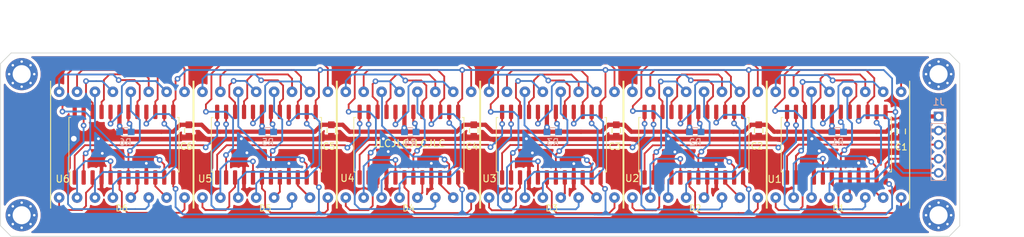
<source format=kicad_pcb>
(kicad_pcb (version 20171130) (host pcbnew "(5.1.4)-1")
  (layers (0 F.Cu signal) (31 B.Cu signal) (34 B.Paste user) (35 F.Paste user) (36 B.SilkS user) (37 F.SilkS user) (38 B.Mask user) (39 F.Mask user) (44 Edge.Cuts user))
  (net 0 "")
  (net 1 GND)
  (net 2 +5V)
  (net 3 "Net-(R1-Pad1)")
  (net 4 "Net-(R2-Pad1)")
  (net 5 /DIN)
  (net 6 /CS)
  (net 7 /CLK)
  (net 8 "Net-(R4-Pad1)")
  (net 9 "Net-(R3-Pad1)")
  (net 10 "Net-(R5-Pad1)")
  (net 11 "Net-(R6-Pad1)")
  (net 12 /1DIG0)
  (net 13 /1DIG4)
  (net 14 /1DIG6)
  (net 15 /1DIG2)
  (net 16 /1DIG3)
  (net 17 /1DIG7)
  (net 18 /1DIG5)
  (net 19 /1DIG1)
  (net 20 /1SEGA)
  (net 21 /1SEGF)
  (net 22 /1SEGB)
  (net 23 /1SEGG)
  (net 24 /1SEGC)
  (net 25 /1SEGE)
  (net 26 /1SEGDP)
  (net 27 /1SEGD)
  (net 28 "Net-(U1-Pad24)")
  (net 29 "Net-(U2-Pad24)")
  (net 30 /2SEGD)
  (net 31 /2SEGDP)
  (net 32 /2SEGE)
  (net 33 /2SEGC)
  (net 34 /2SEGG)
  (net 35 /2SEGB)
  (net 36 /2SEGF)
  (net 37 /2SEGA)
  (net 38 /2DIG1)
  (net 39 /2DIG5)
  (net 40 /2DIG7)
  (net 41 /2DIG3)
  (net 42 /2DIG2)
  (net 43 /2DIG6)
  (net 44 /2DIG4)
  (net 45 /2DIG0)
  (net 46 "Net-(U3-Pad24)")
  (net 47 /3SEGD)
  (net 48 /3SEGDP)
  (net 49 /3SEGE)
  (net 50 /3SEGC)
  (net 51 /3SEGG)
  (net 52 /3SEGB)
  (net 53 /3SEGF)
  (net 54 /3SEGA)
  (net 55 /3DIG1)
  (net 56 /3DIG5)
  (net 57 /3DIG7)
  (net 58 /3DIG3)
  (net 59 /3DIG2)
  (net 60 /3DIG6)
  (net 61 /3DIG4)
  (net 62 /3DIG0)
  (net 63 "Net-(U4-Pad24)")
  (net 64 /4SEGD)
  (net 65 /4SEGDP)
  (net 66 /4SEGE)
  (net 67 /4SEGC)
  (net 68 /4SEGG)
  (net 69 /4SEGB)
  (net 70 /4SEGF)
  (net 71 /4SEGA)
  (net 72 /4DIG1)
  (net 73 /4DIG5)
  (net 74 /4DIG7)
  (net 75 /4DIG3)
  (net 76 /4DIG2)
  (net 77 /4DIG6)
  (net 78 /4DIG4)
  (net 79 /4DIG0)
  (net 80 /5DIG0)
  (net 81 /5DIG4)
  (net 82 /5DIG6)
  (net 83 /5DIG2)
  (net 84 /5DIG3)
  (net 85 /5DIG7)
  (net 86 /5DIG5)
  (net 87 /5DIG1)
  (net 88 /5SEGA)
  (net 89 /5SEGF)
  (net 90 /5SEGB)
  (net 91 /5SEGG)
  (net 92 /5SEGC)
  (net 93 /5SEGE)
  (net 94 /5SEGDP)
  (net 95 /5SEGD)
  (net 96 "Net-(U5-Pad24)")
  (net 97 /6DIG0)
  (net 98 /6DIG4)
  (net 99 /6DIG6)
  (net 100 /6DIG2)
  (net 101 /6DIG3)
  (net 102 /6DIG7)
  (net 103 /6DIG5)
  (net 104 /6DIG1)
  (net 105 /6SEGA)
  (net 106 /6SEGF)
  (net 107 /6SEGB)
  (net 108 /6SEGG)
  (net 109 /6SEGC)
  (net 110 /6SEGE)
  (net 111 /6SEGDP)
  (net 112 /6SEGD)
  (net 113 /6DOUT)
  (module NewLibCool:Matrix_LED (layer F.Cu) (at 49.2 100)
    (fp_text reference D6 (at -0.02 9 180) (layer F.SilkS) (effects (font (size 0.9 0.9) (thickness 0.12))))
    (fp_text value Matrix_LED hide)
    (pad 8 thru_hole circle (at 8.89 7.5 270) (size 1.5 1.5) (drill 0.65) (layers *.Cu *.Mask) (net 100 /6DIG2))
    (pad 7 thru_hole circle (at 6.35 7.5 270) (size 1.5 1.5) (drill 0.65) (layers *.Cu *.Mask) (net 103 /6DIG5))
    (pad 6 thru_hole circle (at 3.81 7.5 270) (size 1.5 1.5) (drill 0.65) (layers *.Cu *.Mask) (net 112 /6SEGD))
    (pad 5 thru_hole circle (at 1.27 7.5 270) (size 1.5 1.5) (drill 0.65) (layers *.Cu *.Mask) (net 102 /6DIG7))
    (pad 4 thru_hole circle (at -1.27 7.5 90) (size 1.5 1.5) (drill 0.65) (layers *.Cu *.Mask) (net 107 /6SEGB))
    (pad 3 thru_hole circle (at -3.81 7.5 90) (size 1.5 1.5) (drill 0.65) (layers *.Cu *.Mask) (net 105 /6SEGA))
    (pad 2 thru_hole circle (at -6.35 7.5 90) (size 1.5 1.5) (drill 0.65) (layers *.Cu *.Mask) (net 99 /6DIG6))
    (pad 1 thru_hole circle (at -8.89 7.5 90) (size 1.5 1.5) (drill 0.65) (layers *.Cu *.Mask) (net 98 /6DIG4))
    (pad 14 thru_hole circle (at -3.81 -7.5 90) (size 1.5 1.5) (drill 0.65) (layers *.Cu *.Mask) (net 104 /6DIG1))
    (pad 15 thru_hole circle (at -6.35 -7.5 90) (size 1.5 1.5) (drill 0.65) (layers *.Cu *.Mask) (net 106 /6SEGF))
    (pad 16 thru_hole circle (at -8.89 -7.5 90) (size 1.5 1.5) (drill 0.65) (layers *.Cu *.Mask) (net 108 /6SEGG))
    (pad 10 thru_hole circle (at 6.35 -7.5 270) (size 1.5 1.5) (drill 0.65) (layers *.Cu *.Mask) (net 109 /6SEGC))
    (pad 11 thru_hole circle (at 3.81 -7.5 270) (size 1.5 1.5) (drill 0.65) (layers *.Cu *.Mask) (net 110 /6SEGE))
    (pad 13 thru_hole circle (at -1.27 -7.5 90) (size 1.5 1.5) (drill 0.65) (layers *.Cu *.Mask) (net 111 /6SEGDP))
    (pad 9 thru_hole circle (at 8.89 -7.5 270) (size 1.5 1.5) (drill 0.65) (layers *.Cu *.Mask) (net 97 /6DIG0))
    (pad 12 thru_hole circle (at 1.27 -7.5 270) (size 1.5 1.5) (drill 0.65) (layers *.Cu *.Mask) (net 101 /6DIG3))
  )
  (module NewLibCool:Matrix_LED (layer F.Cu) (at 69.52 100)
    (fp_text reference D5 (at 0.01 9 180) (layer F.SilkS) (effects (font (size 0.9 0.9) (thickness 0.12))))
    (fp_text value Matrix_LED hide)
    (pad 8 thru_hole circle (at 8.89 7.5 270) (size 1.5 1.5) (drill 0.65) (layers *.Cu *.Mask) (net 83 /5DIG2))
    (pad 7 thru_hole circle (at 6.35 7.5 270) (size 1.5 1.5) (drill 0.65) (layers *.Cu *.Mask) (net 86 /5DIG5))
    (pad 6 thru_hole circle (at 3.81 7.5 270) (size 1.5 1.5) (drill 0.65) (layers *.Cu *.Mask) (net 95 /5SEGD))
    (pad 5 thru_hole circle (at 1.27 7.5 270) (size 1.5 1.5) (drill 0.65) (layers *.Cu *.Mask) (net 85 /5DIG7))
    (pad 4 thru_hole circle (at -1.27 7.5 90) (size 1.5 1.5) (drill 0.65) (layers *.Cu *.Mask) (net 90 /5SEGB))
    (pad 3 thru_hole circle (at -3.81 7.5 90) (size 1.5 1.5) (drill 0.65) (layers *.Cu *.Mask) (net 88 /5SEGA))
    (pad 2 thru_hole circle (at -6.35 7.5 90) (size 1.5 1.5) (drill 0.65) (layers *.Cu *.Mask) (net 82 /5DIG6))
    (pad 1 thru_hole circle (at -8.89 7.5 90) (size 1.5 1.5) (drill 0.65) (layers *.Cu *.Mask) (net 81 /5DIG4))
    (pad 14 thru_hole circle (at -3.81 -7.5 90) (size 1.5 1.5) (drill 0.65) (layers *.Cu *.Mask) (net 87 /5DIG1))
    (pad 15 thru_hole circle (at -6.35 -7.5 90) (size 1.5 1.5) (drill 0.65) (layers *.Cu *.Mask) (net 89 /5SEGF))
    (pad 16 thru_hole circle (at -8.89 -7.5 90) (size 1.5 1.5) (drill 0.65) (layers *.Cu *.Mask) (net 91 /5SEGG))
    (pad 10 thru_hole circle (at 6.35 -7.5 270) (size 1.5 1.5) (drill 0.65) (layers *.Cu *.Mask) (net 92 /5SEGC))
    (pad 11 thru_hole circle (at 3.81 -7.5 270) (size 1.5 1.5) (drill 0.65) (layers *.Cu *.Mask) (net 93 /5SEGE))
    (pad 13 thru_hole circle (at -1.27 -7.5 90) (size 1.5 1.5) (drill 0.65) (layers *.Cu *.Mask) (net 94 /5SEGDP))
    (pad 9 thru_hole circle (at 8.89 -7.5 270) (size 1.5 1.5) (drill 0.65) (layers *.Cu *.Mask) (net 80 /5DIG0))
    (pad 12 thru_hole circle (at 1.27 -7.5 270) (size 1.5 1.5) (drill 0.65) (layers *.Cu *.Mask) (net 84 /5DIG3))
  )
  (module NewLibCool:Matrix_LED (layer F.Cu) (at 89.84 100)
    (fp_text reference D4 (at 0.01 9 180) (layer F.SilkS) (effects (font (size 0.9 0.9) (thickness 0.12))))
    (fp_text value Matrix_LED hide)
    (pad 8 thru_hole circle (at 8.89 7.5 270) (size 1.5 1.5) (drill 0.65) (layers *.Cu *.Mask) (net 76 /4DIG2))
    (pad 7 thru_hole circle (at 6.35 7.5 270) (size 1.5 1.5) (drill 0.65) (layers *.Cu *.Mask) (net 73 /4DIG5))
    (pad 6 thru_hole circle (at 3.81 7.5 270) (size 1.5 1.5) (drill 0.65) (layers *.Cu *.Mask) (net 64 /4SEGD))
    (pad 5 thru_hole circle (at 1.27 7.5 270) (size 1.5 1.5) (drill 0.65) (layers *.Cu *.Mask) (net 74 /4DIG7))
    (pad 4 thru_hole circle (at -1.27 7.5 90) (size 1.5 1.5) (drill 0.65) (layers *.Cu *.Mask) (net 69 /4SEGB))
    (pad 3 thru_hole circle (at -3.81 7.5 90) (size 1.5 1.5) (drill 0.65) (layers *.Cu *.Mask) (net 71 /4SEGA))
    (pad 2 thru_hole circle (at -6.35 7.5 90) (size 1.5 1.5) (drill 0.65) (layers *.Cu *.Mask) (net 77 /4DIG6))
    (pad 1 thru_hole circle (at -8.89 7.5 90) (size 1.5 1.5) (drill 0.65) (layers *.Cu *.Mask) (net 78 /4DIG4))
    (pad 14 thru_hole circle (at -3.81 -7.5 90) (size 1.5 1.5) (drill 0.65) (layers *.Cu *.Mask) (net 72 /4DIG1))
    (pad 15 thru_hole circle (at -6.35 -7.5 90) (size 1.5 1.5) (drill 0.65) (layers *.Cu *.Mask) (net 70 /4SEGF))
    (pad 16 thru_hole circle (at -8.89 -7.5 90) (size 1.5 1.5) (drill 0.65) (layers *.Cu *.Mask) (net 68 /4SEGG))
    (pad 10 thru_hole circle (at 6.35 -7.5 270) (size 1.5 1.5) (drill 0.65) (layers *.Cu *.Mask) (net 67 /4SEGC))
    (pad 11 thru_hole circle (at 3.81 -7.5 270) (size 1.5 1.5) (drill 0.65) (layers *.Cu *.Mask) (net 66 /4SEGE))
    (pad 13 thru_hole circle (at -1.27 -7.5 90) (size 1.5 1.5) (drill 0.65) (layers *.Cu *.Mask) (net 65 /4SEGDP))
    (pad 9 thru_hole circle (at 8.89 -7.5 270) (size 1.5 1.5) (drill 0.65) (layers *.Cu *.Mask) (net 79 /4DIG0))
    (pad 12 thru_hole circle (at 1.27 -7.5 270) (size 1.5 1.5) (drill 0.65) (layers *.Cu *.Mask) (net 75 /4DIG3))
  )
  (module NewLibCool:Matrix_LED (layer F.Cu) (at 110.16 100)
    (fp_text reference D3 (at -0.02 9 180) (layer F.SilkS) (effects (font (size 0.9 0.9) (thickness 0.12))))
    (fp_text value Matrix_LED hide)
    (pad 8 thru_hole circle (at 8.89 7.5 270) (size 1.5 1.5) (drill 0.65) (layers *.Cu *.Mask) (net 59 /3DIG2))
    (pad 7 thru_hole circle (at 6.35 7.5 270) (size 1.5 1.5) (drill 0.65) (layers *.Cu *.Mask) (net 56 /3DIG5))
    (pad 6 thru_hole circle (at 3.81 7.5 270) (size 1.5 1.5) (drill 0.65) (layers *.Cu *.Mask) (net 47 /3SEGD))
    (pad 5 thru_hole circle (at 1.27 7.5 270) (size 1.5 1.5) (drill 0.65) (layers *.Cu *.Mask) (net 57 /3DIG7))
    (pad 4 thru_hole circle (at -1.27 7.5 90) (size 1.5 1.5) (drill 0.65) (layers *.Cu *.Mask) (net 52 /3SEGB))
    (pad 3 thru_hole circle (at -3.81 7.5 90) (size 1.5 1.5) (drill 0.65) (layers *.Cu *.Mask) (net 54 /3SEGA))
    (pad 2 thru_hole circle (at -6.35 7.5 90) (size 1.5 1.5) (drill 0.65) (layers *.Cu *.Mask) (net 60 /3DIG6))
    (pad 1 thru_hole circle (at -8.89 7.5 90) (size 1.5 1.5) (drill 0.65) (layers *.Cu *.Mask) (net 61 /3DIG4))
    (pad 14 thru_hole circle (at -3.81 -7.5 90) (size 1.5 1.5) (drill 0.65) (layers *.Cu *.Mask) (net 55 /3DIG1))
    (pad 15 thru_hole circle (at -6.35 -7.5 90) (size 1.5 1.5) (drill 0.65) (layers *.Cu *.Mask) (net 53 /3SEGF))
    (pad 16 thru_hole circle (at -8.89 -7.5 90) (size 1.5 1.5) (drill 0.65) (layers *.Cu *.Mask) (net 51 /3SEGG))
    (pad 10 thru_hole circle (at 6.35 -7.5 270) (size 1.5 1.5) (drill 0.65) (layers *.Cu *.Mask) (net 50 /3SEGC))
    (pad 11 thru_hole circle (at 3.81 -7.5 270) (size 1.5 1.5) (drill 0.65) (layers *.Cu *.Mask) (net 49 /3SEGE))
    (pad 13 thru_hole circle (at -1.27 -7.5 90) (size 1.5 1.5) (drill 0.65) (layers *.Cu *.Mask) (net 48 /3SEGDP))
    (pad 9 thru_hole circle (at 8.89 -7.5 270) (size 1.5 1.5) (drill 0.65) (layers *.Cu *.Mask) (net 62 /3DIG0))
    (pad 12 thru_hole circle (at 1.27 -7.5 270) (size 1.5 1.5) (drill 0.65) (layers *.Cu *.Mask) (net 58 /3DIG3))
  )
  (module NewLibCool:Matrix_LED (layer F.Cu) (at 130.48 100)
    (fp_text reference D2 (at 0 9 180) (layer F.SilkS) (effects (font (size 0.9 0.9) (thickness 0.12))))
    (fp_text value Matrix_LED hide)
    (pad 8 thru_hole circle (at 8.89 7.5 270) (size 1.5 1.5) (drill 0.65) (layers *.Cu *.Mask) (net 42 /2DIG2))
    (pad 7 thru_hole circle (at 6.35 7.5 270) (size 1.5 1.5) (drill 0.65) (layers *.Cu *.Mask) (net 39 /2DIG5))
    (pad 6 thru_hole circle (at 3.81 7.5 270) (size 1.5 1.5) (drill 0.65) (layers *.Cu *.Mask) (net 30 /2SEGD))
    (pad 5 thru_hole circle (at 1.27 7.5 270) (size 1.5 1.5) (drill 0.65) (layers *.Cu *.Mask) (net 40 /2DIG7))
    (pad 4 thru_hole circle (at -1.27 7.5 90) (size 1.5 1.5) (drill 0.65) (layers *.Cu *.Mask) (net 35 /2SEGB))
    (pad 3 thru_hole circle (at -3.81 7.5 90) (size 1.5 1.5) (drill 0.65) (layers *.Cu *.Mask) (net 37 /2SEGA))
    (pad 2 thru_hole circle (at -6.35 7.5 90) (size 1.5 1.5) (drill 0.65) (layers *.Cu *.Mask) (net 43 /2DIG6))
    (pad 1 thru_hole circle (at -8.89 7.5 90) (size 1.5 1.5) (drill 0.65) (layers *.Cu *.Mask) (net 44 /2DIG4))
    (pad 14 thru_hole circle (at -3.81 -7.5 90) (size 1.5 1.5) (drill 0.65) (layers *.Cu *.Mask) (net 38 /2DIG1))
    (pad 15 thru_hole circle (at -6.35 -7.5 90) (size 1.5 1.5) (drill 0.65) (layers *.Cu *.Mask) (net 36 /2SEGF))
    (pad 16 thru_hole circle (at -8.89 -7.5 90) (size 1.5 1.5) (drill 0.65) (layers *.Cu *.Mask) (net 34 /2SEGG))
    (pad 10 thru_hole circle (at 6.35 -7.5 270) (size 1.5 1.5) (drill 0.65) (layers *.Cu *.Mask) (net 33 /2SEGC))
    (pad 11 thru_hole circle (at 3.81 -7.5 270) (size 1.5 1.5) (drill 0.65) (layers *.Cu *.Mask) (net 32 /2SEGE))
    (pad 13 thru_hole circle (at -1.27 -7.5 90) (size 1.5 1.5) (drill 0.65) (layers *.Cu *.Mask) (net 31 /2SEGDP))
    (pad 9 thru_hole circle (at 8.89 -7.5 270) (size 1.5 1.5) (drill 0.65) (layers *.Cu *.Mask) (net 45 /2DIG0))
    (pad 12 thru_hole circle (at 1.27 -7.5 270) (size 1.5 1.5) (drill 0.65) (layers *.Cu *.Mask) (net 41 /2DIG3))
  )
  (module NewLibCool:Matrix_LED (layer F.Cu) (at 150.8 100)
    (fp_text reference D1 (at 0.01 9 180) (layer F.SilkS) (effects (font (size 0.9 0.9) (thickness 0.12))))
    (fp_text value Matrix_LED hide)
    (pad 8 thru_hole circle (at 8.89 7.5 270) (size 1.5 1.5) (drill 0.65) (layers *.Cu *.Mask) (net 15 /1DIG2))
    (pad 7 thru_hole circle (at 6.35 7.5 270) (size 1.5 1.5) (drill 0.65) (layers *.Cu *.Mask) (net 18 /1DIG5))
    (pad 6 thru_hole circle (at 3.81 7.5 270) (size 1.5 1.5) (drill 0.65) (layers *.Cu *.Mask) (net 27 /1SEGD))
    (pad 5 thru_hole circle (at 1.27 7.5 270) (size 1.5 1.5) (drill 0.65) (layers *.Cu *.Mask) (net 17 /1DIG7))
    (pad 4 thru_hole circle (at -1.27 7.5 90) (size 1.5 1.5) (drill 0.65) (layers *.Cu *.Mask) (net 22 /1SEGB))
    (pad 3 thru_hole circle (at -3.81 7.5 90) (size 1.5 1.5) (drill 0.65) (layers *.Cu *.Mask) (net 20 /1SEGA))
    (pad 2 thru_hole circle (at -6.35 7.5 90) (size 1.5 1.5) (drill 0.65) (layers *.Cu *.Mask) (net 14 /1DIG6))
    (pad 1 thru_hole circle (at -8.89 7.5 90) (size 1.5 1.5) (drill 0.65) (layers *.Cu *.Mask) (net 13 /1DIG4))
    (pad 14 thru_hole circle (at -3.81 -7.5 90) (size 1.5 1.5) (drill 0.65) (layers *.Cu *.Mask) (net 19 /1DIG1))
    (pad 15 thru_hole circle (at -6.35 -7.5 90) (size 1.5 1.5) (drill 0.65) (layers *.Cu *.Mask) (net 21 /1SEGF))
    (pad 16 thru_hole circle (at -8.89 -7.5 90) (size 1.5 1.5) (drill 0.65) (layers *.Cu *.Mask) (net 23 /1SEGG))
    (pad 10 thru_hole circle (at 6.35 -7.5 270) (size 1.5 1.5) (drill 0.65) (layers *.Cu *.Mask) (net 24 /1SEGC))
    (pad 11 thru_hole circle (at 3.81 -7.5 270) (size 1.5 1.5) (drill 0.65) (layers *.Cu *.Mask) (net 25 /1SEGE))
    (pad 13 thru_hole circle (at -1.27 -7.5 90) (size 1.5 1.5) (drill 0.65) (layers *.Cu *.Mask) (net 26 /1SEGDP))
    (pad 9 thru_hole circle (at 8.89 -7.5 270) (size 1.5 1.5) (drill 0.65) (layers *.Cu *.Mask) (net 12 /1DIG0))
    (pad 12 thru_hole circle (at 1.27 -7.5 270) (size 1.5 1.5) (drill 0.65) (layers *.Cu *.Mask) (net 16 /1DIG3))
  )
  (module Connector_PinHeader_2.00mm:PinHeader_1x05_P2.00mm_Vertical (layer B.Cu) (at 165 96 180)
    (fp_text reference J1 (at 0 2.06 180) (layer B.SilkS) (effects (justify mirror)))
    (fp_text value Conn_01x05_Male hide)
    (pad 5 thru_hole oval (at 0 -8 180) (size 1.35 1.35) (drill 0.8) (layers *.Cu *.Mask) (net 7 /CLK))
    (pad 4 thru_hole oval (at 0 -6 180) (size 1.35 1.35) (drill 0.8) (layers *.Cu *.Mask) (net 6 /CS))
    (pad 3 thru_hole oval (at 0 -4 180) (size 1.35 1.35) (drill 0.8) (layers *.Cu *.Mask) (net 5 /DIN))
    (pad 2 thru_hole oval (at 0 -2 180) (size 1.35 1.35) (drill 0.8) (layers *.Cu *.Mask) (net 1 GND))
    (pad 1 thru_hole rect (at 0 0 180) (size 1.35 1.35) (drill 0.8) (layers *.Cu *.Mask) (net 2 +5V))
  )
  (module Package_SO:SOIC-24W_7.5x15.4mm_P1.27mm (layer F.Cu) (at 69.7 100 90)
    (fp_text reference U5 (at -4.83 -8.7 180) (layer F.SilkS))
    (fp_text value MAX7219 hide)
    (pad 24 smd roundrect (at 4.65 -6.985 90) (size 2.05 0.6) (layers F.Cu F.Paste F.Mask) (net 96 "Net-(U5-Pad24)"))
    (pad 23 smd roundrect (at 4.65 -5.715 90) (size 2.05 0.6) (layers F.Cu F.Paste F.Mask) (net 95 /5SEGD))
    (pad 22 smd roundrect (at 4.65 -4.445 90) (size 2.05 0.6) (layers F.Cu F.Paste F.Mask) (net 94 /5SEGDP))
    (pad 21 smd roundrect (at 4.65 -3.175 90) (size 2.05 0.6) (layers F.Cu F.Paste F.Mask) (net 93 /5SEGE))
    (pad 20 smd roundrect (at 4.65 -1.905 90) (size 2.05 0.6) (layers F.Cu F.Paste F.Mask) (net 92 /5SEGC))
    (pad 19 smd roundrect (at 4.65 -0.635 90) (size 2.05 0.6) (layers F.Cu F.Paste F.Mask) (net 2 +5V))
    (pad 18 smd roundrect (at 4.65 0.635 90) (size 2.05 0.6) (layers F.Cu F.Paste F.Mask) (net 10 "Net-(R5-Pad1)"))
    (pad 17 smd roundrect (at 4.65 1.905 90) (size 2.05 0.6) (layers F.Cu F.Paste F.Mask) (net 91 /5SEGG))
    (pad 16 smd roundrect (at 4.65 3.175 90) (size 2.05 0.6) (layers F.Cu F.Paste F.Mask) (net 90 /5SEGB))
    (pad 15 smd roundrect (at 4.65 4.445 90) (size 2.05 0.6) (layers F.Cu F.Paste F.Mask) (net 89 /5SEGF))
    (pad 14 smd roundrect (at 4.65 5.715 90) (size 2.05 0.6) (layers F.Cu F.Paste F.Mask) (net 88 /5SEGA))
    (pad 13 smd roundrect (at 4.65 6.985 90) (size 2.05 0.6) (layers F.Cu F.Paste F.Mask) (net 7 /CLK))
    (pad 12 smd roundrect (at -4.65 6.985 90) (size 2.05 0.6) (layers F.Cu F.Paste F.Mask) (net 6 /CS))
    (pad 11 smd roundrect (at -4.65 5.715 90) (size 2.05 0.6) (layers F.Cu F.Paste F.Mask) (net 87 /5DIG1))
    (pad 10 smd roundrect (at -4.65 4.445 90) (size 2.05 0.6) (layers F.Cu F.Paste F.Mask) (net 86 /5DIG5))
    (pad 9 smd roundrect (at -4.65 3.175 90) (size 2.05 0.6) (layers F.Cu F.Paste F.Mask) (net 1 GND))
    (pad 8 smd roundrect (at -4.65 1.905 90) (size 2.05 0.6) (layers F.Cu F.Paste F.Mask) (net 85 /5DIG7))
    (pad 7 smd roundrect (at -4.65 0.635 90) (size 2.05 0.6) (layers F.Cu F.Paste F.Mask) (net 84 /5DIG3))
    (pad 6 smd roundrect (at -4.65 -0.635 90) (size 2.05 0.6) (layers F.Cu F.Paste F.Mask) (net 83 /5DIG2))
    (pad 5 smd roundrect (at -4.65 -1.905 90) (size 2.05 0.6) (layers F.Cu F.Paste F.Mask) (net 82 /5DIG6))
    (pad 4 smd roundrect (at -4.65 -3.175 90) (size 2.05 0.6) (layers F.Cu F.Paste F.Mask) (net 1 GND))
    (pad 3 smd roundrect (at -4.65 -4.445 90) (size 2.05 0.6) (layers F.Cu F.Paste F.Mask) (net 81 /5DIG4))
    (pad 2 smd roundrect (at -4.65 -5.715 90) (size 2.05 0.6) (layers F.Cu F.Paste F.Mask) (net 80 /5DIG0))
    (pad 1 smd roundrect (at -4.65 -6.985 90) (size 2.05 0.6) (layers F.Cu F.Paste F.Mask) (net 63 "Net-(U4-Pad24)"))
  )
  (module NewLibCool:O_2.5mm (layer F.Cu) (at 165 110)
    (fp_text reference REF** hide)
    (fp_text value O_2.5mm)
    (pad 1 thru_hole circle (at 1.26 -1.26) (size 0.6 0.6) (drill 0.35) (layers *.Cu *.Mask))
    (pad 1 thru_hole circle (at 1.78 0) (size 0.6 0.6) (drill 0.35) (layers *.Cu *.Mask))
    (pad 1 thru_hole circle (at 0 0) (size 4.56 4.56) (drill 2.56) (layers *.Cu *.Mask))
    (pad 1 thru_hole circle (at 1.26 1.26) (size 0.6 0.6) (drill 0.35) (layers *.Cu *.Mask))
    (pad 1 thru_hole circle (at 0 1.78) (size 0.6 0.6) (drill 0.35) (layers *.Cu *.Mask))
    (pad 1 thru_hole circle (at -1.78 0) (size 0.6 0.6) (drill 0.35) (layers *.Cu *.Mask))
    (pad 1 thru_hole circle (at -1.26 1.26) (size 0.6 0.6) (drill 0.35) (layers *.Cu *.Mask))
    (pad 1 thru_hole circle (at 0 -1.78) (size 0.6 0.6) (drill 0.35) (layers *.Cu *.Mask))
    (pad 1 thru_hole circle (at -1.26 -1.26) (size 0.6 0.6) (drill 0.35) (layers *.Cu *.Mask))
  )
  (module NewLibCool:O_2.5mm (layer F.Cu) (at 165 90)
    (fp_text reference REF** hide)
    (fp_text value O_2.5mm)
    (pad 1 thru_hole circle (at -1.26 -1.26) (size 0.6 0.6) (drill 0.35) (layers *.Cu *.Mask))
    (pad 1 thru_hole circle (at 0 -1.78) (size 0.6 0.6) (drill 0.35) (layers *.Cu *.Mask))
    (pad 1 thru_hole circle (at -1.26 1.26) (size 0.6 0.6) (drill 0.35) (layers *.Cu *.Mask))
    (pad 1 thru_hole circle (at -1.78 0) (size 0.6 0.6) (drill 0.35) (layers *.Cu *.Mask))
    (pad 1 thru_hole circle (at 0 1.78) (size 0.6 0.6) (drill 0.35) (layers *.Cu *.Mask))
    (pad 1 thru_hole circle (at 1.26 1.26) (size 0.6 0.6) (drill 0.35) (layers *.Cu *.Mask))
    (pad 1 thru_hole circle (at 0 0) (size 4.56 4.56) (drill 2.56) (layers *.Cu *.Mask))
    (pad 1 thru_hole circle (at 1.78 0) (size 0.6 0.6) (drill 0.35) (layers *.Cu *.Mask))
    (pad 1 thru_hole circle (at 1.26 -1.26) (size 0.6 0.6) (drill 0.35) (layers *.Cu *.Mask))
  )
  (module NewLibCool:O_2.5mm (layer F.Cu) (at 35 110)
    (fp_text reference REF** hide)
    (fp_text value O_2.5mm)
    (pad 1 thru_hole circle (at -1.26 -1.26) (size 0.6 0.6) (drill 0.35) (layers *.Cu *.Mask))
    (pad 1 thru_hole circle (at 0 -1.78) (size 0.6 0.6) (drill 0.35) (layers *.Cu *.Mask))
    (pad 1 thru_hole circle (at -1.26 1.26) (size 0.6 0.6) (drill 0.35) (layers *.Cu *.Mask))
    (pad 1 thru_hole circle (at -1.78 0) (size 0.6 0.6) (drill 0.35) (layers *.Cu *.Mask))
    (pad 1 thru_hole circle (at 0 1.78) (size 0.6 0.6) (drill 0.35) (layers *.Cu *.Mask))
    (pad 1 thru_hole circle (at 1.26 1.26) (size 0.6 0.6) (drill 0.35) (layers *.Cu *.Mask))
    (pad 1 thru_hole circle (at 0 0) (size 4.56 4.56) (drill 2.56) (layers *.Cu *.Mask))
    (pad 1 thru_hole circle (at 1.78 0) (size 0.6 0.6) (drill 0.35) (layers *.Cu *.Mask))
    (pad 1 thru_hole circle (at 1.26 -1.26) (size 0.6 0.6) (drill 0.35) (layers *.Cu *.Mask))
  )
  (module NewLibCool:O_2.5mm (layer F.Cu) (at 35 90)
    (fp_text reference REF** hide)
    (fp_text value O_2.5mm)
    (pad 1 thru_hole circle (at 1.26 -1.26) (size 0.6 0.6) (drill 0.35) (layers *.Cu *.Mask))
    (pad 1 thru_hole circle (at 1.78 0) (size 0.6 0.6) (drill 0.35) (layers *.Cu *.Mask))
    (pad 1 thru_hole circle (at 0 0) (size 4.56 4.56) (drill 2.56) (layers *.Cu *.Mask))
    (pad 1 thru_hole circle (at 1.26 1.26) (size 0.6 0.6) (drill 0.35) (layers *.Cu *.Mask))
    (pad 1 thru_hole circle (at 0 1.78) (size 0.6 0.6) (drill 0.35) (layers *.Cu *.Mask))
    (pad 1 thru_hole circle (at -1.78 0) (size 0.6 0.6) (drill 0.35) (layers *.Cu *.Mask))
    (pad 1 thru_hole circle (at -1.26 1.26) (size 0.6 0.6) (drill 0.35) (layers *.Cu *.Mask))
    (pad 1 thru_hole circle (at 0 -1.78) (size 0.6 0.6) (drill 0.35) (layers *.Cu *.Mask))
    (pad 1 thru_hole circle (at -1.26 -1.26) (size 0.6 0.6) (drill 0.35) (layers *.Cu *.Mask))
  )
  (module NewLibCool:0603_C (layer F.Cu) (at 159.7 98.12 270)
    (fp_text reference C1 (at 2.22 0) (layer F.SilkS) (effects (font (size 0.9 0.9))))
    (fp_text value 0.1uF hide)
    (pad 2 smd rect (at 0.82 0 270) (size 0.965 0.92) (layers F.Cu F.Paste F.Mask) (net 1 GND))
    (pad 1 smd rect (at -0.82 0 270) (size 0.965 0.92) (layers F.Cu F.Paste F.Mask) (net 2 +5V))
  )
  (module NewLibCool:0603_C (layer F.Cu) (at 139.5 98 270)
    (fp_text reference C2 (at 2.2 0.25) (layer F.SilkS) (effects (font (size 0.9 0.9))))
    (fp_text value 0.1uF hide)
    (pad 2 smd rect (at 0.82 0 270) (size 0.965 0.92) (layers F.Cu F.Paste F.Mask) (net 1 GND))
    (pad 1 smd rect (at -0.82 0 270) (size 0.965 0.92) (layers F.Cu F.Paste F.Mask) (net 2 +5V))
  )
  (module NewLibCool:0603_C (layer F.Cu) (at 119.3 98 270)
    (fp_text reference C3 (at 2.26 0.2) (layer F.SilkS) (effects (font (size 0.9 0.9))))
    (fp_text value 0.1uF hide)
    (pad 1 smd rect (at -0.82 0 270) (size 0.965 0.92) (layers F.Cu F.Paste F.Mask) (net 2 +5V))
    (pad 2 smd rect (at 0.82 0 270) (size 0.965 0.92) (layers F.Cu F.Paste F.Mask) (net 1 GND))
  )
  (module NewLibCool:0603_C (layer F.Cu) (at 58.7 98 270)
    (fp_text reference C6 (at 2.24 0.36) (layer F.SilkS) (effects (font (size 0.9 0.9))))
    (fp_text value 0.1uF hide)
    (pad 1 smd rect (at -0.82 0 270) (size 0.965 0.92) (layers F.Cu F.Paste F.Mask) (net 2 +5V))
    (pad 2 smd rect (at 0.82 0 270) (size 0.965 0.92) (layers F.Cu F.Paste F.Mask) (net 1 GND))
  )
  (module NewLibCool:0603_C (layer F.Cu) (at 99.1 98 270)
    (fp_text reference C4 (at 2.27 0.27) (layer F.SilkS) (effects (font (size 0.9 0.9))))
    (fp_text value 0.1uF hide)
    (pad 2 smd rect (at 0.82 0 270) (size 0.965 0.92) (layers F.Cu F.Paste F.Mask) (net 1 GND))
    (pad 1 smd rect (at -0.82 0 270) (size 0.965 0.92) (layers F.Cu F.Paste F.Mask) (net 2 +5V))
  )
  (module NewLibCool:0603_C (layer F.Cu) (at 78.9 98 270)
    (fp_text reference C5 (at 2.24 0.33) (layer F.SilkS) (effects (font (size 0.9 0.9))))
    (fp_text value 0.1uF hide)
    (pad 1 smd rect (at -0.82 0 270) (size 0.965 0.92) (layers F.Cu F.Paste F.Mask) (net 2 +5V))
    (pad 2 smd rect (at 0.82 0 270) (size 0.965 0.92) (layers F.Cu F.Paste F.Mask) (net 1 GND))
  )
  (module NewLibCool:0603_R (layer B.Cu) (at 150.7 98.2 180)
    (fp_text reference R1 (at 0 -1.4 180) (layer B.SilkS) (effects (font (size 0.9 0.9)) (justify mirror)))
    (fp_text value 10K hide)
    (pad 1 smd rect (at -0.82 0 180) (size 0.965 0.92) (layers B.Cu B.Paste B.Mask) (net 3 "Net-(R1-Pad1)"))
    (pad 2 smd rect (at 0.82 0 180) (size 0.965 0.92) (layers B.Cu B.Paste B.Mask) (net 2 +5V))
  )
  (module NewLibCool:0603_R (layer B.Cu) (at 130.5 98.2 180)
    (fp_text reference R2 (at -0.01 -1.44 180) (layer B.SilkS) (effects (font (size 0.9 0.9)) (justify mirror)))
    (fp_text value 10K hide)
    (pad 2 smd rect (at 0.82 0 180) (size 0.965 0.92) (layers B.Cu B.Paste B.Mask) (net 2 +5V))
    (pad 1 smd rect (at -0.82 0 180) (size 0.965 0.92) (layers B.Cu B.Paste B.Mask) (net 4 "Net-(R2-Pad1)"))
  )
  (module NewLibCool:0603_R (layer B.Cu) (at 110.3 98.2 180)
    (fp_text reference R3 (at 0 -1.44 180) (layer B.SilkS) (effects (font (size 0.9 0.9)) (justify mirror)))
    (fp_text value 10K hide)
    (pad 1 smd rect (at -0.82 0 180) (size 0.965 0.92) (layers B.Cu B.Paste B.Mask) (net 9 "Net-(R3-Pad1)"))
    (pad 2 smd rect (at 0.82 0 180) (size 0.965 0.92) (layers B.Cu B.Paste B.Mask) (net 2 +5V))
  )
  (module NewLibCool:0603_R (layer B.Cu) (at 49.7 98.2 180)
    (fp_text reference R6 (at 0 -1.45 180) (layer B.SilkS) (effects (font (size 0.9 0.9)) (justify mirror)))
    (fp_text value 10K hide)
    (pad 1 smd rect (at -0.82 0 180) (size 0.965 0.92) (layers B.Cu B.Paste B.Mask) (net 11 "Net-(R6-Pad1)"))
    (pad 2 smd rect (at 0.82 0 180) (size 0.965 0.92) (layers B.Cu B.Paste B.Mask) (net 2 +5V))
  )
  (module NewLibCool:0603_R (layer B.Cu) (at 90.1 98.2 180)
    (fp_text reference R4 (at 0 -1.48 180) (layer B.SilkS) (effects (font (size 0.9 0.9)) (justify mirror)))
    (fp_text value 10K hide)
    (pad 2 smd rect (at 0.82 0 180) (size 0.965 0.92) (layers B.Cu B.Paste B.Mask) (net 2 +5V))
    (pad 1 smd rect (at -0.82 0 180) (size 0.965 0.92) (layers B.Cu B.Paste B.Mask) (net 8 "Net-(R4-Pad1)"))
  )
  (module NewLibCool:0603_R (layer B.Cu) (at 69.9 98.2 180)
    (fp_text reference R5 (at 0 -1.42 180) (layer B.SilkS) (effects (font (size 0.9 0.9)) (justify mirror)))
    (fp_text value 10K hide)
    (pad 2 smd rect (at 0.82 0 180) (size 0.965 0.92) (layers B.Cu B.Paste B.Mask) (net 2 +5V))
    (pad 1 smd rect (at -0.82 0 180) (size 0.965 0.92) (layers B.Cu B.Paste B.Mask) (net 10 "Net-(R5-Pad1)"))
  )
  (module Package_SO:SOIC-24W_7.5x15.4mm_P1.27mm (layer F.Cu) (at 150.5 100 90)
    (fp_text reference U1 (at -4.89 -8.75 180) (layer F.SilkS))
    (fp_text value MAX7219 hide)
    (pad 24 smd roundrect (at 4.65 -6.985 90) (size 2.05 0.6) (layers F.Cu F.Paste F.Mask) (net 28 "Net-(U1-Pad24)"))
    (pad 23 smd roundrect (at 4.65 -5.715 90) (size 2.05 0.6) (layers F.Cu F.Paste F.Mask) (net 27 /1SEGD))
    (pad 22 smd roundrect (at 4.65 -4.445 90) (size 2.05 0.6) (layers F.Cu F.Paste F.Mask) (net 26 /1SEGDP))
    (pad 21 smd roundrect (at 4.65 -3.175 90) (size 2.05 0.6) (layers F.Cu F.Paste F.Mask) (net 25 /1SEGE))
    (pad 20 smd roundrect (at 4.65 -1.905 90) (size 2.05 0.6) (layers F.Cu F.Paste F.Mask) (net 24 /1SEGC))
    (pad 19 smd roundrect (at 4.65 -0.635 90) (size 2.05 0.6) (layers F.Cu F.Paste F.Mask) (net 2 +5V))
    (pad 18 smd roundrect (at 4.65 0.635 90) (size 2.05 0.6) (layers F.Cu F.Paste F.Mask) (net 3 "Net-(R1-Pad1)"))
    (pad 17 smd roundrect (at 4.65 1.905 90) (size 2.05 0.6) (layers F.Cu F.Paste F.Mask) (net 23 /1SEGG))
    (pad 16 smd roundrect (at 4.65 3.175 90) (size 2.05 0.6) (layers F.Cu F.Paste F.Mask) (net 22 /1SEGB))
    (pad 15 smd roundrect (at 4.65 4.445 90) (size 2.05 0.6) (layers F.Cu F.Paste F.Mask) (net 21 /1SEGF))
    (pad 14 smd roundrect (at 4.65 5.715 90) (size 2.05 0.6) (layers F.Cu F.Paste F.Mask) (net 20 /1SEGA))
    (pad 13 smd roundrect (at 4.65 6.985 90) (size 2.05 0.6) (layers F.Cu F.Paste F.Mask) (net 7 /CLK))
    (pad 12 smd roundrect (at -4.65 6.985 90) (size 2.05 0.6) (layers F.Cu F.Paste F.Mask) (net 6 /CS))
    (pad 11 smd roundrect (at -4.65 5.715 90) (size 2.05 0.6) (layers F.Cu F.Paste F.Mask) (net 19 /1DIG1))
    (pad 10 smd roundrect (at -4.65 4.445 90) (size 2.05 0.6) (layers F.Cu F.Paste F.Mask) (net 18 /1DIG5))
    (pad 9 smd roundrect (at -4.65 3.175 90) (size 2.05 0.6) (layers F.Cu F.Paste F.Mask) (net 1 GND))
    (pad 8 smd roundrect (at -4.65 1.905 90) (size 2.05 0.6) (layers F.Cu F.Paste F.Mask) (net 17 /1DIG7))
    (pad 7 smd roundrect (at -4.65 0.635 90) (size 2.05 0.6) (layers F.Cu F.Paste F.Mask) (net 16 /1DIG3))
    (pad 6 smd roundrect (at -4.65 -0.635 90) (size 2.05 0.6) (layers F.Cu F.Paste F.Mask) (net 15 /1DIG2))
    (pad 5 smd roundrect (at -4.65 -1.905 90) (size 2.05 0.6) (layers F.Cu F.Paste F.Mask) (net 14 /1DIG6))
    (pad 4 smd roundrect (at -4.65 -3.175 90) (size 2.05 0.6) (layers F.Cu F.Paste F.Mask) (net 1 GND))
    (pad 3 smd roundrect (at -4.65 -4.445 90) (size 2.05 0.6) (layers F.Cu F.Paste F.Mask) (net 13 /1DIG4))
    (pad 2 smd roundrect (at -4.65 -5.715 90) (size 2.05 0.6) (layers F.Cu F.Paste F.Mask) (net 12 /1DIG0))
    (pad 1 smd roundrect (at -4.65 -6.985 90) (size 2.05 0.6) (layers F.Cu F.Paste F.Mask) (net 5 /DIN))
  )
  (module Package_SO:SOIC-24W_7.5x15.4mm_P1.27mm (layer F.Cu) (at 130.3 100 90)
    (fp_text reference U2 (at -4.77 -8.75 180) (layer F.SilkS))
    (fp_text value MAX7219 hide)
    (pad 24 smd roundrect (at 4.65 -6.985 90) (size 2.05 0.6) (layers F.Cu F.Paste F.Mask) (net 29 "Net-(U2-Pad24)"))
    (pad 23 smd roundrect (at 4.65 -5.715 90) (size 2.05 0.6) (layers F.Cu F.Paste F.Mask) (net 30 /2SEGD))
    (pad 22 smd roundrect (at 4.65 -4.445 90) (size 2.05 0.6) (layers F.Cu F.Paste F.Mask) (net 31 /2SEGDP))
    (pad 21 smd roundrect (at 4.65 -3.175 90) (size 2.05 0.6) (layers F.Cu F.Paste F.Mask) (net 32 /2SEGE))
    (pad 20 smd roundrect (at 4.65 -1.905 90) (size 2.05 0.6) (layers F.Cu F.Paste F.Mask) (net 33 /2SEGC))
    (pad 19 smd roundrect (at 4.65 -0.635 90) (size 2.05 0.6) (layers F.Cu F.Paste F.Mask) (net 2 +5V))
    (pad 18 smd roundrect (at 4.65 0.635 90) (size 2.05 0.6) (layers F.Cu F.Paste F.Mask) (net 4 "Net-(R2-Pad1)"))
    (pad 17 smd roundrect (at 4.65 1.905 90) (size 2.05 0.6) (layers F.Cu F.Paste F.Mask) (net 34 /2SEGG))
    (pad 16 smd roundrect (at 4.65 3.175 90) (size 2.05 0.6) (layers F.Cu F.Paste F.Mask) (net 35 /2SEGB))
    (pad 15 smd roundrect (at 4.65 4.445 90) (size 2.05 0.6) (layers F.Cu F.Paste F.Mask) (net 36 /2SEGF))
    (pad 14 smd roundrect (at 4.65 5.715 90) (size 2.05 0.6) (layers F.Cu F.Paste F.Mask) (net 37 /2SEGA))
    (pad 13 smd roundrect (at 4.65 6.985 90) (size 2.05 0.6) (layers F.Cu F.Paste F.Mask) (net 7 /CLK))
    (pad 12 smd roundrect (at -4.65 6.985 90) (size 2.05 0.6) (layers F.Cu F.Paste F.Mask) (net 6 /CS))
    (pad 11 smd roundrect (at -4.65 5.715 90) (size 2.05 0.6) (layers F.Cu F.Paste F.Mask) (net 38 /2DIG1))
    (pad 10 smd roundrect (at -4.65 4.445 90) (size 2.05 0.6) (layers F.Cu F.Paste F.Mask) (net 39 /2DIG5))
    (pad 9 smd roundrect (at -4.65 3.175 90) (size 2.05 0.6) (layers F.Cu F.Paste F.Mask) (net 1 GND))
    (pad 8 smd roundrect (at -4.65 1.905 90) (size 2.05 0.6) (layers F.Cu F.Paste F.Mask) (net 40 /2DIG7))
    (pad 7 smd roundrect (at -4.65 0.635 90) (size 2.05 0.6) (layers F.Cu F.Paste F.Mask) (net 41 /2DIG3))
    (pad 6 smd roundrect (at -4.65 -0.635 90) (size 2.05 0.6) (layers F.Cu F.Paste F.Mask) (net 42 /2DIG2))
    (pad 5 smd roundrect (at -4.65 -1.905 90) (size 2.05 0.6) (layers F.Cu F.Paste F.Mask) (net 43 /2DIG6))
    (pad 4 smd roundrect (at -4.65 -3.175 90) (size 2.05 0.6) (layers F.Cu F.Paste F.Mask) (net 1 GND))
    (pad 3 smd roundrect (at -4.65 -4.445 90) (size 2.05 0.6) (layers F.Cu F.Paste F.Mask) (net 44 /2DIG4))
    (pad 2 smd roundrect (at -4.65 -5.715 90) (size 2.05 0.6) (layers F.Cu F.Paste F.Mask) (net 45 /2DIG0))
    (pad 1 smd roundrect (at -4.65 -6.985 90) (size 2.05 0.6) (layers F.Cu F.Paste F.Mask) (net 28 "Net-(U1-Pad24)"))
  )
  (module Package_SO:SOIC-24W_7.5x15.4mm_P1.27mm (layer F.Cu) (at 110.1 100 90)
    (fp_text reference U3 (at -4.81 -8.78 180) (layer F.SilkS))
    (fp_text value MAX7219 hide)
    (pad 1 smd roundrect (at -4.65 -6.985 90) (size 2.05 0.6) (layers F.Cu F.Paste F.Mask) (net 29 "Net-(U2-Pad24)"))
    (pad 2 smd roundrect (at -4.65 -5.715 90) (size 2.05 0.6) (layers F.Cu F.Paste F.Mask) (net 62 /3DIG0))
    (pad 3 smd roundrect (at -4.65 -4.445 90) (size 2.05 0.6) (layers F.Cu F.Paste F.Mask) (net 61 /3DIG4))
    (pad 4 smd roundrect (at -4.65 -3.175 90) (size 2.05 0.6) (layers F.Cu F.Paste F.Mask) (net 1 GND))
    (pad 5 smd roundrect (at -4.65 -1.905 90) (size 2.05 0.6) (layers F.Cu F.Paste F.Mask) (net 60 /3DIG6))
    (pad 6 smd roundrect (at -4.65 -0.635 90) (size 2.05 0.6) (layers F.Cu F.Paste F.Mask) (net 59 /3DIG2))
    (pad 7 smd roundrect (at -4.65 0.635 90) (size 2.05 0.6) (layers F.Cu F.Paste F.Mask) (net 58 /3DIG3))
    (pad 8 smd roundrect (at -4.65 1.905 90) (size 2.05 0.6) (layers F.Cu F.Paste F.Mask) (net 57 /3DIG7))
    (pad 9 smd roundrect (at -4.65 3.175 90) (size 2.05 0.6) (layers F.Cu F.Paste F.Mask) (net 1 GND))
    (pad 10 smd roundrect (at -4.65 4.445 90) (size 2.05 0.6) (layers F.Cu F.Paste F.Mask) (net 56 /3DIG5))
    (pad 11 smd roundrect (at -4.65 5.715 90) (size 2.05 0.6) (layers F.Cu F.Paste F.Mask) (net 55 /3DIG1))
    (pad 12 smd roundrect (at -4.65 6.985 90) (size 2.05 0.6) (layers F.Cu F.Paste F.Mask) (net 6 /CS))
    (pad 13 smd roundrect (at 4.65 6.985 90) (size 2.05 0.6) (layers F.Cu F.Paste F.Mask) (net 7 /CLK))
    (pad 14 smd roundrect (at 4.65 5.715 90) (size 2.05 0.6) (layers F.Cu F.Paste F.Mask) (net 54 /3SEGA))
    (pad 15 smd roundrect (at 4.65 4.445 90) (size 2.05 0.6) (layers F.Cu F.Paste F.Mask) (net 53 /3SEGF))
    (pad 16 smd roundrect (at 4.65 3.175 90) (size 2.05 0.6) (layers F.Cu F.Paste F.Mask) (net 52 /3SEGB))
    (pad 17 smd roundrect (at 4.65 1.905 90) (size 2.05 0.6) (layers F.Cu F.Paste F.Mask) (net 51 /3SEGG))
    (pad 18 smd roundrect (at 4.65 0.635 90) (size 2.05 0.6) (layers F.Cu F.Paste F.Mask) (net 9 "Net-(R3-Pad1)"))
    (pad 19 smd roundrect (at 4.65 -0.635 90) (size 2.05 0.6) (layers F.Cu F.Paste F.Mask) (net 2 +5V))
    (pad 20 smd roundrect (at 4.65 -1.905 90) (size 2.05 0.6) (layers F.Cu F.Paste F.Mask) (net 50 /3SEGC))
    (pad 21 smd roundrect (at 4.65 -3.175 90) (size 2.05 0.6) (layers F.Cu F.Paste F.Mask) (net 49 /3SEGE))
    (pad 22 smd roundrect (at 4.65 -4.445 90) (size 2.05 0.6) (layers F.Cu F.Paste F.Mask) (net 48 /3SEGDP))
    (pad 23 smd roundrect (at 4.65 -5.715 90) (size 2.05 0.6) (layers F.Cu F.Paste F.Mask) (net 47 /3SEGD))
    (pad 24 smd roundrect (at 4.65 -6.985 90) (size 2.05 0.6) (layers F.Cu F.Paste F.Mask) (net 46 "Net-(U3-Pad24)"))
  )
  (module Package_SO:SOIC-24W_7.5x15.4mm_P1.27mm (layer F.Cu) (at 89.9 100 90)
    (fp_text reference U4 (at -4.75 -8.72 180) (layer F.SilkS))
    (fp_text value MAX7219 hide)
    (pad 1 smd roundrect (at -4.65 -6.985 90) (size 2.05 0.6) (layers F.Cu F.Paste F.Mask) (net 46 "Net-(U3-Pad24)"))
    (pad 2 smd roundrect (at -4.65 -5.715 90) (size 2.05 0.6) (layers F.Cu F.Paste F.Mask) (net 79 /4DIG0))
    (pad 3 smd roundrect (at -4.65 -4.445 90) (size 2.05 0.6) (layers F.Cu F.Paste F.Mask) (net 78 /4DIG4))
    (pad 4 smd roundrect (at -4.65 -3.175 90) (size 2.05 0.6) (layers F.Cu F.Paste F.Mask) (net 1 GND))
    (pad 5 smd roundrect (at -4.65 -1.905 90) (size 2.05 0.6) (layers F.Cu F.Paste F.Mask) (net 77 /4DIG6))
    (pad 6 smd roundrect (at -4.65 -0.635 90) (size 2.05 0.6) (layers F.Cu F.Paste F.Mask) (net 76 /4DIG2))
    (pad 7 smd roundrect (at -4.65 0.635 90) (size 2.05 0.6) (layers F.Cu F.Paste F.Mask) (net 75 /4DIG3))
    (pad 8 smd roundrect (at -4.65 1.905 90) (size 2.05 0.6) (layers F.Cu F.Paste F.Mask) (net 74 /4DIG7))
    (pad 9 smd roundrect (at -4.65 3.175 90) (size 2.05 0.6) (layers F.Cu F.Paste F.Mask) (net 1 GND))
    (pad 10 smd roundrect (at -4.65 4.445 90) (size 2.05 0.6) (layers F.Cu F.Paste F.Mask) (net 73 /4DIG5))
    (pad 11 smd roundrect (at -4.65 5.715 90) (size 2.05 0.6) (layers F.Cu F.Paste F.Mask) (net 72 /4DIG1))
    (pad 12 smd roundrect (at -4.65 6.985 90) (size 2.05 0.6) (layers F.Cu F.Paste F.Mask) (net 6 /CS))
    (pad 13 smd roundrect (at 4.65 6.985 90) (size 2.05 0.6) (layers F.Cu F.Paste F.Mask) (net 7 /CLK))
    (pad 14 smd roundrect (at 4.65 5.715 90) (size 2.05 0.6) (layers F.Cu F.Paste F.Mask) (net 71 /4SEGA))
    (pad 15 smd roundrect (at 4.65 4.445 90) (size 2.05 0.6) (layers F.Cu F.Paste F.Mask) (net 70 /4SEGF))
    (pad 16 smd roundrect (at 4.65 3.175 90) (size 2.05 0.6) (layers F.Cu F.Paste F.Mask) (net 69 /4SEGB))
    (pad 17 smd roundrect (at 4.65 1.905 90) (size 2.05 0.6) (layers F.Cu F.Paste F.Mask) (net 68 /4SEGG))
    (pad 18 smd roundrect (at 4.65 0.635 90) (size 2.05 0.6) (layers F.Cu F.Paste F.Mask) (net 8 "Net-(R4-Pad1)"))
    (pad 19 smd roundrect (at 4.65 -0.635 90) (size 2.05 0.6) (layers F.Cu F.Paste F.Mask) (net 2 +5V))
    (pad 20 smd roundrect (at 4.65 -1.905 90) (size 2.05 0.6) (layers F.Cu F.Paste F.Mask) (net 67 /4SEGC))
    (pad 21 smd roundrect (at 4.65 -3.175 90) (size 2.05 0.6) (layers F.Cu F.Paste F.Mask) (net 66 /4SEGE))
    (pad 22 smd roundrect (at 4.65 -4.445 90) (size 2.05 0.6) (layers F.Cu F.Paste F.Mask) (net 65 /4SEGDP))
    (pad 23 smd roundrect (at 4.65 -5.715 90) (size 2.05 0.6) (layers F.Cu F.Paste F.Mask) (net 64 /4SEGD))
    (pad 24 smd roundrect (at 4.65 -6.985 90) (size 2.05 0.6) (layers F.Cu F.Paste F.Mask) (net 63 "Net-(U4-Pad24)"))
  )
  (module Package_SO:SOIC-24W_7.5x15.4mm_P1.27mm (layer F.Cu) (at 49.5 100 90)
    (fp_text reference U6 (at -4.86 -8.69 180) (layer F.SilkS))
    (fp_text value MAX7219 hide)
    (pad 1 smd roundrect (at -4.65 -6.985 90) (size 2.05 0.6) (layers F.Cu F.Paste F.Mask) (net 96 "Net-(U5-Pad24)"))
    (pad 2 smd roundrect (at -4.65 -5.715 90) (size 2.05 0.6) (layers F.Cu F.Paste F.Mask) (net 97 /6DIG0))
    (pad 3 smd roundrect (at -4.65 -4.445 90) (size 2.05 0.6) (layers F.Cu F.Paste F.Mask) (net 98 /6DIG4))
    (pad 4 smd roundrect (at -4.65 -3.175 90) (size 2.05 0.6) (layers F.Cu F.Paste F.Mask) (net 1 GND))
    (pad 5 smd roundrect (at -4.65 -1.905 90) (size 2.05 0.6) (layers F.Cu F.Paste F.Mask) (net 99 /6DIG6))
    (pad 6 smd roundrect (at -4.65 -0.635 90) (size 2.05 0.6) (layers F.Cu F.Paste F.Mask) (net 100 /6DIG2))
    (pad 7 smd roundrect (at -4.65 0.635 90) (size 2.05 0.6) (layers F.Cu F.Paste F.Mask) (net 101 /6DIG3))
    (pad 8 smd roundrect (at -4.65 1.905 90) (size 2.05 0.6) (layers F.Cu F.Paste F.Mask) (net 102 /6DIG7))
    (pad 9 smd roundrect (at -4.65 3.175 90) (size 2.05 0.6) (layers F.Cu F.Paste F.Mask) (net 1 GND))
    (pad 10 smd roundrect (at -4.65 4.445 90) (size 2.05 0.6) (layers F.Cu F.Paste F.Mask) (net 103 /6DIG5))
    (pad 11 smd roundrect (at -4.65 5.715 90) (size 2.05 0.6) (layers F.Cu F.Paste F.Mask) (net 104 /6DIG1))
    (pad 12 smd roundrect (at -4.65 6.985 90) (size 2.05 0.6) (layers F.Cu F.Paste F.Mask) (net 6 /CS))
    (pad 13 smd roundrect (at 4.65 6.985 90) (size 2.05 0.6) (layers F.Cu F.Paste F.Mask) (net 7 /CLK))
    (pad 14 smd roundrect (at 4.65 5.715 90) (size 2.05 0.6) (layers F.Cu F.Paste F.Mask) (net 105 /6SEGA))
    (pad 15 smd roundrect (at 4.65 4.445 90) (size 2.05 0.6) (layers F.Cu F.Paste F.Mask) (net 106 /6SEGF))
    (pad 16 smd roundrect (at 4.65 3.175 90) (size 2.05 0.6) (layers F.Cu F.Paste F.Mask) (net 107 /6SEGB))
    (pad 17 smd roundrect (at 4.65 1.905 90) (size 2.05 0.6) (layers F.Cu F.Paste F.Mask) (net 108 /6SEGG))
    (pad 18 smd roundrect (at 4.65 0.635 90) (size 2.05 0.6) (layers F.Cu F.Paste F.Mask) (net 11 "Net-(R6-Pad1)"))
    (pad 19 smd roundrect (at 4.65 -0.635 90) (size 2.05 0.6) (layers F.Cu F.Paste F.Mask) (net 2 +5V))
    (pad 20 smd roundrect (at 4.65 -1.905 90) (size 2.05 0.6) (layers F.Cu F.Paste F.Mask) (net 109 /6SEGC))
    (pad 21 smd roundrect (at 4.65 -3.175 90) (size 2.05 0.6) (layers F.Cu F.Paste F.Mask) (net 110 /6SEGE))
    (pad 22 smd roundrect (at 4.65 -4.445 90) (size 2.05 0.6) (layers F.Cu F.Paste F.Mask) (net 111 /6SEGDP))
    (pad 23 smd roundrect (at 4.65 -5.715 90) (size 2.05 0.6) (layers F.Cu F.Paste F.Mask) (net 112 /6SEGD))
    (pad 24 smd roundrect (at 4.65 -6.985 90) (size 2.05 0.6) (layers F.Cu F.Paste F.Mask) (net 113 /6DOUT))
  )
  (gr_text JLCJLCJLCJLC (at 89.95 99.83) (layer F.SilkS) (effects (font (size 1 1))))
  (gr_line (start 168 111.5) (end 166.5 113) (layer Edge.Cuts) (width 0.1))
  (gr_line (start 32 111.5) (end 33.5 113) (layer Edge.Cuts) (width 0.1))
  (gr_line (start 166.5 87) (end 168 88.5) (layer Edge.Cuts) (width 0.1))
  (gr_line (start 32 88.5) (end 33.5 87) (layer Edge.Cuts) (width 0.1))
  (gr_line (start 168 88.5) (end 168 111.5) (layer Edge.Cuts) (width 0.1))
  (gr_line (start 32 88.5) (end 32 111.5) (layer Edge.Cuts) (width 0.1))
  (gr_line (start 33.5 113) (end 166.5 113) (layer Edge.Cuts) (width 0.1))
  (gr_line (start 33.5 87) (end 166.5 87) (layer Edge.Cuts) (width 0.1))
  (segment (start 153.675 104.65) (end 153.675 102.59) (width 0.25) (layer F.Cu) (net 1))
  (segment (start 165 98) (end 161.75 98) (width 0.5) (layer F.Cu) (net 1))
  (segment (start 161.75 98) (end 160.59 99.16) (width 0.5) (layer F.Cu) (net 1))
  (segment (start 159.66 99.16) (end 158.91 99.16) (width 0.5) (layer F.Cu) (net 1))
  (segment (start 158.91 99.16) (end 147.03 99.16) (width 0.5) (layer F.Cu) (net 1))
  (segment (start 159.66 99.16) (end 160.59 99.16) (width 0.5) (layer F.Cu) (net 1))
  (segment (start 147.03 99.16) (end 140.92 99.16) (width 0.5) (layer F.Cu) (net 1))
  (segment (start 140.92 99.16) (end 137.58 99.16) (width 0.5) (layer F.Cu) (net 1))
  (segment (start 137.58 99.16) (end 126.68 99.16) (width 0.5) (layer F.Cu) (net 1))
  (segment (start 126.68 99.16) (end 120.75 99.16) (width 0.5) (layer F.Cu) (net 1))
  (segment (start 120.75 99.16) (end 117.81 99.16) (width 0.5) (layer F.Cu) (net 1))
  (segment (start 117.81 99.16) (end 106.56 99.16) (width 0.5) (layer F.Cu) (net 1))
  (segment (start 106.56 99.16) (end 100.79 99.16) (width 0.5) (layer F.Cu) (net 1))
  (segment (start 100.79 99.16) (end 97.69 99.16) (width 0.5) (layer F.Cu) (net 1))
  (segment (start 97.69 99.16) (end 86.28 99.16) (width 0.5) (layer F.Cu) (net 1))
  (segment (start 86.28 99.16) (end 77.44 99.16) (width 0.5) (layer F.Cu) (net 1))
  (segment (start 77.44 99.16) (end 66.14 99.16) (width 0.5) (layer F.Cu) (net 1))
  (segment (start 66.14 99.16) (end 60.05 99.16) (width 0.5) (layer F.Cu) (net 1))
  (segment (start 60.05 99.16) (end 56.86 99.16) (width 0.5) (layer F.Cu) (net 1))
  (segment (start 56.86 99.16) (end 47.53 99.16) (width 0.5) (layer F.Cu) (net 1))
  (segment (start 47.53 99.16) (end 46.91 99.16) (width 0.5) (layer F.Cu) (net 1))
  (segment (start 147.325 104.65) (end 147.325 101.635) (width 0.254) (layer F.Cu) (net 1))
  (via (at 153.67 102.59) (size 0.8) (drill 0.4) (layers F.Cu B.Cu) (net 1))
  (segment (start 150.68 102.59) (end 153.67 102.59) (width 0.254) (layer B.Cu) (net 1))
  (segment (start 148.97 100.88) (end 150.68 102.59) (width 0.254) (layer B.Cu) (net 1))
  (segment (start 148.08 100.88) (end 148.97 100.88) (width 0.254) (layer B.Cu) (net 1))
  (via (at 148.08 100.88) (size 0.8) (drill 0.4) (layers F.Cu B.Cu) (net 1))
  (segment (start 147.325 101.635) (end 148.08 100.88) (width 0.254) (layer F.Cu) (net 1))
  (segment (start 153.67 102.59) (end 153.675 102.59) (width 0.254) (layer F.Cu) (net 1))
  (segment (start 153.675 102.59) (end 153.67 102.59) (width 0.254) (layer F.Cu) (net 1))
  (segment (start 153.67 102.59) (end 153.675 102.59) (width 0.254) (layer F.Cu) (net 1))
  (segment (start 160.59 99.16) (end 161.75 98) (width 0.5) (layer F.Cu) (net 1))
  (segment (start 161.75 98) (end 165 98) (width 0.5) (layer F.Cu) (net 1))
  (via (at 147.03 99.16) (size 0.8) (drill 0.4) (layers F.Cu B.Cu) (net 1))
  (segment (start 148.08 100.88) (end 147.03 99.83) (width 0.5) (layer B.Cu) (net 1))
  (segment (start 147.03 99.83) (end 147.03 99.16) (width 0.5) (layer B.Cu) (net 1))
  (segment (start 158.91 99.16) (end 160.12 99.16) (width 0.254) (layer F.Cu) (net 1))
  (segment (start 153.675 104.65) (end 153.675 102.59) (width 0.25) (layer F.Cu) (net 1))
  (segment (start 158.91 99.16) (end 147.03 99.16) (width 0.5) (layer F.Cu) (net 1))
  (segment (start 147.03 99.16) (end 46.91 99.16) (width 0.5) (layer F.Cu) (net 1))
  (segment (start 147.325 104.65) (end 147.325 101.635) (width 0.254) (layer F.Cu) (net 1))
  (via (at 153.67 102.59) (size 0.8) (drill 0.4) (layers F.Cu B.Cu) (net 1))
  (segment (start 150.68 102.59) (end 153.67 102.59) (width 0.254) (layer B.Cu) (net 1))
  (segment (start 148.97 100.88) (end 150.68 102.59) (width 0.254) (layer B.Cu) (net 1))
  (segment (start 148.08 100.88) (end 148.97 100.88) (width 0.254) (layer B.Cu) (net 1))
  (via (at 148.08 100.88) (size 0.8) (drill 0.4) (layers F.Cu B.Cu) (net 1))
  (segment (start 147.325 101.635) (end 148.08 100.88) (width 0.254) (layer F.Cu) (net 1))
  (segment (start 153.67 102.59) (end 153.675 102.59) (width 0.254) (layer F.Cu) (net 1))
  (segment (start 153.675 102.59) (end 153.67 102.59) (width 0.254) (layer F.Cu) (net 1))
  (segment (start 153.67 102.59) (end 153.675 102.59) (width 0.254) (layer F.Cu) (net 1))
  (via (at 147.03 99.16) (size 0.8) (drill 0.4) (layers F.Cu B.Cu) (net 1))
  (segment (start 148.08 100.88) (end 147.03 99.83) (width 0.5) (layer B.Cu) (net 1))
  (segment (start 147.03 99.83) (end 147.03 99.16) (width 0.5) (layer B.Cu) (net 1))
  (segment (start 137.58 99.16) (end 139.16 99.16) (width 0.5) (layer F.Cu) (net 1))
  (segment (start 139.16 99.16) (end 139.5 98.82) (width 0.5) (layer F.Cu) (net 1))
  (segment (start 140.92 99.16) (end 139.84 99.16) (width 0.5) (layer F.Cu) (net 1))
  (segment (start 139.84 99.16) (end 139.5 98.82) (width 0.5) (layer F.Cu) (net 1))
  (segment (start 117.81 99.16) (end 118.96 99.16) (width 0.5) (layer F.Cu) (net 1))
  (segment (start 118.96 99.16) (end 119.3 98.82) (width 0.5) (layer F.Cu) (net 1))
  (segment (start 120.75 99.16) (end 119.64 99.16) (width 0.5) (layer F.Cu) (net 1))
  (segment (start 119.64 99.16) (end 119.3 98.82) (width 0.5) (layer F.Cu) (net 1))
  (segment (start 97.69 99.16) (end 98.76 99.16) (width 0.5) (layer F.Cu) (net 1))
  (segment (start 98.76 99.16) (end 99.1 98.82) (width 0.5) (layer F.Cu) (net 1))
  (segment (start 100.79 99.16) (end 99.44 99.16) (width 0.5) (layer F.Cu) (net 1))
  (segment (start 99.44 99.16) (end 99.1 98.82) (width 0.5) (layer F.Cu) (net 1))
  (segment (start 77.44 99.16) (end 78.56 99.16) (width 0.5) (layer F.Cu) (net 1))
  (segment (start 78.56 99.16) (end 78.9 98.82) (width 0.5) (layer F.Cu) (net 1))
  (segment (start 56.86 99.16) (end 58.36 99.16) (width 0.5) (layer F.Cu) (net 1))
  (segment (start 58.36 99.16) (end 58.7 98.82) (width 0.5) (layer F.Cu) (net 1))
  (segment (start 60.05 99.16) (end 59.04 99.16) (width 0.5) (layer F.Cu) (net 1))
  (segment (start 59.04 99.16) (end 58.7 98.82) (width 0.5) (layer F.Cu) (net 1))
  (segment (start 47.53 99.16) (end 45.88 99.16) (width 0.5) (layer F.Cu) (net 1))
  (segment (start 45.88 99.16) (end 42.4 99.16) (width 0.5) (layer F.Cu) (net 1))
  (via (at 42.39 99.15) (size 1.5) (drill 0.8) (layers F.Cu B.Cu) (net 1))
  (segment (start 42.4 99.16) (end 42.39 99.15) (width 0.5) (layer F.Cu) (net 1))
  (via (at 126.68 99.16) (size 0.8) (drill 0.4) (layers F.Cu B.Cu) (net 1))
  (segment (start 127.125 104.65) (end 127.125 101.515) (width 0.254) (layer F.Cu) (net 1))
  (segment (start 127.61 101.03) (end 127.125 101.515) (width 0.254) (layer F.Cu) (net 1))
  (via (at 127.61 101.03) (size 0.8) (drill 0.4) (layers F.Cu B.Cu) (net 1))
  (segment (start 126.68 100.1) (end 127.61 101.03) (width 0.254) (layer B.Cu) (net 1))
  (segment (start 126.68 100.1) (end 126.68 99.16) (width 0.254) (layer B.Cu) (net 1))
  (segment (start 127.61 101.03) (end 128.69 101.03) (width 0.254) (layer B.Cu) (net 1))
  (segment (start 133.475 102.805) (end 133.475 104.65) (width 0.254) (layer F.Cu) (net 1))
  (segment (start 133.46 102.79) (end 133.475 102.805) (width 0.254) (layer F.Cu) (net 1))
  (via (at 133.46 102.79) (size 0.8) (drill 0.4) (layers F.Cu B.Cu) (net 1))
  (segment (start 130.45 102.79) (end 133.46 102.79) (width 0.254) (layer B.Cu) (net 1))
  (segment (start 128.69 101.03) (end 130.45 102.79) (width 0.254) (layer B.Cu) (net 1))
  (via (at 106.56 99.16) (size 0.8) (drill 0.4) (layers F.Cu B.Cu) (net 1))
  (segment (start 106.925 104.65) (end 106.925 101.655) (width 0.254) (layer F.Cu) (net 1))
  (segment (start 107.41 101.17) (end 106.925 101.655) (width 0.254) (layer F.Cu) (net 1))
  (via (at 107.41 101.17) (size 0.8) (drill 0.4) (layers F.Cu B.Cu) (net 1))
  (segment (start 106.56 100.32) (end 107.41 101.17) (width 0.254) (layer B.Cu) (net 1))
  (segment (start 106.56 100.32) (end 106.56 99.16) (width 0.254) (layer B.Cu) (net 1))
  (segment (start 107.41 101.17) (end 108.63 101.17) (width 0.254) (layer B.Cu) (net 1))
  (segment (start 113.275 102.695) (end 113.275 104.65) (width 0.254) (layer F.Cu) (net 1))
  (segment (start 113.28 102.69) (end 113.275 102.695) (width 0.254) (layer F.Cu) (net 1))
  (via (at 113.28 102.69) (size 0.8) (drill 0.4) (layers F.Cu B.Cu) (net 1))
  (segment (start 110.15 102.69) (end 113.28 102.69) (width 0.254) (layer B.Cu) (net 1))
  (segment (start 108.63 101.17) (end 110.15 102.69) (width 0.254) (layer B.Cu) (net 1))
  (via (at 86.28 99.16) (size 0.8) (drill 0.4) (layers F.Cu B.Cu) (net 1))
  (segment (start 86.725 104.65) (end 86.725 101.225) (width 0.254) (layer F.Cu) (net 1))
  (segment (start 86.97 100.98) (end 86.725 101.225) (width 0.254) (layer F.Cu) (net 1))
  (via (at 86.97 100.98) (size 0.8) (drill 0.4) (layers F.Cu B.Cu) (net 1))
  (segment (start 86.28 100.29) (end 86.97 100.98) (width 0.254) (layer B.Cu) (net 1))
  (segment (start 86.28 100.29) (end 86.28 99.16) (width 0.254) (layer B.Cu) (net 1))
  (segment (start 86.97 100.98) (end 88.3 100.98) (width 0.254) (layer B.Cu) (net 1))
  (segment (start 93.075 102.645) (end 93.075 104.65) (width 0.254) (layer F.Cu) (net 1))
  (segment (start 93.08 102.64) (end 93.075 102.645) (width 0.254) (layer F.Cu) (net 1))
  (via (at 93.08 102.64) (size 0.8) (drill 0.4) (layers F.Cu B.Cu) (net 1))
  (segment (start 89.96 102.64) (end 93.08 102.64) (width 0.254) (layer B.Cu) (net 1))
  (segment (start 88.3 100.98) (end 89.96 102.64) (width 0.254) (layer B.Cu) (net 1))
  (via (at 66.14 99.16) (size 0.8) (drill 0.4) (layers F.Cu B.Cu) (net 1))
  (segment (start 66.525 104.65) (end 66.525 101.555) (width 0.254) (layer F.Cu) (net 1))
  (segment (start 66.93 101.15) (end 66.525 101.555) (width 0.254) (layer F.Cu) (net 1))
  (via (at 66.93 101.15) (size 0.8) (drill 0.4) (layers F.Cu B.Cu) (net 1))
  (segment (start 66.14 100.36) (end 66.93 101.15) (width 0.254) (layer B.Cu) (net 1))
  (segment (start 66.14 100.36) (end 66.14 99.16) (width 0.254) (layer B.Cu) (net 1))
  (segment (start 66.93 101.15) (end 68.11 101.15) (width 0.254) (layer B.Cu) (net 1))
  (segment (start 72.875 102.665) (end 72.875 104.65) (width 0.254) (layer F.Cu) (net 1))
  (segment (start 72.89 102.65) (end 72.875 102.665) (width 0.254) (layer F.Cu) (net 1))
  (via (at 72.89 102.65) (size 0.8) (drill 0.4) (layers F.Cu B.Cu) (net 1))
  (segment (start 72.88 102.64) (end 72.89 102.65) (width 0.254) (layer B.Cu) (net 1))
  (segment (start 69.6 102.64) (end 72.88 102.64) (width 0.254) (layer B.Cu) (net 1))
  (segment (start 68.11 101.15) (end 69.6 102.64) (width 0.254) (layer B.Cu) (net 1))
  (via (at 45.88 99.16) (size 0.8) (drill 0.4) (layers F.Cu B.Cu) (net 1))
  (segment (start 46.325 104.65) (end 46.325 101.335) (width 0.254) (layer F.Cu) (net 1))
  (segment (start 46.43 101.23) (end 46.325 101.335) (width 0.254) (layer F.Cu) (net 1))
  (via (at 46.43 101.23) (size 0.8) (drill 0.4) (layers F.Cu B.Cu) (net 1))
  (segment (start 45.88 100.68) (end 46.43 101.23) (width 0.254) (layer B.Cu) (net 1))
  (segment (start 45.88 100.68) (end 45.88 99.16) (width 0.254) (layer B.Cu) (net 1))
  (segment (start 46.43 101.23) (end 48.01 101.23) (width 0.254) (layer B.Cu) (net 1))
  (segment (start 52.675 102.645) (end 52.675 104.65) (width 0.254) (layer F.Cu) (net 1))
  (segment (start 52.67 102.64) (end 52.675 102.645) (width 0.254) (layer F.Cu) (net 1))
  (via (at 52.67 102.64) (size 0.8) (drill 0.4) (layers F.Cu B.Cu) (net 1))
  (segment (start 49.42 102.64) (end 52.67 102.64) (width 0.254) (layer B.Cu) (net 1))
  (segment (start 48.01 101.23) (end 49.42 102.64) (width 0.254) (layer B.Cu) (net 1))
  (segment (start 150.83 98.16) (end 150.8 98.16) (width 0.6) (layer F.Cu) (net 2))
  (segment (start 150.83 98.16) (end 156.21 98.16) (width 0.6) (layer F.Cu) (net 2))
  (segment (start 157.59 98.16) (end 158.45 97.3) (width 0.6) (layer F.Cu) (net 2))
  (segment (start 158.45 97.3) (end 159.7 97.3) (width 0.6) (layer F.Cu) (net 2))
  (segment (start 156.21 98.16) (end 157.59 98.16) (width 0.6) (layer F.Cu) (net 2))
  (segment (start 150.8 98.16) (end 149.47 98.16) (width 0.6) (layer F.Cu) (net 2))
  (segment (start 149.47 98.16) (end 142.18 98.16) (width 0.6) (layer F.Cu) (net 2))
  (segment (start 135.94 98.16) (end 131.51 98.16) (width 0.6) (layer F.Cu) (net 2))
  (segment (start 131.51 98.16) (end 129.18 98.16) (width 0.6) (layer F.Cu) (net 2))
  (segment (start 129.18 98.16) (end 121.45 98.16) (width 0.6) (layer F.Cu) (net 2))
  (segment (start 114.3 98.16) (end 111.37 98.16) (width 0.6) (layer F.Cu) (net 2))
  (segment (start 109.88 98.16) (end 109.05 98.16) (width 0.6) (layer F.Cu) (net 2))
  (segment (start 109.05 98.16) (end 103.22 98.16) (width 0.6) (layer F.Cu) (net 2))
  (segment (start 96.11 98.16) (end 90.73 98.16) (width 0.6) (layer F.Cu) (net 2))
  (segment (start 89.68 98.16) (end 88.85 98.16) (width 0.6) (layer F.Cu) (net 2))
  (segment (start 88.85 98.16) (end 81.62 98.16) (width 0.6) (layer F.Cu) (net 2))
  (segment (start 76.11 98.16) (end 70.61 98.16) (width 0.6) (layer F.Cu) (net 2))
  (segment (start 70.61 98.16) (end 68.78 98.16) (width 0.6) (layer F.Cu) (net 2))
  (segment (start 68.78 98.16) (end 63.11 98.16) (width 0.6) (layer F.Cu) (net 2))
  (segment (start 54.8 98.16) (end 49.52 98.16) (width 0.6) (layer F.Cu) (net 2))
  (segment (start 49.52 98.16) (end 48.865 97.505) (width 0.6) (layer F.Cu) (net 2))
  (segment (start 48.865 97.505) (end 48.865 95.35) (width 0.6) (layer F.Cu) (net 2))
  (segment (start 69.065 95.35) (end 69.065 97.37) (width 0.6) (layer F.Cu) (net 2))
  (segment (start 69.065 97.37) (end 69.065 97.875) (width 0.6) (layer F.Cu) (net 2))
  (segment (start 69.065 97.875) (end 68.78 98.16) (width 0.6) (layer F.Cu) (net 2))
  (segment (start 70.61 98.16) (end 69.35 98.16) (width 0.6) (layer F.Cu) (net 2))
  (segment (start 69.35 98.16) (end 69.065 97.875) (width 0.6) (layer F.Cu) (net 2))
  (segment (start 89.265 95.35) (end 89.265 97.745) (width 0.6) (layer F.Cu) (net 2))
  (segment (start 89.265 97.745) (end 88.85 98.16) (width 0.6) (layer F.Cu) (net 2))
  (segment (start 90.73 98.16) (end 89.68 98.16) (width 0.6) (layer F.Cu) (net 2))
  (segment (start 89.68 98.16) (end 89.265 97.745) (width 0.6) (layer F.Cu) (net 2))
  (segment (start 109.465 95.35) (end 109.465 97.52) (width 0.6) (layer F.Cu) (net 2))
  (segment (start 109.465 97.52) (end 109.465 97.745) (width 0.6) (layer F.Cu) (net 2))
  (segment (start 109.465 97.745) (end 109.05 98.16) (width 0.6) (layer F.Cu) (net 2))
  (segment (start 111.37 98.16) (end 109.88 98.16) (width 0.6) (layer F.Cu) (net 2))
  (segment (start 109.88 98.16) (end 109.465 97.745) (width 0.6) (layer F.Cu) (net 2))
  (segment (start 129.665 95.35) (end 129.665 97.52) (width 0.6) (layer F.Cu) (net 2))
  (segment (start 129.665 97.52) (end 129.665 97.675) (width 0.6) (layer F.Cu) (net 2))
  (segment (start 129.665 97.675) (end 129.18 98.16) (width 0.6) (layer F.Cu) (net 2))
  (segment (start 131.51 98.16) (end 130.15 98.16) (width 0.6) (layer F.Cu) (net 2))
  (segment (start 130.15 98.16) (end 129.665 97.675) (width 0.6) (layer F.Cu) (net 2))
  (segment (start 149.865 95.35) (end 149.865 97.34) (width 0.6) (layer F.Cu) (net 2))
  (segment (start 149.865 97.34) (end 149.865 97.765) (width 0.6) (layer F.Cu) (net 2))
  (segment (start 149.865 97.765) (end 149.47 98.16) (width 0.6) (layer F.Cu) (net 2))
  (segment (start 150.8 98.16) (end 150.26 98.16) (width 0.6) (layer F.Cu) (net 2))
  (segment (start 150.26 98.16) (end 149.865 97.765) (width 0.6) (layer F.Cu) (net 2))
  (segment (start 149.87 98.2) (end 149.87 97.35) (width 0.254) (layer B.Cu) (net 2))
  (via (at 149.88 97.34) (size 0.8) (drill 0.4) (layers F.Cu B.Cu) (net 2))
  (segment (start 149.87 97.35) (end 149.88 97.34) (width 0.254) (layer B.Cu) (net 2))
  (segment (start 149.88 97.34) (end 149.865 97.34) (width 0.254) (layer F.Cu) (net 2))
  (segment (start 149.865 97.34) (end 149.88 97.34) (width 0.254) (layer F.Cu) (net 2))
  (segment (start 149.88 97.34) (end 149.865 97.34) (width 0.254) (layer F.Cu) (net 2))
  (segment (start 150.8 98.16) (end 149.47 98.16) (width 0.6) (layer F.Cu) (net 2))
  (segment (start 149.865 95.35) (end 149.865 97.34) (width 0.6) (layer F.Cu) (net 2))
  (segment (start 149.865 97.34) (end 149.865 97.765) (width 0.6) (layer F.Cu) (net 2))
  (segment (start 149.865 97.765) (end 149.47 98.16) (width 0.6) (layer F.Cu) (net 2))
  (segment (start 150.8 98.16) (end 150.26 98.16) (width 0.6) (layer F.Cu) (net 2))
  (segment (start 150.26 98.16) (end 149.865 97.765) (width 0.6) (layer F.Cu) (net 2))
  (segment (start 149.87 98.2) (end 149.87 97.35) (width 0.254) (layer B.Cu) (net 2))
  (via (at 149.88 97.34) (size 0.8) (drill 0.4) (layers F.Cu B.Cu) (net 2))
  (segment (start 149.87 97.35) (end 149.88 97.34) (width 0.254) (layer B.Cu) (net 2))
  (segment (start 149.88 97.34) (end 149.865 97.34) (width 0.254) (layer F.Cu) (net 2))
  (segment (start 149.865 97.34) (end 149.88 97.34) (width 0.254) (layer F.Cu) (net 2))
  (segment (start 149.88 97.34) (end 149.865 97.34) (width 0.254) (layer F.Cu) (net 2))
  (segment (start 135.94 98.16) (end 137.4 98.16) (width 0.6) (layer F.Cu) (net 2))
  (segment (start 137.4 98.16) (end 138.38 97.18) (width 0.6) (layer F.Cu) (net 2))
  (segment (start 138.38 97.18) (end 139.5 97.18) (width 0.6) (layer F.Cu) (net 2))
  (segment (start 142.18 98.16) (end 141.69 98.16) (width 0.6) (layer F.Cu) (net 2))
  (segment (start 140.71 97.18) (end 139.5 97.18) (width 0.6) (layer F.Cu) (net 2))
  (segment (start 141.69 98.16) (end 140.71 97.18) (width 0.6) (layer F.Cu) (net 2))
  (segment (start 165 96) (end 161.47 96) (width 0.6) (layer F.Cu) (net 2))
  (segment (start 159.7 97.3) (end 160.17 97.3) (width 0.6) (layer F.Cu) (net 2))
  (segment (start 160.17 97.3) (end 161.47 96) (width 0.6) (layer F.Cu) (net 2))
  (segment (start 129.68 98.2) (end 129.68 97.52) (width 0.3) (layer B.Cu) (net 2))
  (via (at 129.68 97.52) (size 0.8) (drill 0.4) (layers F.Cu B.Cu) (net 2))
  (segment (start 129.68 97.52) (end 129.665 97.52) (width 0.3) (layer F.Cu) (net 2))
  (segment (start 129.665 97.52) (end 129.68 97.52) (width 0.3) (layer F.Cu) (net 2))
  (segment (start 129.68 97.52) (end 129.665 97.52) (width 0.3) (layer F.Cu) (net 2))
  (segment (start 109.48 98.2) (end 109.48 97.52) (width 0.3) (layer B.Cu) (net 2))
  (via (at 109.48 97.52) (size 0.8) (drill 0.4) (layers F.Cu B.Cu) (net 2))
  (segment (start 109.48 97.52) (end 109.465 97.52) (width 0.3) (layer F.Cu) (net 2))
  (segment (start 109.465 97.52) (end 109.48 97.52) (width 0.3) (layer F.Cu) (net 2))
  (segment (start 109.48 97.52) (end 109.465 97.52) (width 0.3) (layer F.Cu) (net 2))
  (segment (start 89.28 98.2) (end 89.28 97.64) (width 0.3) (layer B.Cu) (net 2))
  (segment (start 89.265 97.61) (end 89.265 97.745) (width 0.3) (layer F.Cu) (net 2))
  (segment (start 89.25 97.61) (end 89.265 97.61) (width 0.3) (layer F.Cu) (net 2))
  (via (at 89.25 97.61) (size 0.8) (drill 0.4) (layers F.Cu B.Cu) (net 2))
  (segment (start 89.28 97.64) (end 89.25 97.61) (width 0.3) (layer B.Cu) (net 2))
  (segment (start 69.08 98.2) (end 69.08 97.37) (width 0.3) (layer B.Cu) (net 2))
  (via (at 69.08 97.37) (size 0.8) (drill 0.4) (layers F.Cu B.Cu) (net 2))
  (segment (start 69.08 97.37) (end 69.065 97.37) (width 0.3) (layer F.Cu) (net 2))
  (segment (start 69.065 97.37) (end 69.08 97.37) (width 0.3) (layer F.Cu) (net 2))
  (segment (start 69.08 97.37) (end 69.065 97.37) (width 0.3) (layer F.Cu) (net 2))
  (segment (start 48.88 98.2) (end 48.88 97.39) (width 0.3) (layer B.Cu) (net 2))
  (segment (start 48.865 97.405) (end 48.865 97.505) (width 0.3) (layer F.Cu) (net 2))
  (segment (start 48.89 97.38) (end 48.865 97.405) (width 0.3) (layer F.Cu) (net 2))
  (via (at 48.89 97.38) (size 0.8) (drill 0.4) (layers F.Cu B.Cu) (net 2))
  (segment (start 48.88 97.39) (end 48.89 97.38) (width 0.3) (layer B.Cu) (net 2))
  (segment (start 114.3 98.16) (end 117.2 98.16) (width 0.6) (layer F.Cu) (net 2))
  (segment (start 118.18 97.18) (end 119.3 97.18) (width 0.6) (layer F.Cu) (net 2))
  (segment (start 117.2 98.16) (end 118.18 97.18) (width 0.6) (layer F.Cu) (net 2))
  (segment (start 119.3 97.18) (end 120.47 97.18) (width 0.6) (layer F.Cu) (net 2))
  (segment (start 120.47 97.18) (end 121.45 98.16) (width 0.6) (layer F.Cu) (net 2))
  (segment (start 96.11 98.16) (end 96.7 98.16) (width 0.6) (layer F.Cu) (net 2))
  (segment (start 96.7 98.16) (end 97.68 97.18) (width 0.6) (layer F.Cu) (net 2))
  (segment (start 97.68 97.18) (end 99.1 97.18) (width 0.6) (layer F.Cu) (net 2))
  (segment (start 103.22 98.16) (end 101.72 98.16) (width 0.6) (layer F.Cu) (net 2))
  (segment (start 100.74 97.18) (end 99.1 97.18) (width 0.6) (layer F.Cu) (net 2))
  (segment (start 101.72 98.16) (end 100.74 97.18) (width 0.6) (layer F.Cu) (net 2))
  (segment (start 76.11 98.16) (end 76.57 98.16) (width 0.6) (layer F.Cu) (net 2))
  (segment (start 76.57 98.16) (end 77.55 97.18) (width 0.6) (layer F.Cu) (net 2))
  (segment (start 77.55 97.18) (end 78.9 97.18) (width 0.6) (layer F.Cu) (net 2))
  (segment (start 81.62 98.16) (end 81.49 98.16) (width 0.6) (layer F.Cu) (net 2))
  (segment (start 80.51 97.18) (end 78.9 97.18) (width 0.6) (layer F.Cu) (net 2))
  (segment (start 81.49 98.16) (end 80.51 97.18) (width 0.6) (layer F.Cu) (net 2))
  (segment (start 54.8 98.16) (end 56.5 98.16) (width 0.6) (layer F.Cu) (net 2))
  (segment (start 56.5 98.16) (end 57.48 97.18) (width 0.6) (layer F.Cu) (net 2))
  (segment (start 57.48 97.18) (end 58.7 97.18) (width 0.6) (layer F.Cu) (net 2))
  (segment (start 63.11 98.16) (end 61.49 98.16) (width 0.6) (layer F.Cu) (net 2))
  (segment (start 60.51 97.18) (end 58.7 97.18) (width 0.6) (layer F.Cu) (net 2))
  (segment (start 61.49 98.16) (end 60.51 97.18) (width 0.6) (layer F.Cu) (net 2))
  (segment (start 151.135 95.35) (end 151.135 96.775) (width 0.254) (layer F.Cu) (net 3))
  (segment (start 151.51 97.16) (end 151.51 98.2) (width 0.254) (layer B.Cu) (net 3))
  (segment (start 151.13 96.78) (end 151.51 97.16) (width 0.254) (layer B.Cu) (net 3))
  (via (at 151.13 96.78) (size 0.8) (drill 0.4) (layers F.Cu B.Cu) (net 3))
  (segment (start 151.135 96.775) (end 151.13 96.78) (width 0.254) (layer F.Cu) (net 3))
  (segment (start 151.135 95.35) (end 151.135 96.775) (width 0.254) (layer F.Cu) (net 3))
  (segment (start 151.51 97.16) (end 151.51 98.2) (width 0.254) (layer B.Cu) (net 3))
  (segment (start 151.13 96.78) (end 151.51 97.16) (width 0.254) (layer B.Cu) (net 3))
  (via (at 151.13 96.78) (size 0.8) (drill 0.4) (layers F.Cu B.Cu) (net 3))
  (segment (start 151.135 96.775) (end 151.13 96.78) (width 0.254) (layer F.Cu) (net 3))
  (segment (start 130.935 95.35) (end 130.935 96.815) (width 0.3) (layer F.Cu) (net 4))
  (segment (start 131.32 97.2) (end 131.32 98.2) (width 0.3) (layer B.Cu) (net 4))
  (segment (start 131.14 97.02) (end 131.32 97.2) (width 0.3) (layer B.Cu) (net 4))
  (via (at 131.14 97.02) (size 0.8) (drill 0.4) (layers F.Cu B.Cu) (net 4))
  (segment (start 130.935 96.815) (end 131.14 97.02) (width 0.3) (layer F.Cu) (net 4))
  (segment (start 143.515 104.65) (end 143.515 101.625) (width 0.25) (layer F.Cu) (net 5))
  (segment (start 145.14 100) (end 165 100) (width 0.25) (layer F.Cu) (net 5))
  (segment (start 143.515 101.625) (end 145.14 100) (width 0.25) (layer F.Cu) (net 5))
  (segment (start 143.515 104.65) (end 143.515 101.625) (width 0.25) (layer F.Cu) (net 5))
  (segment (start 145.14 100) (end 165 100) (width 0.25) (layer F.Cu) (net 5))
  (segment (start 143.515 101.625) (end 145.14 100) (width 0.25) (layer F.Cu) (net 5))
  (segment (start 157.485 104.65) (end 157.485 102.695) (width 0.25) (layer F.Cu) (net 6))
  (segment (start 158.18 102) (end 165 102) (width 0.25) (layer F.Cu) (net 6))
  (segment (start 157.485 102.695) (end 158.18 102) (width 0.25) (layer F.Cu) (net 6))
  (segment (start 157.07 109.88) (end 154.6 109.88) (width 0.25) (layer B.Cu) (net 6))
  (segment (start 154.6 109.88) (end 139.48 109.88) (width 0.25) (layer B.Cu) (net 6))
  (segment (start 139.48 109.88) (end 139.05 109.88) (width 0.25) (layer B.Cu) (net 6))
  (segment (start 138.47 109.88) (end 137.21 109.88) (width 0.25) (layer B.Cu) (net 6))
  (segment (start 137.21 109.88) (end 136.71 109.88) (width 0.25) (layer B.Cu) (net 6))
  (segment (start 136.71 109.88) (end 136.23 109.88) (width 0.25) (layer B.Cu) (net 6))
  (segment (start 136.23 109.88) (end 120.05 109.88) (width 0.25) (layer B.Cu) (net 6))
  (segment (start 120.05 109.88) (end 119.27 109.88) (width 0.25) (layer B.Cu) (net 6))
  (segment (start 119.27 109.88) (end 119.07 109.88) (width 0.25) (layer B.Cu) (net 6))
  (segment (start 119.07 109.88) (end 118.09 109.88) (width 0.25) (layer B.Cu) (net 6))
  (segment (start 118.09 109.88) (end 117.43 109.88) (width 0.25) (layer B.Cu) (net 6))
  (segment (start 117.43 109.88) (end 117.21 109.88) (width 0.25) (layer B.Cu) (net 6))
  (segment (start 117.21 109.88) (end 116.68 109.88) (width 0.25) (layer B.Cu) (net 6))
  (segment (start 116.68 109.88) (end 116.22 109.88) (width 0.25) (layer B.Cu) (net 6))
  (segment (start 116.22 109.88) (end 98.04 109.88) (width 0.25) (layer B.Cu) (net 6))
  (segment (start 98.04 109.88) (end 97.98 109.88) (width 0.25) (layer B.Cu) (net 6))
  (segment (start 97.98 109.88) (end 97.67 109.88) (width 0.25) (layer B.Cu) (net 6))
  (segment (start 97.31 109.88) (end 97.55 109.88) (width 0.25) (layer B.Cu) (net 6))
  (segment (start 97.67 109.76) (end 97.67 109.88) (width 0.25) (layer B.Cu) (net 6))
  (segment (start 97.55 109.88) (end 97.67 109.76) (width 0.25) (layer B.Cu) (net 6))
  (segment (start 97.31 109.88) (end 96.8 109.88) (width 0.25) (layer B.Cu) (net 6))
  (segment (start 96.8 109.88) (end 96.51 109.88) (width 0.25) (layer B.Cu) (net 6))
  (segment (start 96.51 109.88) (end 96.3 109.88) (width 0.25) (layer B.Cu) (net 6))
  (segment (start 96.3 109.88) (end 78.39 109.88) (width 0.25) (layer B.Cu) (net 6))
  (segment (start 78.39 109.88) (end 77.95 109.88) (width 0.25) (layer B.Cu) (net 6))
  (segment (start 77.95 109.88) (end 77.53 109.88) (width 0.25) (layer B.Cu) (net 6))
  (segment (start 77.53 109.88) (end 77.37 109.88) (width 0.25) (layer B.Cu) (net 6))
  (segment (start 77.37 109.88) (end 76.82 109.88) (width 0.25) (layer B.Cu) (net 6))
  (segment (start 76.82 109.88) (end 76.67 109.88) (width 0.25) (layer B.Cu) (net 6))
  (segment (start 96.885 104.65) (end 96.885 105.735) (width 0.25) (layer F.Cu) (net 6))
  (segment (start 97.45 106.36) (end 97.45 109.35) (width 0.254) (layer B.Cu) (net 6))
  (via (at 97.45 106.36) (size 0.8) (drill 0.4) (layers F.Cu B.Cu) (net 6))
  (segment (start 96.885 105.735) (end 97.45 106.36) (width 0.25) (layer F.Cu) (net 6))
  (segment (start 97.51 109.41) (end 97.98 109.88) (width 0.25) (layer B.Cu) (net 6))
  (segment (start 96.3 109.88) (end 97.04 109.88) (width 0.25) (layer B.Cu) (net 6))
  (segment (start 97.04 109.88) (end 97.51 109.41) (width 0.25) (layer B.Cu) (net 6))
  (segment (start 96.8 109.88) (end 97.35 109.88) (width 0.25) (layer B.Cu) (net 6))
  (segment (start 97.35 109.88) (end 97.54 109.69) (width 0.25) (layer B.Cu) (net 6))
  (segment (start 98.04 109.88) (end 97.31 109.88) (width 0.25) (layer B.Cu) (net 6))
  (segment (start 117.085 104.65) (end 117.085 105.635) (width 0.25) (layer F.Cu) (net 6))
  (segment (start 117.085 105.635) (end 117.71 106.26) (width 0.25) (layer F.Cu) (net 6))
  (via (at 117.71 106.26) (size 0.8) (drill 0.4) (layers F.Cu B.Cu) (net 6))
  (segment (start 117.78 106.33) (end 117.71 106.26) (width 0.254) (layer B.Cu) (net 6))
  (segment (start 117.78 109.38) (end 117.78 106.33) (width 0.254) (layer B.Cu) (net 6))
  (segment (start 117.78 109.43) (end 117.78 109.38) (width 0.254) (layer B.Cu) (net 6))
  (segment (start 117.33 109.88) (end 117.78 109.43) (width 0.254) (layer B.Cu) (net 6))
  (segment (start 117.71 109.5) (end 118.09 109.88) (width 0.25) (layer B.Cu) (net 6))
  (segment (start 117.33 109.88) (end 117.71 109.5) (width 0.25) (layer B.Cu) (net 6))
  (segment (start 116.68 109.88) (end 117.33 109.88) (width 0.25) (layer B.Cu) (net 6))
  (segment (start 117.21 109.88) (end 117.59 109.88) (width 0.25) (layer B.Cu) (net 6))
  (segment (start 117.59 109.88) (end 117.73 109.74) (width 0.25) (layer B.Cu) (net 6))
  (via (at 138.08 106.32) (size 0.8) (drill 0.4) (layers F.Cu B.Cu) (net 6))
  (segment (start 137.21 109.88) (end 137.67 109.88) (width 0.25) (layer B.Cu) (net 6))
  (segment (start 137.67 109.88) (end 137.93 109.62) (width 0.25) (layer B.Cu) (net 6))
  (segment (start 137.67 109.88) (end 137.92 109.88) (width 0.25) (layer B.Cu) (net 6))
  (segment (start 137.92 109.88) (end 138.07 109.73) (width 0.25) (layer B.Cu) (net 6))
  (segment (start 157.485 104.65) (end 157.485 102.695) (width 0.25) (layer F.Cu) (net 6))
  (segment (start 158.18 102) (end 165 102) (width 0.25) (layer F.Cu) (net 6))
  (segment (start 157.485 102.695) (end 158.18 102) (width 0.25) (layer F.Cu) (net 6))
  (segment (start 157.07 109.88) (end 138.47 109.88) (width 0.25) (layer B.Cu) (net 6))
  (segment (start 154.6 109.88) (end 157.55 109.88) (width 0.254) (layer B.Cu) (net 6))
  (segment (start 158.41 109.02) (end 158.41 107.18) (width 0.254) (layer B.Cu) (net 6))
  (segment (start 157.55 109.88) (end 158.41 109.02) (width 0.254) (layer B.Cu) (net 6))
  (segment (start 158.41 107.18) (end 158.41 106) (width 0.254) (layer B.Cu) (net 6))
  (segment (start 157.485 105.075) (end 157.485 104.65) (width 0.254) (layer F.Cu) (net 6))
  (segment (start 157.98 105.57) (end 157.485 105.075) (width 0.254) (layer F.Cu) (net 6))
  (via (at 157.98 105.57) (size 0.8) (drill 0.4) (layers F.Cu B.Cu) (net 6))
  (segment (start 158.41 106) (end 157.98 105.57) (width 0.254) (layer B.Cu) (net 6))
  (segment (start 136.71 109.88) (end 137.44 109.88) (width 0.254) (layer B.Cu) (net 6))
  (segment (start 137.44 109.88) (end 138.1 109.22) (width 0.254) (layer B.Cu) (net 6))
  (segment (start 139.48 109.88) (end 138.76 109.88) (width 0.254) (layer B.Cu) (net 6))
  (segment (start 138.76 109.88) (end 138.1 109.22) (width 0.254) (layer B.Cu) (net 6))
  (segment (start 139.05 109.88) (end 138.47 109.88) (width 0.254) (layer B.Cu) (net 6))
  (segment (start 138.47 109.88) (end 138.08 109.49) (width 0.254) (layer B.Cu) (net 6))
  (segment (start 138.1 109.22) (end 138.1 106.34) (width 0.254) (layer B.Cu) (net 6))
  (segment (start 138.1 106.34) (end 138.08 106.32) (width 0.254) (layer B.Cu) (net 6))
  (segment (start 136.23 109.88) (end 137.44 109.88) (width 0.254) (layer B.Cu) (net 6))
  (segment (start 137.44 109.88) (end 138.1 109.22) (width 0.254) (layer B.Cu) (net 6))
  (segment (start 137.285 104.65) (end 137.285 105.525) (width 0.254) (layer F.Cu) (net 6))
  (segment (start 137.285 105.525) (end 138.08 106.32) (width 0.254) (layer F.Cu) (net 6))
  (segment (start 116.22 109.88) (end 117.33 109.88) (width 0.254) (layer B.Cu) (net 6))
  (segment (start 119.27 109.88) (end 117.33 109.88) (width 0.254) (layer B.Cu) (net 6))
  (segment (start 117.33 109.88) (end 117.43 109.78) (width 0.254) (layer B.Cu) (net 6))
  (segment (start 117.43 109.77) (end 117.43 109.88) (width 0.254) (layer B.Cu) (net 6))
  (segment (start 117.43 109.78) (end 117.43 109.77) (width 0.254) (layer B.Cu) (net 6))
  (segment (start 120.05 109.88) (end 118.28 109.88) (width 0.254) (layer B.Cu) (net 6))
  (segment (start 118.28 109.88) (end 117.78 109.38) (width 0.254) (layer B.Cu) (net 6))
  (segment (start 119.07 109.88) (end 157.55 109.88) (width 0.254) (layer B.Cu) (net 6))
  (segment (start 157.55 109.88) (end 158.41 109.02) (width 0.254) (layer B.Cu) (net 6))
  (segment (start 77.14 109.41) (end 77 109.55) (width 0.254) (layer B.Cu) (net 6))
  (segment (start 77 109.55) (end 76.67 109.88) (width 0.254) (layer B.Cu) (net 6))
  (segment (start 77.95 109.88) (end 77.61 109.88) (width 0.254) (layer B.Cu) (net 6))
  (segment (start 77.61 109.88) (end 77.14 109.41) (width 0.254) (layer B.Cu) (net 6))
  (segment (start 76.82 109.88) (end 76.94 109.88) (width 0.254) (layer B.Cu) (net 6))
  (segment (start 76.94 109.88) (end 77.18 109.64) (width 0.254) (layer B.Cu) (net 6))
  (segment (start 77.53 109.88) (end 77.4 109.88) (width 0.254) (layer B.Cu) (net 6))
  (segment (start 77.4 109.88) (end 77.26 109.74) (width 0.254) (layer B.Cu) (net 6))
  (segment (start 76.685 104.65) (end 76.685 105.575) (width 0.254) (layer F.Cu) (net 6))
  (segment (start 77.14 106.03) (end 77.14 109.41) (width 0.254) (layer B.Cu) (net 6))
  (via (at 77.14 106.03) (size 0.8) (drill 0.4) (layers F.Cu B.Cu) (net 6))
  (segment (start 76.685 105.575) (end 77.14 106.03) (width 0.254) (layer F.Cu) (net 6))
  (segment (start 77.14 109.41) (end 77.14 109.43) (width 0.254) (layer B.Cu) (net 6))
  (segment (start 77.14 109.43) (end 77 109.57) (width 0.254) (layer B.Cu) (net 6))
  (segment (start 77 109.57) (end 77 109.55) (width 0.254) (layer B.Cu) (net 6))
  (segment (start 76.35 109.88) (end 60.59 109.88) (width 0.25) (layer B.Cu) (net 6))
  (segment (start 76.67 109.88) (end 76.35 109.88) (width 0.25) (layer B.Cu) (net 6))
  (via (at 56.82 106.27) (size 0.8) (drill 0.4) (layers F.Cu B.Cu) (net 6))
  (segment (start 60.06 109.88) (end 57.86 109.88) (width 0.254) (layer B.Cu) (net 6))
  (segment (start 57.86 109.88) (end 56.82 108.84) (width 0.254) (layer B.Cu) (net 6))
  (segment (start 56.82 106.27) (end 56.82 108.84) (width 0.254) (layer B.Cu) (net 6))
  (segment (start 56.82 108.84) (end 57.86 109.88) (width 0.254) (layer B.Cu) (net 6))
  (segment (start 56.485 104.65) (end 56.485 105.935) (width 0.254) (layer F.Cu) (net 6))
  (segment (start 56.485 105.935) (end 56.82 106.27) (width 0.254) (layer F.Cu) (net 6))
  (segment (start 97.45 109.35) (end 97.98 109.88) (width 0.254) (layer B.Cu) (net 6))
  (segment (start 96.51 109.88) (end 96.92 109.88) (width 0.254) (layer B.Cu) (net 6))
  (segment (start 96.92 109.88) (end 97.45 109.35) (width 0.254) (layer B.Cu) (net 6))
  (segment (start 60.06 109.88) (end 60.59 109.88) (width 0.254) (layer B.Cu) (net 6))
  (segment (start 157.485 95.35) (end 158.88 95.35) (width 0.254) (layer F.Cu) (net 7))
  (via (at 57.1 90.66) (size 0.8) (drill 0.4) (layers F.Cu B.Cu) (net 7))
  (segment (start 56.82 90.94) (end 56.82 93.54) (width 0.254) (layer F.Cu) (net 7))
  (segment (start 56.82 93.54) (end 56.485 93.875) (width 0.254) (layer F.Cu) (net 7))
  (segment (start 56.485 93.875) (end 56.485 95.35) (width 0.254) (layer F.Cu) (net 7))
  (segment (start 57.1 90.66) (end 56.82 90.94) (width 0.254) (layer F.Cu) (net 7))
  (segment (start 77.32 89.41) (end 58.35 89.41) (width 0.254) (layer B.Cu) (net 7))
  (segment (start 58.35 89.41) (end 57.1 90.66) (width 0.254) (layer B.Cu) (net 7))
  (segment (start 157.22 89.41) (end 158.41 90.6) (width 0.254) (layer B.Cu) (net 7))
  (segment (start 158.41 90.6) (end 158.41 93.76) (width 0.254) (layer B.Cu) (net 7))
  (segment (start 155.22 89.41) (end 157.22 89.41) (width 0.254) (layer B.Cu) (net 7))
  (segment (start 138.09 89.41) (end 117.77 89.41) (width 0.254) (layer B.Cu) (net 7))
  (segment (start 117.77 89.41) (end 97.46 89.41) (width 0.254) (layer B.Cu) (net 7))
  (segment (start 97.46 89.41) (end 93.43 89.41) (width 0.254) (layer B.Cu) (net 7))
  (segment (start 137.285 95.35) (end 137.285 94.085) (width 0.254) (layer F.Cu) (net 7))
  (via (at 138.09 89.41) (size 0.8) (drill 0.4) (layers F.Cu B.Cu) (net 7))
  (segment (start 117.085 95.35) (end 117.085 93.905) (width 0.254) (layer F.Cu) (net 7))
  (via (at 117.77 89.4) (size 0.8) (drill 0.4) (layers F.Cu B.Cu) (net 7))
  (segment (start 117.77 89.4) (end 117.77 89.41) (width 0.254) (layer B.Cu) (net 7))
  (segment (start 117.77 89.41) (end 117.77 89.4) (width 0.254) (layer B.Cu) (net 7))
  (segment (start 117.77 89.4) (end 117.77 89.41) (width 0.254) (layer B.Cu) (net 7))
  (segment (start 96.885 95.35) (end 96.885 94.045) (width 0.254) (layer F.Cu) (net 7))
  (via (at 97.46 89.41) (size 0.8) (drill 0.4) (layers F.Cu B.Cu) (net 7))
  (via (at 77.32 89.41) (size 0.8) (drill 0.4) (layers F.Cu B.Cu) (net 7))
  (via (at 158.88 95.36) (size 0.8) (drill 0.4) (layers F.Cu B.Cu) (net 7))
  (segment (start 158.88 95.36) (end 158.88 95.35) (width 0.254) (layer F.Cu) (net 7))
  (segment (start 158.88 95.35) (end 158.88 95.36) (width 0.254) (layer F.Cu) (net 7))
  (segment (start 158.88 95.36) (end 158.88 95.35) (width 0.254) (layer F.Cu) (net 7))
  (segment (start 158.88 95.36) (end 158.88 100.94) (width 0.254) (layer B.Cu) (net 7))
  (segment (start 158.88 100.94) (end 158.88 102.91) (width 0.254) (layer B.Cu) (net 7))
  (segment (start 158.88 102.91) (end 159.97 104) (width 0.254) (layer B.Cu) (net 7))
  (segment (start 159.97 104) (end 165 104) (width 0.254) (layer B.Cu) (net 7))
  (segment (start 158.88 95.36) (end 158.88 94.23) (width 0.254) (layer B.Cu) (net 7))
  (segment (start 158.88 94.23) (end 158.41 93.76) (width 0.254) (layer B.Cu) (net 7))
  (segment (start 138.09 89.41) (end 155.22 89.41) (width 0.254) (layer B.Cu) (net 7))
  (segment (start 138.09 89.41) (end 138.09 93.28) (width 0.254) (layer F.Cu) (net 7))
  (segment (start 138.09 93.28) (end 137.285 94.085) (width 0.254) (layer F.Cu) (net 7))
  (segment (start 117.77 89.4) (end 117.77 93.22) (width 0.254) (layer F.Cu) (net 7))
  (segment (start 117.77 93.22) (end 117.085 93.905) (width 0.254) (layer F.Cu) (net 7))
  (segment (start 97.46 89.41) (end 97.46 93.47) (width 0.254) (layer F.Cu) (net 7))
  (segment (start 97.46 93.47) (end 96.885 94.045) (width 0.254) (layer F.Cu) (net 7))
  (segment (start 93.43 89.41) (end 77.32 89.41) (width 0.254) (layer B.Cu) (net 7))
  (segment (start 76.685 95.35) (end 76.685 93.735) (width 0.254) (layer F.Cu) (net 7))
  (segment (start 77.14 89.59) (end 77.32 89.41) (width 0.254) (layer F.Cu) (net 7))
  (segment (start 77.14 93.28) (end 77.14 89.59) (width 0.254) (layer F.Cu) (net 7))
  (segment (start 76.685 93.735) (end 77.14 93.28) (width 0.254) (layer F.Cu) (net 7))
  (segment (start 90.535 95.35) (end 90.535 96.785) (width 0.3) (layer F.Cu) (net 8))
  (segment (start 90.92 97.17) (end 90.92 98.2) (width 0.3) (layer B.Cu) (net 8))
  (segment (start 90.75 97) (end 90.92 97.17) (width 0.3) (layer B.Cu) (net 8))
  (via (at 90.75 97) (size 0.8) (drill 0.4) (layers F.Cu B.Cu) (net 8))
  (segment (start 90.535 96.785) (end 90.75 97) (width 0.3) (layer F.Cu) (net 8))
  (segment (start 110.735 95.35) (end 110.735 96.855) (width 0.3) (layer F.Cu) (net 9))
  (segment (start 111.12 97.24) (end 111.12 98.2) (width 0.3) (layer B.Cu) (net 9))
  (segment (start 110.9 97.02) (end 111.12 97.24) (width 0.3) (layer B.Cu) (net 9))
  (via (at 110.9 97.02) (size 0.8) (drill 0.4) (layers F.Cu B.Cu) (net 9))
  (segment (start 110.735 96.855) (end 110.9 97.02) (width 0.3) (layer F.Cu) (net 9))
  (segment (start 70.335 95.35) (end 70.335 96.855) (width 0.3) (layer F.Cu) (net 10))
  (segment (start 70.72 97.24) (end 70.72 98.2) (width 0.3) (layer B.Cu) (net 10))
  (segment (start 70.57 97.09) (end 70.72 97.24) (width 0.3) (layer B.Cu) (net 10))
  (via (at 70.57 97.09) (size 0.8) (drill 0.4) (layers F.Cu B.Cu) (net 10))
  (segment (start 70.335 96.855) (end 70.57 97.09) (width 0.3) (layer F.Cu) (net 10))
  (segment (start 50.135 95.35) (end 50.135 96.895) (width 0.3) (layer F.Cu) (net 11))
  (segment (start 50.52 97.28) (end 50.52 98.2) (width 0.3) (layer B.Cu) (net 11))
  (segment (start 50.28 97.04) (end 50.52 97.28) (width 0.3) (layer B.Cu) (net 11))
  (via (at 50.28 97.04) (size 0.8) (drill 0.4) (layers F.Cu B.Cu) (net 11))
  (segment (start 50.135 96.895) (end 50.28 97.04) (width 0.3) (layer F.Cu) (net 11))
  (segment (start 144.785 104.65) (end 144.785 101.585) (width 0.254) (layer F.Cu) (net 12))
  (via (at 145.52 100.85) (size 0.8) (drill 0.4) (layers F.Cu B.Cu) (net 12))
  (segment (start 144.785 101.585) (end 145.52 100.85) (width 0.254) (layer F.Cu) (net 12))
  (segment (start 145.52 100.85) (end 145.8 100.57) (width 0.254) (layer B.Cu) (net 12))
  (via (at 141.83 95.21) (size 0.8) (drill 0.4) (layers F.Cu B.Cu) (net 12))
  (segment (start 141.84 95.22) (end 141.83 95.21) (width 0.254) (layer B.Cu) (net 12))
  (segment (start 144.62 95.22) (end 141.84 95.22) (width 0.254) (layer B.Cu) (net 12))
  (segment (start 145.8 96.4) (end 144.62 95.22) (width 0.254) (layer B.Cu) (net 12))
  (segment (start 145.8 100.57) (end 145.8 96.4) (width 0.254) (layer B.Cu) (net 12))
  (segment (start 144.785 104.65) (end 144.785 101.585) (width 0.254) (layer F.Cu) (net 12))
  (via (at 145.52 100.85) (size 0.8) (drill 0.4) (layers F.Cu B.Cu) (net 12))
  (segment (start 144.785 101.585) (end 145.52 100.85) (width 0.254) (layer F.Cu) (net 12))
  (segment (start 145.52 100.85) (end 145.8 100.57) (width 0.254) (layer B.Cu) (net 12))
  (via (at 141.83 95.21) (size 0.8) (drill 0.4) (layers F.Cu B.Cu) (net 12))
  (segment (start 141.84 95.22) (end 141.83 95.21) (width 0.254) (layer B.Cu) (net 12))
  (segment (start 144.62 95.22) (end 141.84 95.22) (width 0.254) (layer B.Cu) (net 12))
  (segment (start 145.8 96.4) (end 144.62 95.22) (width 0.254) (layer B.Cu) (net 12))
  (segment (start 145.8 100.57) (end 145.8 96.4) (width 0.254) (layer B.Cu) (net 12))
  (segment (start 145.38 88.66) (end 144.54 88.66) (width 0.254) (layer F.Cu) (net 12))
  (segment (start 141.83 94.68) (end 141.83 95.21) (width 0.254) (layer F.Cu) (net 12))
  (segment (start 143.18 93.33) (end 141.83 94.68) (width 0.254) (layer F.Cu) (net 12))
  (segment (start 143.18 90.02) (end 143.18 93.33) (width 0.254) (layer F.Cu) (net 12))
  (segment (start 144.54 88.66) (end 143.18 90.02) (width 0.254) (layer F.Cu) (net 12))
  (segment (start 145.38 88.66) (end 156.18 88.66) (width 0.254) (layer F.Cu) (net 12))
  (segment (start 156.18 88.66) (end 158.52 88.66) (width 0.254) (layer F.Cu) (net 12))
  (segment (start 159.69 89.83) (end 159.69 92.5) (width 0.254) (layer F.Cu) (net 12))
  (segment (start 158.52 88.66) (end 159.69 89.83) (width 0.254) (layer F.Cu) (net 12))
  (segment (start 146.055 104.65) (end 146.055 105.995) (width 0.254) (layer F.Cu) (net 13))
  (segment (start 146.055 104.65) (end 146.055 105.995) (width 0.254) (layer F.Cu) (net 13))
  (segment (start 146.055 104.65) (end 146.055 106.045) (width 0.254) (layer F.Cu) (net 13))
  (segment (start 145.72 108.76) (end 145.2 109.28) (width 0.254) (layer F.Cu) (net 13))
  (segment (start 145.72 106.38) (end 145.72 108.76) (width 0.254) (layer F.Cu) (net 13))
  (segment (start 146.055 106.045) (end 145.72 106.38) (width 0.254) (layer F.Cu) (net 13))
  (segment (start 141.91 107.5) (end 141.91 108.88) (width 0.254) (layer F.Cu) (net 13))
  (segment (start 142.31 109.28) (end 145.2 109.28) (width 0.254) (layer F.Cu) (net 13))
  (segment (start 141.91 108.88) (end 142.31 109.28) (width 0.254) (layer F.Cu) (net 13))
  (segment (start 148.595 104.65) (end 148.595 101.995) (width 0.254) (layer F.Cu) (net 14))
  (segment (start 148.59 101.99) (end 145.14 101.99) (width 0.254) (layer B.Cu) (net 14))
  (via (at 148.59 101.99) (size 0.8) (drill 0.4) (layers F.Cu B.Cu) (net 14))
  (segment (start 148.595 101.995) (end 148.59 101.99) (width 0.254) (layer F.Cu) (net 14))
  (segment (start 148.595 104.65) (end 148.595 101.995) (width 0.254) (layer F.Cu) (net 14))
  (via (at 148.59 101.99) (size 0.8) (drill 0.4) (layers F.Cu B.Cu) (net 14))
  (segment (start 148.595 101.995) (end 148.59 101.99) (width 0.254) (layer F.Cu) (net 14))
  (segment (start 144.45 107.5) (end 144.45 102.68) (width 0.254) (layer B.Cu) (net 14))
  (segment (start 144.45 102.68) (end 145.14 101.99) (width 0.254) (layer B.Cu) (net 14))
  (segment (start 159.69 109.06) (end 159.69 107.5) (width 0.254) (layer F.Cu) (net 15))
  (segment (start 151.4 109.69) (end 159.06 109.69) (width 0.254) (layer F.Cu) (net 15))
  (segment (start 150.8 109.09) (end 151.4 109.69) (width 0.254) (layer F.Cu) (net 15))
  (segment (start 159.06 109.69) (end 159.69 109.06) (width 0.254) (layer F.Cu) (net 15))
  (segment (start 150.8 107.39) (end 150.8 106.54) (width 0.254) (layer F.Cu) (net 15))
  (segment (start 149.865 105.605) (end 149.865 104.65) (width 0.254) (layer F.Cu) (net 15))
  (segment (start 150.8 106.54) (end 149.865 105.605) (width 0.254) (layer F.Cu) (net 15))
  (segment (start 150.8 107.39) (end 150.8 109.09) (width 0.254) (layer F.Cu) (net 15))
  (segment (start 151.135 104.65) (end 151.135 101.285) (width 0.25) (layer F.Cu) (net 16))
  (via (at 151.64 100.78) (size 0.8) (drill 0.4) (layers F.Cu B.Cu) (net 16))
  (segment (start 151.135 101.285) (end 151.64 100.78) (width 0.25) (layer F.Cu) (net 16))
  (segment (start 152.72 99.7) (end 151.64 100.78) (width 0.254) (layer B.Cu) (net 16))
  (segment (start 152.72 96.95) (end 152.72 99.7) (width 0.254) (layer B.Cu) (net 16))
  (segment (start 151.135 104.65) (end 151.135 101.285) (width 0.25) (layer F.Cu) (net 16))
  (via (at 151.64 100.78) (size 0.8) (drill 0.4) (layers F.Cu B.Cu) (net 16))
  (segment (start 151.135 101.285) (end 151.64 100.78) (width 0.25) (layer F.Cu) (net 16))
  (segment (start 152.72 99.7) (end 151.64 100.78) (width 0.254) (layer B.Cu) (net 16))
  (segment (start 152.72 96.95) (end 152.72 99.7) (width 0.254) (layer B.Cu) (net 16))
  (segment (start 152.07 92.5) (end 152.07 96.3) (width 0.254) (layer B.Cu) (net 16))
  (segment (start 152.07 96.3) (end 152.72 96.95) (width 0.254) (layer B.Cu) (net 16))
  (segment (start 152.405 104.65) (end 152.405 106.08) (width 0.25) (layer F.Cu) (net 17))
  (segment (start 152.405 106.08) (end 152.405 106.26) (width 0.25) (layer F.Cu) (net 17))
  (segment (start 152.405 106.26) (end 152.405 106.865) (width 0.25) (layer F.Cu) (net 17))
  (segment (start 152.405 104.65) (end 152.405 106.865) (width 0.25) (layer F.Cu) (net 17))
  (segment (start 152.405 104.65) (end 152.405 107.165) (width 0.254) (layer F.Cu) (net 17))
  (segment (start 152.405 107.165) (end 152.07 107.5) (width 0.254) (layer F.Cu) (net 17))
  (segment (start 152.405 106.08) (end 152.405 107.165) (width 0.254) (layer F.Cu) (net 17))
  (segment (start 152.405 107.165) (end 152.07 107.5) (width 0.254) (layer F.Cu) (net 17))
  (segment (start 152.405 106.26) (end 152.405 107.165) (width 0.254) (layer F.Cu) (net 17))
  (segment (start 152.405 107.165) (end 152.07 107.5) (width 0.254) (layer F.Cu) (net 17))
  (segment (start 154.945 104.65) (end 154.945 105.595) (width 0.25) (layer F.Cu) (net 18))
  (segment (start 154.945 105.595) (end 156.85 107.5) (width 0.25) (layer F.Cu) (net 18))
  (segment (start 154.945 104.65) (end 154.945 105.595) (width 0.25) (layer F.Cu) (net 18))
  (segment (start 154.945 105.595) (end 156.85 107.5) (width 0.25) (layer F.Cu) (net 18))
  (segment (start 156.215 104.65) (end 156.215 103.185) (width 0.254) (layer F.Cu) (net 19))
  (segment (start 154.67 101.64) (end 151.14 101.64) (width 0.254) (layer B.Cu) (net 19))
  (segment (start 155.46 102.43) (end 154.67 101.64) (width 0.254) (layer B.Cu) (net 19))
  (via (at 155.46 102.43) (size 0.8) (drill 0.4) (layers F.Cu B.Cu) (net 19))
  (segment (start 156.215 103.185) (end 155.46 102.43) (width 0.254) (layer F.Cu) (net 19))
  (segment (start 146.99 92.5) (end 146.99 97.49) (width 0.254) (layer B.Cu) (net 19))
  (segment (start 146.99 97.49) (end 151.14 101.64) (width 0.254) (layer B.Cu) (net 19))
  (segment (start 147.9 103.81) (end 155.39 103.81) (width 0.254) (layer B.Cu) (net 20))
  (segment (start 156.85 100.84) (end 156.85 102.56) (width 0.254) (layer B.Cu) (net 20))
  (segment (start 155.6 103.81) (end 155.39 103.81) (width 0.254) (layer B.Cu) (net 20))
  (segment (start 156.85 102.56) (end 155.6 103.81) (width 0.254) (layer B.Cu) (net 20))
  (segment (start 156.85 97.52) (end 156.85 100.84) (width 0.254) (layer B.Cu) (net 20))
  (segment (start 156.215 95.35) (end 156.215 96.885) (width 0.254) (layer F.Cu) (net 20))
  (via (at 156.215 96.885) (size 0.8) (drill 0.4) (layers F.Cu B.Cu) (net 20))
  (segment (start 156.215 96.885) (end 156.85 97.52) (width 0.254) (layer B.Cu) (net 20))
  (segment (start 147.9 103.81) (end 155.39 103.81) (width 0.254) (layer B.Cu) (net 20))
  (segment (start 156.85 100.84) (end 156.85 102.56) (width 0.254) (layer B.Cu) (net 20))
  (segment (start 155.6 103.81) (end 155.39 103.81) (width 0.254) (layer B.Cu) (net 20))
  (segment (start 156.85 102.56) (end 155.6 103.81) (width 0.254) (layer B.Cu) (net 20))
  (segment (start 156.85 97.52) (end 156.85 100.84) (width 0.254) (layer B.Cu) (net 20))
  (segment (start 156.215 95.35) (end 156.215 96.885) (width 0.254) (layer F.Cu) (net 20))
  (via (at 156.215 96.885) (size 0.8) (drill 0.4) (layers F.Cu B.Cu) (net 20))
  (segment (start 156.215 96.885) (end 156.85 97.52) (width 0.254) (layer B.Cu) (net 20))
  (segment (start 146.99 107.5) (end 146.99 104.72) (width 0.254) (layer B.Cu) (net 20))
  (segment (start 146.99 104.72) (end 147.9 103.81) (width 0.254) (layer B.Cu) (net 20))
  (segment (start 144.45 92.5) (end 144.45 90.34) (width 0.254) (layer F.Cu) (net 21))
  (segment (start 144.45 90.34) (end 145.38 89.41) (width 0.254) (layer F.Cu) (net 21))
  (segment (start 145.38 89.41) (end 153.2 89.41) (width 0.254) (layer F.Cu) (net 21))
  (segment (start 153.2 89.41) (end 154.72 89.41) (width 0.254) (layer F.Cu) (net 21))
  (segment (start 154.945 94.065) (end 154.945 95.35) (width 0.254) (layer F.Cu) (net 21))
  (segment (start 155.88 93.13) (end 154.945 94.065) (width 0.254) (layer F.Cu) (net 21))
  (segment (start 155.88 90.57) (end 155.88 93.13) (width 0.254) (layer F.Cu) (net 21))
  (segment (start 154.72 89.41) (end 155.88 90.57) (width 0.254) (layer F.Cu) (net 21))
  (segment (start 157.95 97.22) (end 157.95 103.01) (width 0.254) (layer B.Cu) (net 22))
  (segment (start 150.22 104.81) (end 156.15 104.81) (width 0.254) (layer B.Cu) (net 22))
  (segment (start 156.15 104.81) (end 157.95 103.01) (width 0.254) (layer B.Cu) (net 22))
  (segment (start 153.675 96.615) (end 153.675 95.35) (width 0.254) (layer F.Cu) (net 22))
  (segment (start 153.67 96.62) (end 153.675 96.615) (width 0.254) (layer F.Cu) (net 22))
  (via (at 153.67 96.62) (size 0.8) (drill 0.4) (layers F.Cu B.Cu) (net 22))
  (segment (start 153.67 96.62) (end 154.46 95.83) (width 0.254) (layer B.Cu) (net 22))
  (segment (start 157.95 96.42) (end 157.95 97.22) (width 0.254) (layer B.Cu) (net 22))
  (segment (start 157.36 95.83) (end 157.95 96.42) (width 0.254) (layer B.Cu) (net 22))
  (segment (start 154.46 95.83) (end 157.36 95.83) (width 0.254) (layer B.Cu) (net 22))
  (segment (start 157.95 97.22) (end 157.95 103.01) (width 0.254) (layer B.Cu) (net 22))
  (segment (start 150.22 104.81) (end 156.15 104.81) (width 0.254) (layer B.Cu) (net 22))
  (segment (start 156.15 104.81) (end 157.95 103.01) (width 0.254) (layer B.Cu) (net 22))
  (segment (start 153.675 96.615) (end 153.675 95.35) (width 0.254) (layer F.Cu) (net 22))
  (segment (start 153.67 96.62) (end 153.675 96.615) (width 0.254) (layer F.Cu) (net 22))
  (via (at 153.67 96.62) (size 0.8) (drill 0.4) (layers F.Cu B.Cu) (net 22))
  (segment (start 153.67 96.62) (end 154.46 95.83) (width 0.254) (layer B.Cu) (net 22))
  (segment (start 157.95 96.42) (end 157.95 97.22) (width 0.254) (layer B.Cu) (net 22))
  (segment (start 157.36 95.83) (end 157.95 96.42) (width 0.254) (layer B.Cu) (net 22))
  (segment (start 154.46 95.83) (end 157.36 95.83) (width 0.254) (layer B.Cu) (net 22))
  (segment (start 149.53 107.5) (end 149.53 105.5) (width 0.254) (layer B.Cu) (net 22))
  (segment (start 149.53 105.5) (end 150.22 104.81) (width 0.254) (layer B.Cu) (net 22))
  (via (at 149.98 90.88) (size 0.8) (drill 0.4) (layers F.Cu B.Cu) (net 23))
  (segment (start 152.5 90.88) (end 151.72 90.88) (width 0.254) (layer F.Cu) (net 23))
  (segment (start 151.72 90.88) (end 151.09 90.88) (width 0.254) (layer F.Cu) (net 23))
  (segment (start 151.09 90.88) (end 149.98 90.88) (width 0.254) (layer F.Cu) (net 23))
  (segment (start 149.24 90.14) (end 142.61 90.14) (width 0.254) (layer B.Cu) (net 23))
  (segment (start 149.98 90.88) (end 149.24 90.14) (width 0.254) (layer B.Cu) (net 23))
  (via (at 149.98 90.88) (size 0.8) (drill 0.4) (layers F.Cu B.Cu) (net 23))
  (segment (start 152.5 90.88) (end 149.98 90.88) (width 0.254) (layer F.Cu) (net 23))
  (segment (start 149.98 90.88) (end 149.24 90.14) (width 0.254) (layer B.Cu) (net 23))
  (segment (start 141.91 92.5) (end 141.91 90.84) (width 0.254) (layer B.Cu) (net 23))
  (segment (start 141.91 90.84) (end 142.61 90.14) (width 0.254) (layer B.Cu) (net 23))
  (segment (start 152.405 94.075) (end 152.405 95.35) (width 0.254) (layer F.Cu) (net 23))
  (segment (start 153.34 91.62) (end 153.34 93.14) (width 0.254) (layer F.Cu) (net 23))
  (segment (start 153.34 93.14) (end 152.405 94.075) (width 0.254) (layer F.Cu) (net 23))
  (segment (start 151.72 90.88) (end 152.8 90.88) (width 0.254) (layer F.Cu) (net 23))
  (segment (start 153.34 91.42) (end 153.34 91.62) (width 0.254) (layer F.Cu) (net 23))
  (segment (start 152.8 90.88) (end 153.34 91.42) (width 0.254) (layer F.Cu) (net 23))
  (segment (start 148.595 95.35) (end 148.595 96.985) (width 0.254) (layer F.Cu) (net 24))
  (segment (start 148.595 96.985) (end 148.59 96.99) (width 0.254) (layer F.Cu) (net 24))
  (via (at 148.59 96.99) (size 0.8) (drill 0.4) (layers F.Cu B.Cu) (net 24))
  (segment (start 148.59 96.99) (end 150.5 95.08) (width 0.254) (layer B.Cu) (net 24))
  (segment (start 153.58 91.08) (end 153.53 91.08) (width 0.254) (layer B.Cu) (net 24))
  (segment (start 148.595 95.35) (end 148.595 96.985) (width 0.254) (layer F.Cu) (net 24))
  (segment (start 148.595 96.985) (end 148.59 96.99) (width 0.254) (layer F.Cu) (net 24))
  (via (at 148.59 96.99) (size 0.8) (drill 0.4) (layers F.Cu B.Cu) (net 24))
  (segment (start 148.59 96.99) (end 150.5 95.08) (width 0.254) (layer B.Cu) (net 24))
  (segment (start 153.53 91.08) (end 151.44 91.08) (width 0.254) (layer B.Cu) (net 24))
  (segment (start 150.8 94.78) (end 148.59 96.99) (width 0.254) (layer B.Cu) (net 24))
  (segment (start 150.8 91.72) (end 150.8 94.78) (width 0.254) (layer B.Cu) (net 24))
  (segment (start 151.44 91.08) (end 150.8 91.72) (width 0.254) (layer B.Cu) (net 24))
  (segment (start 153.58 91.08) (end 155.73 91.08) (width 0.254) (layer B.Cu) (net 24))
  (segment (start 155.73 91.08) (end 157.15 92.5) (width 0.254) (layer B.Cu) (net 24))
  (segment (start 148.87 90.04) (end 148.86 90.04) (width 0.254) (layer F.Cu) (net 25))
  (segment (start 147.325 95.35) (end 147.325 94.245) (width 0.254) (layer F.Cu) (net 25))
  (segment (start 148.26 93.31) (end 148.26 91.06) (width 0.254) (layer F.Cu) (net 25))
  (segment (start 147.325 94.245) (end 148.26 93.31) (width 0.254) (layer F.Cu) (net 25))
  (segment (start 148.26 91.06) (end 148.26 90.64) (width 0.254) (layer F.Cu) (net 25))
  (segment (start 148.26 90.64) (end 148.86 90.04) (width 0.254) (layer F.Cu) (net 25))
  (segment (start 152.56 90.04) (end 153.85 90.04) (width 0.254) (layer F.Cu) (net 25))
  (segment (start 154.61 90.8) (end 154.61 92.5) (width 0.254) (layer F.Cu) (net 25))
  (segment (start 153.85 90.04) (end 154.61 90.8) (width 0.254) (layer F.Cu) (net 25))
  (segment (start 148.87 90.04) (end 152.56 90.04) (width 0.254) (layer F.Cu) (net 25))
  (via (at 145.72 91.11) (size 0.8) (drill 0.4) (layers F.Cu B.Cu) (net 26))
  (via (at 145.72 91.11) (size 0.8) (drill 0.4) (layers F.Cu B.Cu) (net 26))
  (segment (start 146.055 95.35) (end 146.055 94.135) (width 0.254) (layer F.Cu) (net 26))
  (segment (start 146.055 95.35) (end 146.055 94.135) (width 0.254) (layer F.Cu) (net 26))
  (segment (start 146.055 94.135) (end 145.72 93.8) (width 0.254) (layer F.Cu) (net 26))
  (segment (start 149.53 92.5) (end 148.14 91.11) (width 0.254) (layer B.Cu) (net 26))
  (segment (start 148.14 91.11) (end 145.72 91.11) (width 0.254) (layer B.Cu) (net 26))
  (segment (start 145.72 93.8) (end 145.72 91.11) (width 0.254) (layer F.Cu) (net 26))
  (segment (start 144.785 95.35) (end 144.785 97.235) (width 0.254) (layer F.Cu) (net 27))
  (via (at 144.79 97.24) (size 0.8) (drill 0.4) (layers F.Cu B.Cu) (net 27))
  (segment (start 144.785 97.235) (end 144.79 97.24) (width 0.254) (layer F.Cu) (net 27))
  (segment (start 144.79 97.24) (end 144.79 99.39) (width 0.254) (layer B.Cu) (net 27))
  (segment (start 152.79 109.16) (end 153.22 109.16) (width 0.254) (layer B.Cu) (net 27))
  (segment (start 153.22 109.16) (end 153.92 109.16) (width 0.254) (layer B.Cu) (net 27))
  (segment (start 144.785 95.35) (end 144.785 97.235) (width 0.254) (layer F.Cu) (net 27))
  (via (at 144.79 97.24) (size 0.8) (drill 0.4) (layers F.Cu B.Cu) (net 27))
  (segment (start 144.785 97.235) (end 144.79 97.24) (width 0.254) (layer F.Cu) (net 27))
  (segment (start 144.79 97.24) (end 144.79 99.39) (width 0.254) (layer B.Cu) (net 27))
  (segment (start 152.79 109.16) (end 153.92 109.16) (width 0.254) (layer B.Cu) (net 27))
  (segment (start 153.22 109.16) (end 154.21 109.16) (width 0.254) (layer B.Cu) (net 27))
  (segment (start 154.61 108.76) (end 154.61 107.5) (width 0.254) (layer B.Cu) (net 27))
  (segment (start 154.21 109.16) (end 154.61 108.76) (width 0.254) (layer B.Cu) (net 27))
  (segment (start 146.14 109.16) (end 143.87 109.16) (width 0.254) (layer B.Cu) (net 27))
  (segment (start 144.79 99.64) (end 144.79 99.39) (width 0.254) (layer B.Cu) (net 27))
  (segment (start 143.18 101.25) (end 144.79 99.64) (width 0.254) (layer B.Cu) (net 27))
  (segment (start 143.18 108.47) (end 143.18 101.25) (width 0.254) (layer B.Cu) (net 27))
  (segment (start 143.87 109.16) (end 143.18 108.47) (width 0.254) (layer B.Cu) (net 27))
  (segment (start 146.14 109.16) (end 152.79 109.16) (width 0.254) (layer B.Cu) (net 27))
  (segment (start 143.515 95.35) (end 143.515 97.095) (width 0.254) (layer F.Cu) (net 28))
  (segment (start 143.515 97.095) (end 143.52 97.1) (width 0.254) (layer F.Cu) (net 28))
  (via (at 143.52 97.1) (size 0.8) (drill 0.4) (layers F.Cu B.Cu) (net 28))
  (segment (start 143.52 97.1) (end 143.52 99.17) (width 0.254) (layer B.Cu) (net 28))
  (segment (start 143.52 99.17) (end 142.28 100.41) (width 0.254) (layer B.Cu) (net 28))
  (via (at 142.28 100.41) (size 0.8) (drill 0.4) (layers F.Cu B.Cu) (net 28))
  (segment (start 142.28 100.41) (end 141.96 100.09) (width 0.254) (layer F.Cu) (net 28))
  (segment (start 123.315 101.255) (end 123.315 104.65) (width 0.254) (layer F.Cu) (net 28))
  (segment (start 124.48 100.09) (end 123.315 101.255) (width 0.254) (layer F.Cu) (net 28))
  (segment (start 141.96 100.09) (end 124.48 100.09) (width 0.254) (layer F.Cu) (net 28))
  (segment (start 123.315 95.35) (end 123.315 97.025) (width 0.254) (layer F.Cu) (net 29))
  (segment (start 103.115 101.205) (end 103.115 104.65) (width 0.254) (layer F.Cu) (net 29))
  (segment (start 104.27 100.05) (end 103.115 101.205) (width 0.254) (layer F.Cu) (net 29))
  (segment (start 121.28 100.05) (end 104.27 100.05) (width 0.254) (layer F.Cu) (net 29))
  (segment (start 121.61 100.38) (end 121.28 100.05) (width 0.254) (layer F.Cu) (net 29))
  (via (at 121.61 100.38) (size 0.8) (drill 0.4) (layers F.Cu B.Cu) (net 29))
  (segment (start 123.32 98.67) (end 121.61 100.38) (width 0.254) (layer B.Cu) (net 29))
  (segment (start 123.32 97.03) (end 123.32 98.67) (width 0.254) (layer B.Cu) (net 29))
  (via (at 123.32 97.03) (size 0.8) (drill 0.4) (layers F.Cu B.Cu) (net 29))
  (segment (start 123.315 97.025) (end 123.32 97.03) (width 0.254) (layer F.Cu) (net 29))
  (segment (start 124.585 95.35) (end 124.585 97.125) (width 0.254) (layer F.Cu) (net 30))
  (segment (start 124.59 97.13) (end 124.59 98.83) (width 0.254) (layer B.Cu) (net 30))
  (via (at 124.59 97.13) (size 0.8) (drill 0.4) (layers F.Cu B.Cu) (net 30))
  (segment (start 124.585 97.125) (end 124.59 97.13) (width 0.254) (layer F.Cu) (net 30))
  (segment (start 124.94 109.19) (end 124.99 109.19) (width 0.254) (layer B.Cu) (net 30))
  (segment (start 134.29 108.78) (end 134.29 107.5) (width 0.254) (layer B.Cu) (net 30))
  (segment (start 133.88 109.19) (end 134.29 108.78) (width 0.254) (layer B.Cu) (net 30))
  (segment (start 124.94 109.19) (end 123.48 109.19) (width 0.254) (layer B.Cu) (net 30))
  (segment (start 122.86 100.56) (end 124.59 98.83) (width 0.254) (layer B.Cu) (net 30))
  (segment (start 122.86 108.57) (end 122.86 100.56) (width 0.254) (layer B.Cu) (net 30))
  (segment (start 123.48 109.19) (end 122.86 108.57) (width 0.254) (layer B.Cu) (net 30))
  (segment (start 124.99 109.19) (end 133.88 109.19) (width 0.254) (layer B.Cu) (net 30))
  (segment (start 125.855 95.35) (end 125.855 93.855) (width 0.254) (layer F.Cu) (net 31))
  (segment (start 125.61 91.04) (end 126.67 91.04) (width 0.254) (layer B.Cu) (net 31))
  (via (at 125.61 91.04) (size 0.8) (drill 0.4) (layers F.Cu B.Cu) (net 31))
  (segment (start 125.61 91.04) (end 125.39 91.26) (width 0.254) (layer F.Cu) (net 31))
  (segment (start 125.39 93.39) (end 125.855 93.855) (width 0.254) (layer F.Cu) (net 31))
  (segment (start 125.39 91.26) (end 125.39 93.39) (width 0.254) (layer F.Cu) (net 31))
  (segment (start 126.67 91.04) (end 127.75 91.04) (width 0.254) (layer B.Cu) (net 31))
  (segment (start 127.75 91.04) (end 129.21 92.5) (width 0.254) (layer B.Cu) (net 31))
  (segment (start 133.54 90.05) (end 130.17 90.05) (width 0.254) (layer F.Cu) (net 32))
  (segment (start 134.29 92.5) (end 134.29 90.55) (width 0.254) (layer F.Cu) (net 32))
  (segment (start 133.79 90.05) (end 133.54 90.05) (width 0.254) (layer F.Cu) (net 32))
  (segment (start 134.29 90.55) (end 133.79 90.05) (width 0.254) (layer F.Cu) (net 32))
  (segment (start 130.17 90.05) (end 128.58 90.05) (width 0.254) (layer F.Cu) (net 32))
  (segment (start 128.58 90.05) (end 127.94 90.69) (width 0.254) (layer F.Cu) (net 32))
  (segment (start 127.94 90.69) (end 127.94 93.15) (width 0.254) (layer F.Cu) (net 32))
  (segment (start 127.94 93.15) (end 127.125 93.965) (width 0.254) (layer F.Cu) (net 32))
  (segment (start 127.125 93.965) (end 127.125 95.35) (width 0.254) (layer F.Cu) (net 32))
  (segment (start 128.395 96.995) (end 128.395 95.35) (width 0.254) (layer F.Cu) (net 33))
  (segment (start 128.4 97) (end 128.395 96.995) (width 0.254) (layer F.Cu) (net 33))
  (via (at 128.4 97) (size 0.8) (drill 0.4) (layers F.Cu B.Cu) (net 33))
  (segment (start 131.92 91.07) (end 130.97 91.07) (width 0.254) (layer B.Cu) (net 33))
  (segment (start 130.97 91.07) (end 130.48 91.56) (width 0.254) (layer B.Cu) (net 33))
  (segment (start 130.48 91.56) (end 130.48 94.92) (width 0.254) (layer B.Cu) (net 33))
  (segment (start 130.48 94.92) (end 128.4 97) (width 0.254) (layer B.Cu) (net 33))
  (segment (start 134.57 91.07) (end 135.4 91.07) (width 0.254) (layer B.Cu) (net 33))
  (segment (start 135.4 91.07) (end 136.83 92.5) (width 0.254) (layer B.Cu) (net 33))
  (segment (start 131.92 91.07) (end 134.57 91.07) (width 0.254) (layer B.Cu) (net 33))
  (segment (start 129.11 90.11) (end 122.21 90.11) (width 0.254) (layer B.Cu) (net 34))
  (segment (start 129.87 90.87) (end 129.11 90.11) (width 0.254) (layer B.Cu) (net 34))
  (via (at 129.87 90.87) (size 0.8) (drill 0.4) (layers F.Cu B.Cu) (net 34))
  (segment (start 131.34 90.87) (end 132.36 90.87) (width 0.254) (layer F.Cu) (net 34))
  (segment (start 132.205 93.955) (end 132.205 95.35) (width 0.254) (layer F.Cu) (net 34))
  (segment (start 133.02 93.14) (end 132.205 93.955) (width 0.254) (layer F.Cu) (net 34))
  (segment (start 133.02 91.53) (end 133.02 93.14) (width 0.254) (layer F.Cu) (net 34))
  (segment (start 132.36 90.87) (end 133.02 91.53) (width 0.254) (layer F.Cu) (net 34))
  (segment (start 129.87 90.87) (end 131.34 90.87) (width 0.254) (layer F.Cu) (net 34))
  (segment (start 121.59 92.5) (end 121.59 90.73) (width 0.254) (layer B.Cu) (net 34))
  (segment (start 121.59 90.73) (end 122.21 90.11) (width 0.254) (layer B.Cu) (net 34))
  (segment (start 133.475 96.865) (end 133.475 95.35) (width 0.254) (layer F.Cu) (net 35))
  (segment (start 133.47 96.87) (end 133.475 96.865) (width 0.254) (layer F.Cu) (net 35))
  (via (at 133.47 96.87) (size 0.8) (drill 0.4) (layers F.Cu B.Cu) (net 35))
  (segment (start 134.58 95.76) (end 133.47 96.87) (width 0.254) (layer B.Cu) (net 35))
  (segment (start 137.01 95.76) (end 134.58 95.76) (width 0.254) (layer B.Cu) (net 35))
  (segment (start 137.59 96.34) (end 137.01 95.76) (width 0.254) (layer B.Cu) (net 35))
  (segment (start 137.59 103.19) (end 137.59 96.34) (width 0.254) (layer B.Cu) (net 35))
  (segment (start 135.97 104.81) (end 137.59 103.19) (width 0.254) (layer B.Cu) (net 35))
  (segment (start 130.03 104.81) (end 135.97 104.81) (width 0.254) (layer B.Cu) (net 35))
  (segment (start 129.21 107.5) (end 129.21 105.63) (width 0.254) (layer B.Cu) (net 35))
  (segment (start 129.21 105.63) (end 130.03 104.81) (width 0.254) (layer B.Cu) (net 35))
  (segment (start 133.27 89.42) (end 134.62 89.42) (width 0.254) (layer F.Cu) (net 36))
  (segment (start 134.745 94.025) (end 134.745 95.35) (width 0.254) (layer F.Cu) (net 36))
  (segment (start 135.56 93.21) (end 134.745 94.025) (width 0.254) (layer F.Cu) (net 36))
  (segment (start 135.56 90.36) (end 135.56 93.21) (width 0.254) (layer F.Cu) (net 36))
  (segment (start 134.62 89.42) (end 135.56 90.36) (width 0.254) (layer F.Cu) (net 36))
  (segment (start 124.13 92.5) (end 124.13 90.01) (width 0.254) (layer F.Cu) (net 36))
  (segment (start 124.13 90.01) (end 124.72 89.42) (width 0.254) (layer F.Cu) (net 36))
  (segment (start 124.72 89.42) (end 133.27 89.42) (width 0.254) (layer F.Cu) (net 36))
  (segment (start 136.015 96.965) (end 136.015 95.35) (width 0.254) (layer F.Cu) (net 37))
  (segment (start 136 96.98) (end 136.015 96.965) (width 0.254) (layer F.Cu) (net 37))
  (via (at 136 96.98) (size 0.8) (drill 0.4) (layers F.Cu B.Cu) (net 37))
  (segment (start 136.8 97.78) (end 136 96.98) (width 0.254) (layer B.Cu) (net 37))
  (segment (start 136.8 102.79) (end 136.8 97.78) (width 0.254) (layer B.Cu) (net 37))
  (segment (start 135.74 103.85) (end 136.8 102.79) (width 0.254) (layer B.Cu) (net 37))
  (segment (start 127.82 103.85) (end 135.74 103.85) (width 0.254) (layer B.Cu) (net 37))
  (segment (start 126.67 107.5) (end 126.67 105) (width 0.254) (layer B.Cu) (net 37))
  (segment (start 126.67 105) (end 127.82 103.85) (width 0.254) (layer B.Cu) (net 37))
  (segment (start 126.49 92.5) (end 126.49 97.54) (width 0.254) (layer B.Cu) (net 38))
  (segment (start 130.83 101.88) (end 132.74 101.88) (width 0.254) (layer B.Cu) (net 38))
  (segment (start 126.49 97.54) (end 130.83 101.88) (width 0.254) (layer B.Cu) (net 38))
  (segment (start 132.74 101.88) (end 134.79 101.88) (width 0.254) (layer B.Cu) (net 38))
  (segment (start 136.015 103.105) (end 136.015 104.65) (width 0.254) (layer F.Cu) (net 38))
  (segment (start 135.34 102.43) (end 136.015 103.105) (width 0.254) (layer F.Cu) (net 38))
  (via (at 135.34 102.43) (size 0.8) (drill 0.4) (layers F.Cu B.Cu) (net 38))
  (segment (start 134.79 101.88) (end 135.34 102.43) (width 0.254) (layer B.Cu) (net 38))
  (segment (start 134.745 104.65) (end 134.745 105.415) (width 0.254) (layer F.Cu) (net 39))
  (segment (start 134.745 105.415) (end 136.83 107.5) (width 0.254) (layer F.Cu) (net 39))
  (segment (start 132.205 104.65) (end 132.205 106.865) (width 0.254) (layer F.Cu) (net 40))
  (segment (start 132.205 106.865) (end 131.57 107.5) (width 0.254) (layer F.Cu) (net 40))
  (segment (start 132.205 104.65) (end 132.205 107.045) (width 0.254) (layer F.Cu) (net 40))
  (segment (start 132.205 107.045) (end 131.75 107.5) (width 0.254) (layer F.Cu) (net 40))
  (segment (start 130.935 101.425) (end 130.935 104.65) (width 0.254) (layer F.Cu) (net 41))
  (segment (start 131.37 100.99) (end 130.935 101.425) (width 0.254) (layer F.Cu) (net 41))
  (via (at 131.37 100.99) (size 0.8) (drill 0.4) (layers F.Cu B.Cu) (net 41))
  (segment (start 132.54 99.82) (end 131.37 100.99) (width 0.254) (layer B.Cu) (net 41))
  (segment (start 132.54 96.83) (end 132.54 99.82) (width 0.254) (layer B.Cu) (net 41))
  (segment (start 131.75 92.5) (end 131.75 96.04) (width 0.254) (layer B.Cu) (net 41))
  (segment (start 131.75 96.04) (end 132.54 96.83) (width 0.254) (layer B.Cu) (net 41))
  (segment (start 136.63 109.69) (end 138.75 109.69) (width 0.254) (layer F.Cu) (net 42))
  (segment (start 139.37 109.07) (end 139.37 107.5) (width 0.254) (layer F.Cu) (net 42))
  (segment (start 138.75 109.69) (end 139.37 109.07) (width 0.254) (layer F.Cu) (net 42))
  (segment (start 129.665 104.65) (end 129.665 105.925) (width 0.254) (layer F.Cu) (net 42))
  (segment (start 130.48 109.04) (end 131.13 109.69) (width 0.254) (layer F.Cu) (net 42))
  (segment (start 131.13 109.69) (end 136.63 109.69) (width 0.254) (layer F.Cu) (net 42))
  (segment (start 130.48 107.39) (end 130.48 106.74) (width 0.254) (layer F.Cu) (net 42))
  (segment (start 130.48 106.74) (end 129.665 105.925) (width 0.254) (layer F.Cu) (net 42))
  (segment (start 130.48 107.39) (end 130.48 109.04) (width 0.254) (layer F.Cu) (net 42))
  (segment (start 128.395 102.025) (end 128.395 104.65) (width 0.254) (layer F.Cu) (net 43))
  (segment (start 128.38 102.01) (end 128.395 102.025) (width 0.254) (layer F.Cu) (net 43))
  (via (at 128.38 102.01) (size 0.8) (drill 0.4) (layers F.Cu B.Cu) (net 43))
  (segment (start 128.37 102) (end 128.38 102.01) (width 0.254) (layer B.Cu) (net 43))
  (segment (start 124.94 102) (end 124.97 102) (width 0.254) (layer B.Cu) (net 43))
  (segment (start 124.13 107.5) (end 124.13 102.81) (width 0.254) (layer B.Cu) (net 43))
  (segment (start 124.13 102.81) (end 124.94 102) (width 0.254) (layer B.Cu) (net 43))
  (segment (start 124.97 102) (end 128.37 102) (width 0.254) (layer B.Cu) (net 43))
  (segment (start 128.37 102) (end 128.38 102.01) (width 0.254) (layer B.Cu) (net 43))
  (segment (start 124.41 109.3) (end 121.98 109.3) (width 0.254) (layer F.Cu) (net 44))
  (segment (start 125.855 104.65) (end 125.855 106.095) (width 0.254) (layer F.Cu) (net 44))
  (segment (start 124.94 109.3) (end 124.41 109.3) (width 0.254) (layer F.Cu) (net 44))
  (segment (start 125.4 108.84) (end 124.94 109.3) (width 0.254) (layer F.Cu) (net 44))
  (segment (start 125.4 106.55) (end 125.4 108.84) (width 0.254) (layer F.Cu) (net 44))
  (segment (start 125.855 106.095) (end 125.4 106.55) (width 0.254) (layer F.Cu) (net 44))
  (segment (start 121.59 107.5) (end 121.59 108.91) (width 0.254) (layer F.Cu) (net 44))
  (segment (start 121.59 108.91) (end 121.98 109.3) (width 0.254) (layer F.Cu) (net 44))
  (segment (start 124.585 101.435) (end 124.585 104.65) (width 0.254) (layer F.Cu) (net 45))
  (segment (start 124.63 95.23) (end 125.66 96.26) (width 0.254) (layer B.Cu) (net 45))
  (segment (start 125.66 96.26) (end 125.66 100.36) (width 0.254) (layer B.Cu) (net 45))
  (segment (start 125.66 100.36) (end 124.98 101.04) (width 0.254) (layer B.Cu) (net 45))
  (segment (start 123.25 95.23) (end 124.63 95.23) (width 0.254) (layer B.Cu) (net 45))
  (via (at 121.65 95.23) (size 0.8) (drill 0.4) (layers F.Cu B.Cu) (net 45))
  (segment (start 121.65 95.23) (end 123.25 95.23) (width 0.254) (layer B.Cu) (net 45))
  (segment (start 124.98 101.04) (end 124.585 101.435) (width 0.254) (layer F.Cu) (net 45))
  (via (at 124.98 101.04) (size 0.8) (drill 0.4) (layers F.Cu B.Cu) (net 45))
  (segment (start 138.49 88.53) (end 125.43 88.53) (width 0.254) (layer F.Cu) (net 45))
  (segment (start 139.37 92.5) (end 139.37 89.2) (width 0.254) (layer F.Cu) (net 45))
  (segment (start 138.7 88.53) (end 138.49 88.53) (width 0.254) (layer F.Cu) (net 45))
  (segment (start 139.37 89.2) (end 138.7 88.53) (width 0.254) (layer F.Cu) (net 45))
  (segment (start 125.43 88.53) (end 124.02 88.53) (width 0.254) (layer F.Cu) (net 45))
  (segment (start 121.65 94.52) (end 121.65 95.23) (width 0.254) (layer F.Cu) (net 45))
  (segment (start 122.86 93.31) (end 121.65 94.52) (width 0.254) (layer F.Cu) (net 45))
  (segment (start 122.86 89.69) (end 122.86 93.31) (width 0.254) (layer F.Cu) (net 45))
  (segment (start 124.02 88.53) (end 122.86 89.69) (width 0.254) (layer F.Cu) (net 45))
  (segment (start 103.115 95.35) (end 103.115 97.055) (width 0.254) (layer F.Cu) (net 46))
  (segment (start 82.915 101.435) (end 82.915 104.65) (width 0.254) (layer F.Cu) (net 46))
  (segment (start 84.33 100.02) (end 82.915 101.435) (width 0.254) (layer F.Cu) (net 46))
  (segment (start 101.14 100.02) (end 84.33 100.02) (width 0.254) (layer F.Cu) (net 46))
  (segment (start 101.47 100.35) (end 101.14 100.02) (width 0.254) (layer F.Cu) (net 46))
  (via (at 101.47 100.35) (size 0.8) (drill 0.4) (layers F.Cu B.Cu) (net 46))
  (segment (start 103.12 98.7) (end 101.47 100.35) (width 0.254) (layer B.Cu) (net 46))
  (segment (start 103.12 97.06) (end 103.12 98.7) (width 0.254) (layer B.Cu) (net 46))
  (via (at 103.12 97.06) (size 0.8) (drill 0.4) (layers F.Cu B.Cu) (net 46))
  (segment (start 103.115 97.055) (end 103.12 97.06) (width 0.254) (layer F.Cu) (net 46))
  (segment (start 104.385 95.35) (end 104.385 97.075) (width 0.254) (layer F.Cu) (net 47))
  (via (at 104.39 97.08) (size 0.8) (drill 0.4) (layers F.Cu B.Cu) (net 47))
  (segment (start 104.385 97.075) (end 104.39 97.08) (width 0.254) (layer F.Cu) (net 47))
  (segment (start 113.97 108.76) (end 113.97 107.5) (width 0.254) (layer B.Cu) (net 47))
  (segment (start 113.57 109.16) (end 113.97 108.76) (width 0.254) (layer B.Cu) (net 47))
  (segment (start 104.39 97.08) (end 104.39 98.86) (width 0.254) (layer B.Cu) (net 47))
  (segment (start 104.39 98.86) (end 102.54 100.71) (width 0.254) (layer B.Cu) (net 47))
  (segment (start 102.54 100.71) (end 102.54 108.6) (width 0.254) (layer B.Cu) (net 47))
  (segment (start 102.54 108.6) (end 103.1 109.16) (width 0.254) (layer B.Cu) (net 47))
  (segment (start 103.1 109.16) (end 113.57 109.16) (width 0.254) (layer B.Cu) (net 47))
  (segment (start 105.655 95.35) (end 105.655 93.935) (width 0.254) (layer F.Cu) (net 48))
  (segment (start 107.3 90.97) (end 108.83 92.5) (width 0.254) (layer B.Cu) (net 48))
  (segment (start 105.38 90.97) (end 107.3 90.97) (width 0.254) (layer B.Cu) (net 48))
  (via (at 105.38 90.97) (size 0.8) (drill 0.4) (layers F.Cu B.Cu) (net 48))
  (segment (start 105.38 90.97) (end 105.08 91.27) (width 0.254) (layer F.Cu) (net 48))
  (segment (start 105.08 93.36) (end 105.655 93.935) (width 0.254) (layer F.Cu) (net 48))
  (segment (start 105.08 91.27) (end 105.08 93.36) (width 0.254) (layer F.Cu) (net 48))
  (segment (start 112.94 90.06) (end 110.13 90.06) (width 0.254) (layer F.Cu) (net 49))
  (segment (start 110.13 90.06) (end 108.44 90.06) (width 0.254) (layer F.Cu) (net 49))
  (segment (start 108.44 90.06) (end 107.62 90.88) (width 0.254) (layer F.Cu) (net 49))
  (segment (start 107.62 90.88) (end 107.62 93.28) (width 0.254) (layer F.Cu) (net 49))
  (segment (start 107.62 93.28) (end 106.925 93.975) (width 0.254) (layer F.Cu) (net 49))
  (segment (start 106.925 93.975) (end 106.925 95.35) (width 0.254) (layer F.Cu) (net 49))
  (segment (start 113.97 92.5) (end 113.97 91.09) (width 0.254) (layer F.Cu) (net 49))
  (segment (start 113.97 91.09) (end 112.94 90.06) (width 0.254) (layer F.Cu) (net 49))
  (segment (start 116.45 92.5) (end 115.03 91.08) (width 0.254) (layer B.Cu) (net 50))
  (segment (start 108.195 97.015) (end 108.195 95.35) (width 0.254) (layer F.Cu) (net 50))
  (segment (start 110.09 95.12) (end 108.19 97.02) (width 0.254) (layer B.Cu) (net 50))
  (via (at 108.19 97.02) (size 0.8) (drill 0.4) (layers F.Cu B.Cu) (net 50))
  (segment (start 108.19 97.02) (end 108.195 97.015) (width 0.254) (layer F.Cu) (net 50))
  (segment (start 115.03 91.08) (end 111.63 91.08) (width 0.254) (layer B.Cu) (net 50))
  (segment (start 111.63 91.08) (end 110.82 91.08) (width 0.254) (layer B.Cu) (net 50))
  (segment (start 110.16 95.05) (end 110.09 95.12) (width 0.254) (layer B.Cu) (net 50))
  (segment (start 110.16 91.74) (end 110.16 95.05) (width 0.254) (layer B.Cu) (net 50))
  (segment (start 110.82 91.08) (end 110.16 91.74) (width 0.254) (layer B.Cu) (net 50))
  (segment (start 112.005 95.35) (end 112.005 93.855) (width 0.254) (layer F.Cu) (net 51))
  (segment (start 108.84 90.08) (end 101.97 90.08) (width 0.254) (layer B.Cu) (net 51))
  (segment (start 109.66 90.9) (end 108.84 90.08) (width 0.254) (layer B.Cu) (net 51))
  (via (at 109.66 90.9) (size 0.8) (drill 0.4) (layers F.Cu B.Cu) (net 51))
  (segment (start 111.21 90.9) (end 111.88 90.9) (width 0.254) (layer F.Cu) (net 51))
  (segment (start 112.7 93.16) (end 112.005 93.855) (width 0.254) (layer F.Cu) (net 51))
  (segment (start 112.7 91.72) (end 112.7 93.16) (width 0.254) (layer F.Cu) (net 51))
  (segment (start 111.88 90.9) (end 112.7 91.72) (width 0.254) (layer F.Cu) (net 51))
  (segment (start 109.66 90.9) (end 111.21 90.9) (width 0.254) (layer F.Cu) (net 51))
  (segment (start 101.27 90.78) (end 101.97 90.08) (width 0.254) (layer B.Cu) (net 51))
  (segment (start 101.27 92.5) (end 101.27 90.78) (width 0.254) (layer B.Cu) (net 51))
  (segment (start 113.275 97.015) (end 113.275 95.35) (width 0.254) (layer F.Cu) (net 52))
  (segment (start 113.27 97.02) (end 113.275 97.015) (width 0.254) (layer F.Cu) (net 52))
  (via (at 113.27 97.02) (size 0.8) (drill 0.4) (layers F.Cu B.Cu) (net 52))
  (segment (start 114.48 95.81) (end 113.27 97.02) (width 0.254) (layer B.Cu) (net 52))
  (segment (start 116.48 95.81) (end 114.48 95.81) (width 0.254) (layer B.Cu) (net 52))
  (segment (start 117.45 96.78) (end 116.48 95.81) (width 0.254) (layer B.Cu) (net 52))
  (segment (start 117.45 103.48) (end 117.45 96.78) (width 0.254) (layer B.Cu) (net 52))
  (segment (start 116.13 104.8) (end 117.45 103.48) (width 0.254) (layer B.Cu) (net 52))
  (segment (start 109.57 104.8) (end 116.13 104.8) (width 0.254) (layer B.Cu) (net 52))
  (segment (start 108.89 107.5) (end 108.89 105.48) (width 0.254) (layer B.Cu) (net 52))
  (segment (start 108.89 105.48) (end 109.57 104.8) (width 0.254) (layer B.Cu) (net 52))
  (segment (start 114.545 95.35) (end 114.545 93.975) (width 0.254) (layer F.Cu) (net 53))
  (segment (start 113.42 89.45) (end 114.31 89.45) (width 0.254) (layer F.Cu) (net 53))
  (segment (start 114.31 89.45) (end 115.24 90.38) (width 0.254) (layer F.Cu) (net 53))
  (segment (start 115.24 90.38) (end 115.24 93.28) (width 0.254) (layer F.Cu) (net 53))
  (segment (start 115.24 93.28) (end 114.545 93.975) (width 0.254) (layer F.Cu) (net 53))
  (segment (start 113.42 89.45) (end 104.58 89.45) (width 0.254) (layer F.Cu) (net 53))
  (segment (start 103.81 92.5) (end 103.81 90.22) (width 0.254) (layer F.Cu) (net 53))
  (segment (start 103.81 90.22) (end 104.58 89.45) (width 0.254) (layer F.Cu) (net 53))
  (segment (start 115.815 96.975) (end 115.815 95.35) (width 0.254) (layer F.Cu) (net 54))
  (segment (start 115.81 96.98) (end 115.815 96.975) (width 0.254) (layer F.Cu) (net 54))
  (via (at 115.81 96.98) (size 0.8) (drill 0.4) (layers F.Cu B.Cu) (net 54))
  (segment (start 116.66 97.83) (end 115.81 96.98) (width 0.254) (layer B.Cu) (net 54))
  (segment (start 116.66 103.02) (end 116.66 97.83) (width 0.254) (layer B.Cu) (net 54))
  (segment (start 115.83 103.85) (end 116.66 103.02) (width 0.254) (layer B.Cu) (net 54))
  (segment (start 107.68 103.85) (end 115.83 103.85) (width 0.254) (layer B.Cu) (net 54))
  (segment (start 106.35 107.5) (end 106.35 105.18) (width 0.254) (layer B.Cu) (net 54))
  (segment (start 106.35 105.18) (end 107.68 103.85) (width 0.254) (layer B.Cu) (net 54))
  (segment (start 106.29 92.5) (end 106.29 95.83) (width 0.254) (layer B.Cu) (net 55))
  (segment (start 115.815 102.875) (end 115.815 104.65) (width 0.254) (layer F.Cu) (net 55))
  (segment (start 115.14 102.2) (end 115.815 102.875) (width 0.254) (layer F.Cu) (net 55))
  (via (at 115.14 102.2) (size 0.8) (drill 0.4) (layers F.Cu B.Cu) (net 55))
  (segment (start 106.29 95.83) (end 106.29 97.25) (width 0.254) (layer B.Cu) (net 55))
  (segment (start 106.29 97.25) (end 110.82 101.78) (width 0.254) (layer B.Cu) (net 55))
  (segment (start 110.82 101.78) (end 114.72 101.78) (width 0.254) (layer B.Cu) (net 55))
  (segment (start 114.72 101.78) (end 115.14 102.2) (width 0.254) (layer B.Cu) (net 55))
  (segment (start 114.545 104.65) (end 114.545 105.595) (width 0.254) (layer F.Cu) (net 56))
  (segment (start 114.545 105.595) (end 116.45 107.5) (width 0.254) (layer F.Cu) (net 56))
  (segment (start 112.005 104.65) (end 112.005 106.865) (width 0.254) (layer F.Cu) (net 57))
  (segment (start 112.005 106.865) (end 111.37 107.5) (width 0.254) (layer F.Cu) (net 57))
  (segment (start 112.005 104.65) (end 112.005 106.925) (width 0.254) (layer F.Cu) (net 57))
  (segment (start 112.005 106.925) (end 111.43 107.5) (width 0.254) (layer F.Cu) (net 57))
  (segment (start 110.735 104.65) (end 110.735 101.395) (width 0.254) (layer F.Cu) (net 58))
  (segment (start 112.37 99.76) (end 112.37 96.52) (width 0.254) (layer B.Cu) (net 58))
  (segment (start 111.22 100.91) (end 112.37 99.76) (width 0.254) (layer B.Cu) (net 58))
  (via (at 111.22 100.91) (size 0.8) (drill 0.4) (layers F.Cu B.Cu) (net 58))
  (segment (start 110.735 101.395) (end 111.22 100.91) (width 0.254) (layer F.Cu) (net 58))
  (segment (start 111.43 92.5) (end 111.43 95.58) (width 0.254) (layer B.Cu) (net 58))
  (segment (start 111.43 95.58) (end 112.37 96.52) (width 0.254) (layer B.Cu) (net 58))
  (segment (start 110.85 109.69) (end 118.32 109.69) (width 0.254) (layer F.Cu) (net 59))
  (segment (start 109.465 104.65) (end 109.465 105.985) (width 0.254) (layer F.Cu) (net 59))
  (segment (start 109.465 105.985) (end 110.16 106.68) (width 0.254) (layer F.Cu) (net 59))
  (segment (start 110.16 106.68) (end 110.16 109) (width 0.254) (layer F.Cu) (net 59))
  (segment (start 110.16 109) (end 110.85 109.69) (width 0.254) (layer F.Cu) (net 59))
  (segment (start 119.05 107.5) (end 119.05 108.96) (width 0.254) (layer F.Cu) (net 59))
  (segment (start 119.05 108.96) (end 118.32 109.69) (width 0.254) (layer F.Cu) (net 59))
  (segment (start 108.195 102.365) (end 108.195 104.65) (width 0.254) (layer F.Cu) (net 60))
  (segment (start 108.2 102.36) (end 108.195 102.365) (width 0.254) (layer F.Cu) (net 60))
  (via (at 108.2 102.36) (size 0.8) (drill 0.4) (layers F.Cu B.Cu) (net 60))
  (segment (start 104.65 102.36) (end 108.2 102.36) (width 0.254) (layer B.Cu) (net 60))
  (segment (start 103.81 103.2) (end 104.65 102.36) (width 0.254) (layer B.Cu) (net 60))
  (segment (start 103.81 107.5) (end 103.81 103.2) (width 0.254) (layer B.Cu) (net 60))
  (segment (start 104.41 109.3) (end 101.66 109.3) (width 0.254) (layer F.Cu) (net 61))
  (segment (start 101.27 107.5) (end 101.27 108.91) (width 0.254) (layer F.Cu) (net 61))
  (segment (start 101.27 108.91) (end 101.66 109.3) (width 0.254) (layer F.Cu) (net 61))
  (segment (start 105.655 104.65) (end 105.655 106.135) (width 0.254) (layer F.Cu) (net 61))
  (segment (start 105.655 106.135) (end 105.08 106.71) (width 0.254) (layer F.Cu) (net 61))
  (segment (start 105.08 106.71) (end 105.08 108.63) (width 0.254) (layer F.Cu) (net 61))
  (segment (start 105.08 108.63) (end 104.41 109.3) (width 0.254) (layer F.Cu) (net 61))
  (segment (start 104.385 101.425) (end 104.385 104.65) (width 0.254) (layer F.Cu) (net 62))
  (via (at 101.5 95.34) (size 0.8) (drill 0.4) (layers F.Cu B.Cu) (net 62))
  (segment (start 101.5 95.34) (end 104.75 95.34) (width 0.254) (layer B.Cu) (net 62))
  (segment (start 104.75 95.34) (end 105.43 96.02) (width 0.254) (layer B.Cu) (net 62))
  (segment (start 105.43 96.02) (end 105.43 100.38) (width 0.254) (layer B.Cu) (net 62))
  (segment (start 105.43 100.38) (end 104.64 101.17) (width 0.254) (layer B.Cu) (net 62))
  (via (at 104.64 101.17) (size 0.8) (drill 0.4) (layers F.Cu B.Cu) (net 62))
  (segment (start 104.64 101.17) (end 104.385 101.425) (width 0.254) (layer F.Cu) (net 62))
  (segment (start 118.31 88.49) (end 104.17 88.49) (width 0.254) (layer F.Cu) (net 62))
  (segment (start 119.05 92.5) (end 119.05 89.23) (width 0.254) (layer F.Cu) (net 62))
  (segment (start 119.05 89.23) (end 118.31 88.49) (width 0.254) (layer F.Cu) (net 62))
  (segment (start 104.17 88.49) (end 103.73 88.49) (width 0.254) (layer F.Cu) (net 62))
  (segment (start 103.73 88.49) (end 102.54 89.68) (width 0.254) (layer F.Cu) (net 62))
  (segment (start 102.54 89.68) (end 102.54 93.23) (width 0.254) (layer F.Cu) (net 62))
  (segment (start 102.54 93.23) (end 101.5 94.27) (width 0.254) (layer F.Cu) (net 62))
  (segment (start 101.5 94.27) (end 101.5 95.34) (width 0.254) (layer F.Cu) (net 62))
  (segment (start 82.915 95.35) (end 82.915 97.025) (width 0.254) (layer F.Cu) (net 63))
  (segment (start 62.715 101.425) (end 62.715 104.65) (width 0.254) (layer F.Cu) (net 63))
  (segment (start 64.06 100.08) (end 62.715 101.425) (width 0.254) (layer F.Cu) (net 63))
  (segment (start 80.83 100.08) (end 64.06 100.08) (width 0.254) (layer F.Cu) (net 63))
  (segment (start 81.18 100.43) (end 80.83 100.08) (width 0.254) (layer F.Cu) (net 63))
  (via (at 81.18 100.43) (size 0.8) (drill 0.4) (layers F.Cu B.Cu) (net 63))
  (segment (start 82.92 98.69) (end 81.18 100.43) (width 0.254) (layer B.Cu) (net 63))
  (segment (start 82.92 97.03) (end 82.92 98.69) (width 0.254) (layer B.Cu) (net 63))
  (via (at 82.92 97.03) (size 0.8) (drill 0.4) (layers F.Cu B.Cu) (net 63))
  (segment (start 82.915 97.025) (end 82.92 97.03) (width 0.254) (layer F.Cu) (net 63))
  (segment (start 84.185 95.35) (end 84.185 97.105) (width 0.254) (layer F.Cu) (net 64))
  (segment (start 82.93 109.12) (end 93.27 109.12) (width 0.254) (layer B.Cu) (net 64))
  (segment (start 84.19 97.11) (end 84.19 97.86) (width 0.254) (layer B.Cu) (net 64))
  (via (at 84.19 97.11) (size 0.8) (drill 0.4) (layers F.Cu B.Cu) (net 64))
  (segment (start 84.185 97.105) (end 84.19 97.11) (width 0.254) (layer F.Cu) (net 64))
  (segment (start 93.65 107.5) (end 93.65 108.74) (width 0.254) (layer B.Cu) (net 64))
  (segment (start 93.65 108.74) (end 93.27 109.12) (width 0.254) (layer B.Cu) (net 64))
  (segment (start 84.19 97.86) (end 84.19 99.01) (width 0.254) (layer B.Cu) (net 64))
  (segment (start 84.19 99.01) (end 82.22 100.98) (width 0.254) (layer B.Cu) (net 64))
  (segment (start 82.22 100.98) (end 82.22 108.41) (width 0.254) (layer B.Cu) (net 64))
  (segment (start 82.22 108.41) (end 82.93 109.12) (width 0.254) (layer B.Cu) (net 64))
  (segment (start 85.455 95.35) (end 85.455 93.875) (width 0.254) (layer F.Cu) (net 65))
  (segment (start 87.14 91.01) (end 88.63 92.5) (width 0.254) (layer B.Cu) (net 65))
  (segment (start 85.16 91.01) (end 87.14 91.01) (width 0.254) (layer B.Cu) (net 65))
  (via (at 85.16 91.01) (size 0.8) (drill 0.4) (layers F.Cu B.Cu) (net 65))
  (segment (start 85.16 91.01) (end 84.76 91.41) (width 0.254) (layer F.Cu) (net 65))
  (segment (start 84.76 93.18) (end 85.455 93.875) (width 0.254) (layer F.Cu) (net 65))
  (segment (start 84.76 91.41) (end 84.76 93.18) (width 0.254) (layer F.Cu) (net 65))
  (segment (start 86.725 93.935) (end 86.725 95.35) (width 0.254) (layer F.Cu) (net 66))
  (segment (start 92.81 90.06) (end 88.47 90.06) (width 0.254) (layer F.Cu) (net 66))
  (segment (start 93.65 92.5) (end 93.65 90.9) (width 0.254) (layer F.Cu) (net 66))
  (segment (start 93.65 90.9) (end 92.81 90.06) (width 0.254) (layer F.Cu) (net 66))
  (segment (start 88.47 90.06) (end 88.15 90.06) (width 0.254) (layer F.Cu) (net 66))
  (segment (start 88.15 90.06) (end 87.3 90.91) (width 0.254) (layer F.Cu) (net 66))
  (segment (start 87.3 90.91) (end 87.3 93.36) (width 0.254) (layer F.Cu) (net 66))
  (segment (start 87.3 93.36) (end 86.725 93.935) (width 0.254) (layer F.Cu) (net 66))
  (segment (start 87.995 97.115) (end 87.995 95.35) (width 0.254) (layer F.Cu) (net 67))
  (via (at 87.99 97.12) (size 0.8) (drill 0.4) (layers F.Cu B.Cu) (net 67))
  (segment (start 87.99 97.12) (end 87.995 97.115) (width 0.254) (layer F.Cu) (net 67))
  (segment (start 93.19 91.07) (end 93.14 91.07) (width 0.254) (layer B.Cu) (net 67))
  (segment (start 93.19 91.07) (end 93.89 91.07) (width 0.254) (layer B.Cu) (net 67))
  (segment (start 94.76 91.07) (end 96.19 92.5) (width 0.254) (layer B.Cu) (net 67))
  (segment (start 93.14 91.07) (end 91.24 91.07) (width 0.254) (layer B.Cu) (net 67))
  (segment (start 91.24 91.07) (end 90.52 91.07) (width 0.254) (layer B.Cu) (net 67))
  (segment (start 90.52 91.07) (end 89.84 91.75) (width 0.254) (layer B.Cu) (net 67))
  (segment (start 89.84 91.75) (end 89.84 95.27) (width 0.254) (layer B.Cu) (net 67))
  (segment (start 89.84 95.27) (end 87.99 97.12) (width 0.254) (layer B.Cu) (net 67))
  (segment (start 93.89 91.07) (end 94.76 91.07) (width 0.254) (layer B.Cu) (net 67))
  (segment (start 94.76 91.07) (end 96.19 92.5) (width 0.254) (layer B.Cu) (net 67))
  (segment (start 91.805 95.35) (end 91.805 93.895) (width 0.254) (layer F.Cu) (net 68))
  (segment (start 88.54 90.05) (end 81.85 90.05) (width 0.254) (layer B.Cu) (net 68))
  (segment (start 89.39 90.9) (end 88.54 90.05) (width 0.254) (layer B.Cu) (net 68))
  (via (at 89.39 90.9) (size 0.8) (drill 0.4) (layers F.Cu B.Cu) (net 68))
  (segment (start 90.91 90.9) (end 91.66 90.9) (width 0.254) (layer F.Cu) (net 68))
  (segment (start 91.66 90.9) (end 92.37 91.61) (width 0.254) (layer F.Cu) (net 68))
  (segment (start 92.37 91.61) (end 92.37 93.33) (width 0.254) (layer F.Cu) (net 68))
  (segment (start 92.37 93.33) (end 91.805 93.895) (width 0.254) (layer F.Cu) (net 68))
  (segment (start 89.39 90.9) (end 90.91 90.9) (width 0.254) (layer F.Cu) (net 68))
  (segment (start 80.95 92.5) (end 80.95 90.95) (width 0.254) (layer B.Cu) (net 68))
  (segment (start 80.95 90.95) (end 81.85 90.05) (width 0.254) (layer B.Cu) (net 68))
  (segment (start 93.075 97.085) (end 93.075 95.35) (width 0.254) (layer F.Cu) (net 69))
  (segment (start 93.08 97.09) (end 93.075 97.085) (width 0.254) (layer F.Cu) (net 69))
  (via (at 93.08 97.09) (size 0.8) (drill 0.4) (layers F.Cu B.Cu) (net 69))
  (segment (start 94.5 95.67) (end 93.08 97.09) (width 0.254) (layer B.Cu) (net 69))
  (segment (start 96.22 95.67) (end 94.5 95.67) (width 0.254) (layer B.Cu) (net 69))
  (segment (start 97.23 96.68) (end 96.22 95.67) (width 0.254) (layer B.Cu) (net 69))
  (segment (start 97.23 103.09) (end 97.23 96.68) (width 0.254) (layer B.Cu) (net 69))
  (segment (start 95.76 104.56) (end 97.23 103.09) (width 0.254) (layer B.Cu) (net 69))
  (segment (start 89.59 104.56) (end 95.76 104.56) (width 0.254) (layer B.Cu) (net 69))
  (segment (start 88.57 107.5) (end 88.57 105.58) (width 0.254) (layer B.Cu) (net 69))
  (segment (start 88.57 105.58) (end 89.59 104.56) (width 0.254) (layer B.Cu) (net 69))
  (segment (start 94.345 95.35) (end 94.345 93.975) (width 0.254) (layer F.Cu) (net 70))
  (segment (start 85.14 89.41) (end 84.15 89.41) (width 0.254) (layer F.Cu) (net 70))
  (segment (start 93.44 89.41) (end 93.99 89.41) (width 0.254) (layer F.Cu) (net 70))
  (segment (start 94.91 93.41) (end 94.345 93.975) (width 0.254) (layer F.Cu) (net 70))
  (segment (start 94.91 90.33) (end 94.91 93.41) (width 0.254) (layer F.Cu) (net 70))
  (segment (start 93.99 89.41) (end 94.91 90.33) (width 0.254) (layer F.Cu) (net 70))
  (segment (start 85.14 89.41) (end 93.44 89.41) (width 0.254) (layer F.Cu) (net 70))
  (segment (start 83.49 92.5) (end 83.49 90.07) (width 0.254) (layer F.Cu) (net 70))
  (segment (start 83.49 90.07) (end 84.15 89.41) (width 0.254) (layer F.Cu) (net 70))
  (segment (start 95.615 96.915) (end 95.615 95.35) (width 0.254) (layer F.Cu) (net 71))
  (segment (start 95.62 96.92) (end 95.615 96.915) (width 0.254) (layer F.Cu) (net 71))
  (via (at 95.62 96.92) (size 0.8) (drill 0.4) (layers F.Cu B.Cu) (net 71))
  (segment (start 96.47 97.77) (end 95.62 96.92) (width 0.254) (layer B.Cu) (net 71))
  (segment (start 96.47 102.82) (end 96.47 97.77) (width 0.254) (layer B.Cu) (net 71))
  (segment (start 95.45 103.84) (end 96.47 102.82) (width 0.254) (layer B.Cu) (net 71))
  (segment (start 87.27 103.84) (end 95.45 103.84) (width 0.254) (layer B.Cu) (net 71))
  (segment (start 86.03 107.5) (end 86.03 105.08) (width 0.254) (layer B.Cu) (net 71))
  (segment (start 86.03 105.08) (end 87.27 103.84) (width 0.254) (layer B.Cu) (net 71))
  (segment (start 86.09 92.5) (end 86.09 97.32) (width 0.254) (layer B.Cu) (net 72))
  (segment (start 95.615 102.775) (end 95.615 104.65) (width 0.254) (layer F.Cu) (net 72))
  (segment (start 94.95 102.11) (end 95.615 102.775) (width 0.254) (layer F.Cu) (net 72))
  (via (at 94.95 102.11) (size 0.8) (drill 0.4) (layers F.Cu B.Cu) (net 72))
  (segment (start 86.09 97.32) (end 90.27 101.5) (width 0.254) (layer B.Cu) (net 72))
  (segment (start 94.95 102.11) (end 94.53 101.69) (width 0.254) (layer B.Cu) (net 72))
  (segment (start 90.46 101.69) (end 90.27 101.5) (width 0.254) (layer B.Cu) (net 72))
  (segment (start 94.53 101.69) (end 90.46 101.69) (width 0.254) (layer B.Cu) (net 72))
  (segment (start 94.345 104.65) (end 94.345 105.655) (width 0.254) (layer F.Cu) (net 73))
  (segment (start 94.345 104.65) (end 94.345 105.655) (width 0.254) (layer F.Cu) (net 73))
  (segment (start 94.345 105.655) (end 96.19 107.5) (width 0.254) (layer F.Cu) (net 73))
  (segment (start 91.805 106.805) (end 91.11 107.5) (width 0.254) (layer F.Cu) (net 74))
  (segment (start 91.805 104.65) (end 91.805 106.805) (width 0.254) (layer F.Cu) (net 74))
  (segment (start 91.805 106.805) (end 91.11 107.5) (width 0.254) (layer F.Cu) (net 74))
  (segment (start 90.535 104.65) (end 90.535 101.395) (width 0.254) (layer F.Cu) (net 75))
  (segment (start 92.14 99.79) (end 92.14 96.48) (width 0.254) (layer B.Cu) (net 75))
  (segment (start 91.06 100.87) (end 92.14 99.79) (width 0.254) (layer B.Cu) (net 75))
  (via (at 91.06 100.87) (size 0.8) (drill 0.4) (layers F.Cu B.Cu) (net 75))
  (segment (start 90.535 101.395) (end 91.06 100.87) (width 0.254) (layer F.Cu) (net 75))
  (segment (start 91.11 92.5) (end 91.11 95.45) (width 0.254) (layer B.Cu) (net 75))
  (segment (start 91.11 95.45) (end 92.14 96.48) (width 0.254) (layer B.Cu) (net 75))
  (segment (start 90.77 109.69) (end 98.17 109.69) (width 0.254) (layer F.Cu) (net 76))
  (segment (start 98.73 107.5) (end 98.73 109.13) (width 0.254) (layer F.Cu) (net 76))
  (segment (start 98.73 109.13) (end 98.17 109.69) (width 0.254) (layer F.Cu) (net 76))
  (segment (start 89.265 104.65) (end 89.265 106.065) (width 0.254) (layer F.Cu) (net 76))
  (segment (start 89.265 106.065) (end 89.84 106.64) (width 0.254) (layer F.Cu) (net 76))
  (segment (start 89.84 106.64) (end 89.84 108.76) (width 0.254) (layer F.Cu) (net 76))
  (segment (start 89.84 108.76) (end 90.77 109.69) (width 0.254) (layer F.Cu) (net 76))
  (segment (start 87.995 102.165) (end 87.995 104.65) (width 0.254) (layer F.Cu) (net 77))
  (segment (start 87.99 102.16) (end 87.995 102.165) (width 0.254) (layer F.Cu) (net 77))
  (via (at 87.99 102.16) (size 0.8) (drill 0.4) (layers F.Cu B.Cu) (net 77))
  (segment (start 84.38 102.16) (end 87.99 102.16) (width 0.254) (layer B.Cu) (net 77))
  (segment (start 83.49 107.5) (end 83.49 103.05) (width 0.254) (layer B.Cu) (net 77))
  (segment (start 83.49 103.05) (end 84.38 102.16) (width 0.254) (layer B.Cu) (net 77))
  (segment (start 84.16 109.27) (end 81.52 109.27) (width 0.254) (layer F.Cu) (net 78))
  (segment (start 85.455 104.65) (end 85.455 106.055) (width 0.254) (layer F.Cu) (net 78))
  (segment (start 85.455 106.055) (end 84.77 106.74) (width 0.254) (layer F.Cu) (net 78))
  (segment (start 84.77 106.74) (end 84.77 108.66) (width 0.254) (layer F.Cu) (net 78))
  (segment (start 84.77 108.66) (end 84.16 109.27) (width 0.254) (layer F.Cu) (net 78))
  (segment (start 80.95 107.5) (end 80.95 108.7) (width 0.254) (layer F.Cu) (net 78))
  (segment (start 80.95 108.7) (end 81.52 109.27) (width 0.254) (layer F.Cu) (net 78))
  (segment (start 84.185 101.435) (end 84.185 104.65) (width 0.254) (layer F.Cu) (net 79))
  (segment (start 84.49 101.13) (end 84.185 101.435) (width 0.254) (layer F.Cu) (net 79))
  (via (at 84.49 101.13) (size 0.8) (drill 0.4) (layers F.Cu B.Cu) (net 79))
  (segment (start 85.22 100.4) (end 84.49 101.13) (width 0.254) (layer B.Cu) (net 79))
  (segment (start 85.22 96.28) (end 85.22 100.4) (width 0.254) (layer B.Cu) (net 79))
  (segment (start 84.27 95.33) (end 85.22 96.28) (width 0.254) (layer B.Cu) (net 79))
  (segment (start 81.36 95.33) (end 84.27 95.33) (width 0.254) (layer B.Cu) (net 79))
  (via (at 81.36 95.33) (size 0.8) (drill 0.4) (layers F.Cu B.Cu) (net 79))
  (segment (start 81.36 94.3) (end 81.36 95.33) (width 0.254) (layer F.Cu) (net 79))
  (segment (start 97.92 88.47) (end 84.38 88.47) (width 0.254) (layer F.Cu) (net 79))
  (segment (start 98.73 92.5) (end 98.73 89.28) (width 0.254) (layer F.Cu) (net 79))
  (segment (start 98.73 89.28) (end 97.92 88.47) (width 0.254) (layer F.Cu) (net 79))
  (segment (start 84.38 88.47) (end 83.6 88.47) (width 0.254) (layer F.Cu) (net 79))
  (segment (start 83.6 88.47) (end 82.22 89.85) (width 0.254) (layer F.Cu) (net 79))
  (segment (start 82.22 89.85) (end 82.22 93.44) (width 0.254) (layer F.Cu) (net 79))
  (segment (start 82.22 93.44) (end 81.36 94.3) (width 0.254) (layer F.Cu) (net 79))
  (segment (start 63.985 101.485) (end 63.985 104.65) (width 0.254) (layer F.Cu) (net 80))
  (segment (start 61.12 94.3) (end 61.12 95.33) (width 0.254) (layer F.Cu) (net 80))
  (via (at 61.12 95.33) (size 0.8) (drill 0.4) (layers F.Cu B.Cu) (net 80))
  (segment (start 61.12 95.33) (end 62.48 95.33) (width 0.254) (layer B.Cu) (net 80))
  (via (at 63.97 101.47) (size 0.8) (drill 0.4) (layers F.Cu B.Cu) (net 80))
  (segment (start 63.97 101.47) (end 63.985 101.485) (width 0.254) (layer F.Cu) (net 80))
  (segment (start 77.72 88.46) (end 64.68 88.46) (width 0.254) (layer F.Cu) (net 80))
  (segment (start 64.68 88.46) (end 63.37 88.46) (width 0.254) (layer F.Cu) (net 80))
  (segment (start 61.9 93.52) (end 61.12 94.3) (width 0.254) (layer F.Cu) (net 80))
  (segment (start 61.9 89.93) (end 61.9 93.52) (width 0.254) (layer F.Cu) (net 80))
  (segment (start 63.37 88.46) (end 61.9 89.93) (width 0.254) (layer F.Cu) (net 80))
  (segment (start 62.48 95.33) (end 64 95.33) (width 0.254) (layer B.Cu) (net 80))
  (segment (start 64.97 100.47) (end 63.97 101.47) (width 0.254) (layer B.Cu) (net 80))
  (segment (start 64.97 96.3) (end 64.97 100.47) (width 0.254) (layer B.Cu) (net 80))
  (segment (start 64 95.33) (end 64.97 96.3) (width 0.254) (layer B.Cu) (net 80))
  (segment (start 78.41 92.5) (end 78.41 89.15) (width 0.254) (layer F.Cu) (net 80))
  (segment (start 78.41 89.15) (end 77.72 88.46) (width 0.254) (layer F.Cu) (net 80))
  (segment (start 63.93 109.26) (end 61.22 109.26) (width 0.254) (layer F.Cu) (net 81))
  (segment (start 65.255 104.65) (end 65.255 106.005) (width 0.254) (layer F.Cu) (net 81))
  (segment (start 64.44 108.75) (end 63.93 109.26) (width 0.254) (layer F.Cu) (net 81))
  (segment (start 64.44 106.82) (end 64.44 108.75) (width 0.254) (layer F.Cu) (net 81))
  (segment (start 65.255 106.005) (end 64.44 106.82) (width 0.254) (layer F.Cu) (net 81))
  (segment (start 60.63 107.5) (end 60.63 108.86) (width 0.254) (layer F.Cu) (net 81))
  (segment (start 61.03 109.26) (end 61.22 109.26) (width 0.254) (layer F.Cu) (net 81))
  (segment (start 60.63 108.86) (end 61.03 109.26) (width 0.254) (layer F.Cu) (net 81))
  (segment (start 67.795 102.375) (end 67.795 104.65) (width 0.254) (layer F.Cu) (net 82))
  (segment (start 67.79 102.37) (end 67.795 102.375) (width 0.254) (layer F.Cu) (net 82))
  (via (at 67.79 102.37) (size 0.8) (drill 0.4) (layers F.Cu B.Cu) (net 82))
  (segment (start 67.78 102.36) (end 67.79 102.37) (width 0.254) (layer B.Cu) (net 82))
  (segment (start 64.26 102.36) (end 67.78 102.36) (width 0.254) (layer B.Cu) (net 82))
  (segment (start 63.17 107.5) (end 63.17 103.45) (width 0.254) (layer B.Cu) (net 82))
  (segment (start 63.17 103.45) (end 64.26 102.36) (width 0.254) (layer B.Cu) (net 82))
  (segment (start 70.53 109.66) (end 76.8 109.66) (width 0.254) (layer F.Cu) (net 83))
  (segment (start 78.41 109.23) (end 77.98 109.66) (width 0.254) (layer F.Cu) (net 83))
  (segment (start 78.41 107.5) (end 78.41 109.23) (width 0.254) (layer F.Cu) (net 83))
  (segment (start 76.8 109.66) (end 77.98 109.66) (width 0.254) (layer F.Cu) (net 83))
  (segment (start 69.065 104.65) (end 69.065 106.225) (width 0.254) (layer F.Cu) (net 83))
  (segment (start 70.32 109.66) (end 70.53 109.66) (width 0.254) (layer F.Cu) (net 83))
  (segment (start 69.51 108.85) (end 70.32 109.66) (width 0.254) (layer F.Cu) (net 83))
  (segment (start 69.51 106.67) (end 69.51 108.85) (width 0.254) (layer F.Cu) (net 83))
  (segment (start 69.065 106.225) (end 69.51 106.67) (width 0.254) (layer F.Cu) (net 83))
  (segment (start 70.335 104.65) (end 70.335 101.125) (width 0.254) (layer F.Cu) (net 84))
  (segment (start 71.94 99.52) (end 71.94 96.44) (width 0.254) (layer B.Cu) (net 84))
  (segment (start 70.58 100.88) (end 71.94 99.52) (width 0.254) (layer B.Cu) (net 84))
  (via (at 70.58 100.88) (size 0.8) (drill 0.4) (layers F.Cu B.Cu) (net 84))
  (segment (start 70.335 101.125) (end 70.58 100.88) (width 0.254) (layer F.Cu) (net 84))
  (segment (start 70.79 92.5) (end 70.79 95.29) (width 0.254) (layer B.Cu) (net 84))
  (segment (start 70.79 95.29) (end 71.94 96.44) (width 0.254) (layer B.Cu) (net 84))
  (segment (start 71.605 104.65) (end 71.605 106.685) (width 0.254) (layer F.Cu) (net 85))
  (segment (start 71.605 106.685) (end 70.79 107.5) (width 0.254) (layer F.Cu) (net 85))
  (segment (start 74.145 105.775) (end 75.87 107.5) (width 0.254) (layer F.Cu) (net 86))
  (segment (start 74.145 104.65) (end 74.145 105.775) (width 0.254) (layer F.Cu) (net 86))
  (segment (start 74.145 105.775) (end 75.87 107.5) (width 0.254) (layer F.Cu) (net 86))
  (segment (start 75.415 102.795) (end 75.415 104.65) (width 0.254) (layer F.Cu) (net 87))
  (segment (start 74.78 102.16) (end 75.415 102.795) (width 0.254) (layer F.Cu) (net 87))
  (via (at 74.78 102.16) (size 0.8) (drill 0.4) (layers F.Cu B.Cu) (net 87))
  (segment (start 74.78 102.16) (end 74.39 101.77) (width 0.254) (layer B.Cu) (net 87))
  (segment (start 70.05 101.77) (end 65.89 97.61) (width 0.254) (layer B.Cu) (net 87))
  (segment (start 74.39 101.77) (end 70.05 101.77) (width 0.254) (layer B.Cu) (net 87))
  (segment (start 65.71 92.5) (end 65.71 97.43) (width 0.254) (layer B.Cu) (net 87))
  (segment (start 65.71 97.43) (end 65.89 97.61) (width 0.254) (layer B.Cu) (net 87))
  (segment (start 75.415 97.025) (end 75.415 95.35) (width 0.254) (layer F.Cu) (net 88))
  (segment (start 75.41 97.03) (end 75.415 97.025) (width 0.254) (layer F.Cu) (net 88))
  (via (at 75.41 97.03) (size 0.8) (drill 0.4) (layers F.Cu B.Cu) (net 88))
  (segment (start 76.34 97.96) (end 75.41 97.03) (width 0.254) (layer B.Cu) (net 88))
  (segment (start 76.34 102.53) (end 76.34 97.96) (width 0.254) (layer B.Cu) (net 88))
  (segment (start 75.02 103.85) (end 76.34 102.53) (width 0.254) (layer B.Cu) (net 88))
  (segment (start 67.09 103.85) (end 75.02 103.85) (width 0.254) (layer B.Cu) (net 88))
  (segment (start 65.71 107.5) (end 65.71 105.02) (width 0.254) (layer B.Cu) (net 88))
  (segment (start 66.88 103.85) (end 67.09 103.85) (width 0.254) (layer B.Cu) (net 88))
  (segment (start 65.71 105.02) (end 66.88 103.85) (width 0.254) (layer B.Cu) (net 88))
  (segment (start 74.145 95.35) (end 74.145 93.905) (width 0.254) (layer F.Cu) (net 89))
  (segment (start 73.27 89.41) (end 73.23 89.41) (width 0.254) (layer F.Cu) (net 89))
  (segment (start 73.27 89.41) (end 73.64 89.41) (width 0.254) (layer F.Cu) (net 89))
  (segment (start 74.6 93.45) (end 74.145 93.905) (width 0.254) (layer F.Cu) (net 89))
  (segment (start 74.6 90.37) (end 74.6 93.45) (width 0.254) (layer F.Cu) (net 89))
  (segment (start 73.64 89.41) (end 74.6 90.37) (width 0.254) (layer F.Cu) (net 89))
  (segment (start 73.23 89.41) (end 64.05 89.41) (width 0.254) (layer F.Cu) (net 89))
  (segment (start 63.17 92.5) (end 63.17 90.29) (width 0.254) (layer F.Cu) (net 89))
  (segment (start 63.17 90.29) (end 64.05 89.41) (width 0.254) (layer F.Cu) (net 89))
  (segment (start 72.875 96.955) (end 72.875 95.35) (width 0.254) (layer F.Cu) (net 90))
  (segment (start 72.87 96.96) (end 72.875 96.955) (width 0.254) (layer F.Cu) (net 90))
  (via (at 72.87 96.96) (size 0.8) (drill 0.4) (layers F.Cu B.Cu) (net 90))
  (segment (start 74.18 95.65) (end 72.87 96.96) (width 0.254) (layer B.Cu) (net 90))
  (segment (start 76.14 95.65) (end 74.18 95.65) (width 0.254) (layer B.Cu) (net 90))
  (segment (start 77.23 96.74) (end 76.14 95.65) (width 0.254) (layer B.Cu) (net 90))
  (segment (start 77.23 102.93) (end 77.23 96.74) (width 0.254) (layer B.Cu) (net 90))
  (segment (start 75.43 104.73) (end 77.23 102.93) (width 0.254) (layer B.Cu) (net 90))
  (segment (start 69.42 104.73) (end 75.43 104.73) (width 0.254) (layer B.Cu) (net 90))
  (segment (start 68.25 107.5) (end 68.25 105.5) (width 0.254) (layer B.Cu) (net 90))
  (segment (start 69.02 104.73) (end 69.42 104.73) (width 0.254) (layer B.Cu) (net 90))
  (segment (start 68.25 105.5) (end 69.02 104.73) (width 0.254) (layer B.Cu) (net 90))
  (segment (start 71.605 95.35) (end 71.605 93.965) (width 0.254) (layer F.Cu) (net 91))
  (via (at 68.95 90.87) (size 0.8) (drill 0.4) (layers F.Cu B.Cu) (net 91))
  (segment (start 62.81 90.05) (end 61.45 90.05) (width 0.254) (layer B.Cu) (net 91))
  (segment (start 60.63 92.5) (end 60.63 90.7) (width 0.254) (layer B.Cu) (net 91))
  (segment (start 61.28 90.05) (end 61.45 90.05) (width 0.254) (layer B.Cu) (net 91))
  (segment (start 60.63 90.7) (end 61.28 90.05) (width 0.254) (layer B.Cu) (net 91))
  (segment (start 67.01 90.05) (end 68.13 90.05) (width 0.254) (layer B.Cu) (net 91))
  (segment (start 68.13 90.05) (end 68.95 90.87) (width 0.254) (layer B.Cu) (net 91))
  (segment (start 67.01 90.05) (end 62.81 90.05) (width 0.254) (layer B.Cu) (net 91))
  (segment (start 70.41 90.87) (end 71.32 90.87) (width 0.254) (layer F.Cu) (net 91))
  (segment (start 72.06 93.51) (end 71.605 93.965) (width 0.254) (layer F.Cu) (net 91))
  (segment (start 72.06 91.61) (end 72.06 93.51) (width 0.254) (layer F.Cu) (net 91))
  (segment (start 71.32 90.87) (end 72.06 91.61) (width 0.254) (layer F.Cu) (net 91))
  (segment (start 68.95 90.87) (end 70.41 90.87) (width 0.254) (layer F.Cu) (net 91))
  (segment (start 67.795 96.975) (end 67.795 95.35) (width 0.254) (layer F.Cu) (net 92))
  (via (at 67.79 96.98) (size 0.8) (drill 0.4) (layers F.Cu B.Cu) (net 92))
  (segment (start 67.79 96.98) (end 67.795 96.975) (width 0.254) (layer F.Cu) (net 92))
  (segment (start 71.37 91.04) (end 71.35 91.04) (width 0.254) (layer B.Cu) (net 92))
  (segment (start 71.35 91.04) (end 70.12 91.04) (width 0.254) (layer B.Cu) (net 92))
  (segment (start 69.52 95.25) (end 67.79 96.98) (width 0.254) (layer B.Cu) (net 92))
  (segment (start 69.52 91.64) (end 69.52 95.25) (width 0.254) (layer B.Cu) (net 92))
  (segment (start 70.12 91.04) (end 69.52 91.64) (width 0.254) (layer B.Cu) (net 92))
  (segment (start 73.38 91.04) (end 74.41 91.04) (width 0.254) (layer B.Cu) (net 92))
  (segment (start 74.41 91.04) (end 75.87 92.5) (width 0.254) (layer B.Cu) (net 92))
  (segment (start 71.37 91.04) (end 73.38 91.04) (width 0.254) (layer B.Cu) (net 92))
  (segment (start 66.525 93.845) (end 66.525 95.35) (width 0.254) (layer F.Cu) (net 93))
  (segment (start 69.53 90.04) (end 67.76 90.04) (width 0.254) (layer F.Cu) (net 93))
  (segment (start 66.98 93.39) (end 66.525 93.845) (width 0.254) (layer F.Cu) (net 93))
  (segment (start 66.98 90.82) (end 66.98 93.39) (width 0.254) (layer F.Cu) (net 93))
  (segment (start 67.76 90.04) (end 66.98 90.82) (width 0.254) (layer F.Cu) (net 93))
  (segment (start 73.33 92.5) (end 73.33 90.63) (width 0.254) (layer F.Cu) (net 93))
  (segment (start 73.33 90.63) (end 72.74 90.04) (width 0.254) (layer F.Cu) (net 93))
  (segment (start 69.53 90.04) (end 72.74 90.04) (width 0.254) (layer F.Cu) (net 93))
  (segment (start 65.05 90.96) (end 66 90.96) (width 0.254) (layer B.Cu) (net 94))
  (via (at 65.05 90.96) (size 0.8) (drill 0.4) (layers F.Cu B.Cu) (net 94))
  (segment (start 65.05 90.96) (end 64.44 91.57) (width 0.254) (layer F.Cu) (net 94))
  (segment (start 65.255 94.015) (end 65.255 95.35) (width 0.254) (layer F.Cu) (net 94))
  (segment (start 64.44 93.2) (end 65.255 94.015) (width 0.254) (layer F.Cu) (net 94))
  (segment (start 64.44 91.57) (end 64.44 93.2) (width 0.254) (layer F.Cu) (net 94))
  (segment (start 66 90.96) (end 66.71 90.96) (width 0.254) (layer B.Cu) (net 94))
  (segment (start 66.71 90.96) (end 68.25 92.5) (width 0.254) (layer B.Cu) (net 94))
  (segment (start 63.985 95.35) (end 63.985 97.095) (width 0.254) (layer F.Cu) (net 95))
  (segment (start 62.64 109.14) (end 72.77 109.14) (width 0.254) (layer B.Cu) (net 95))
  (segment (start 63.98 97.1) (end 63.98 98.11) (width 0.254) (layer B.Cu) (net 95))
  (via (at 63.98 97.1) (size 0.8) (drill 0.4) (layers F.Cu B.Cu) (net 95))
  (segment (start 63.985 97.095) (end 63.98 97.1) (width 0.254) (layer F.Cu) (net 95))
  (segment (start 73.33 107.5) (end 73.33 108.8) (width 0.254) (layer B.Cu) (net 95))
  (segment (start 72.99 109.14) (end 72.77 109.14) (width 0.254) (layer B.Cu) (net 95))
  (segment (start 73.33 108.8) (end 72.99 109.14) (width 0.254) (layer B.Cu) (net 95))
  (segment (start 63.98 98.11) (end 63.98 98.94) (width 0.254) (layer B.Cu) (net 95))
  (segment (start 63.98 98.94) (end 61.9 101.02) (width 0.254) (layer B.Cu) (net 95))
  (segment (start 61.9 101.02) (end 61.9 108.6) (width 0.254) (layer B.Cu) (net 95))
  (segment (start 61.9 108.6) (end 62.44 109.14) (width 0.254) (layer B.Cu) (net 95))
  (segment (start 62.44 109.14) (end 62.64 109.14) (width 0.254) (layer B.Cu) (net 95))
  (segment (start 62.715 95.35) (end 62.715 97.045) (width 0.254) (layer F.Cu) (net 96))
  (segment (start 42.515 101.515) (end 42.515 104.65) (width 0.254) (layer F.Cu) (net 96))
  (segment (start 43.95 100.08) (end 42.515 101.515) (width 0.254) (layer F.Cu) (net 96))
  (segment (start 60.79 100.08) (end 43.95 100.08) (width 0.254) (layer F.Cu) (net 96))
  (segment (start 61.09 100.38) (end 60.79 100.08) (width 0.254) (layer F.Cu) (net 96))
  (via (at 61.09 100.38) (size 0.8) (drill 0.4) (layers F.Cu B.Cu) (net 96))
  (segment (start 62.72 98.75) (end 61.09 100.38) (width 0.254) (layer B.Cu) (net 96))
  (segment (start 62.72 97.05) (end 62.72 98.75) (width 0.254) (layer B.Cu) (net 96))
  (via (at 62.72 97.05) (size 0.8) (drill 0.4) (layers F.Cu B.Cu) (net 96))
  (segment (start 62.715 97.045) (end 62.72 97.05) (width 0.254) (layer F.Cu) (net 96))
  (segment (start 43.785 101.525) (end 43.785 104.65) (width 0.254) (layer F.Cu) (net 97))
  (via (at 44.08 101.23) (size 0.8) (drill 0.4) (layers F.Cu B.Cu) (net 97))
  (segment (start 44.08 101.23) (end 43.785 101.525) (width 0.254) (layer F.Cu) (net 97))
  (segment (start 40.78 95.3) (end 43.1 95.3) (width 0.254) (layer B.Cu) (net 97))
  (via (at 40.78 95.3) (size 0.8) (drill 0.4) (layers F.Cu B.Cu) (net 97))
  (segment (start 57.32 88.43) (end 43.94 88.43) (width 0.254) (layer F.Cu) (net 97))
  (segment (start 58.09 92.5) (end 58.09 89.2) (width 0.254) (layer F.Cu) (net 97))
  (segment (start 58.09 89.2) (end 57.32 88.43) (width 0.254) (layer F.Cu) (net 97))
  (segment (start 43.94 88.43) (end 43.05 88.43) (width 0.254) (layer F.Cu) (net 97))
  (segment (start 41.58 93.74) (end 40.78 94.54) (width 0.254) (layer F.Cu) (net 97))
  (segment (start 41.58 89.9) (end 41.58 93.74) (width 0.254) (layer F.Cu) (net 97))
  (segment (start 43.05 88.43) (end 41.58 89.9) (width 0.254) (layer F.Cu) (net 97))
  (segment (start 40.78 95.3) (end 40.78 94.54) (width 0.254) (layer F.Cu) (net 97))
  (segment (start 43.1 95.3) (end 43.94 95.3) (width 0.254) (layer B.Cu) (net 97))
  (segment (start 44.72 100.59) (end 44.08 101.23) (width 0.254) (layer B.Cu) (net 97))
  (segment (start 44.72 96.08) (end 44.72 100.59) (width 0.254) (layer B.Cu) (net 97))
  (segment (start 43.94 95.3) (end 44.72 96.08) (width 0.254) (layer B.Cu) (net 97))
  (segment (start 40.31 107.5) (end 40.31 108.78) (width 0.254) (layer F.Cu) (net 98))
  (segment (start 40.79 109.26) (end 41.07 109.26) (width 0.254) (layer F.Cu) (net 98))
  (segment (start 40.31 108.78) (end 40.79 109.26) (width 0.254) (layer F.Cu) (net 98))
  (segment (start 45.055 104.65) (end 45.055 105.875) (width 0.254) (layer F.Cu) (net 98))
  (segment (start 44.12 108.69) (end 43.55 109.26) (width 0.254) (layer F.Cu) (net 98))
  (segment (start 44.12 106.81) (end 44.12 108.69) (width 0.254) (layer F.Cu) (net 98))
  (segment (start 45.055 105.875) (end 44.12 106.81) (width 0.254) (layer F.Cu) (net 98))
  (segment (start 41.07 109.26) (end 43.55 109.26) (width 0.254) (layer F.Cu) (net 98))
  (segment (start 47.595 102.345) (end 47.595 104.65) (width 0.254) (layer F.Cu) (net 99))
  (segment (start 47.6 102.34) (end 47.595 102.345) (width 0.254) (layer F.Cu) (net 99))
  (via (at 47.6 102.34) (size 0.8) (drill 0.4) (layers F.Cu B.Cu) (net 99))
  (segment (start 47.59 102.33) (end 47.6 102.34) (width 0.254) (layer B.Cu) (net 99))
  (segment (start 44.48 102.33) (end 47.59 102.33) (width 0.254) (layer B.Cu) (net 99))
  (segment (start 42.85 107.5) (end 42.85 103.5) (width 0.254) (layer B.Cu) (net 99))
  (segment (start 44.02 102.33) (end 44.48 102.33) (width 0.254) (layer B.Cu) (net 99))
  (segment (start 42.85 103.5) (end 44.02 102.33) (width 0.254) (layer B.Cu) (net 99))
  (segment (start 50.22 109.66) (end 57.6 109.66) (width 0.254) (layer F.Cu) (net 100))
  (segment (start 48.865 104.65) (end 48.865 106.365) (width 0.254) (layer F.Cu) (net 100))
  (segment (start 50.02 109.66) (end 50.22 109.66) (width 0.254) (layer F.Cu) (net 100))
  (segment (start 49.2 108.84) (end 50.02 109.66) (width 0.254) (layer F.Cu) (net 100))
  (segment (start 49.2 106.7) (end 49.2 108.84) (width 0.254) (layer F.Cu) (net 100))
  (segment (start 48.865 106.365) (end 49.2 106.7) (width 0.254) (layer F.Cu) (net 100))
  (segment (start 58.09 107.5) (end 58.09 109.17) (width 0.254) (layer F.Cu) (net 100))
  (segment (start 58.09 109.17) (end 57.6 109.66) (width 0.254) (layer F.Cu) (net 100))
  (segment (start 50.135 104.65) (end 50.135 101.085) (width 0.254) (layer F.Cu) (net 101))
  (segment (start 51.75 96.49) (end 50.77 95.51) (width 0.254) (layer B.Cu) (net 101))
  (segment (start 51.75 99.47) (end 51.75 96.49) (width 0.254) (layer B.Cu) (net 101))
  (segment (start 50.35 100.87) (end 51.75 99.47) (width 0.254) (layer B.Cu) (net 101))
  (via (at 50.35 100.87) (size 0.8) (drill 0.4) (layers F.Cu B.Cu) (net 101))
  (segment (start 50.135 101.085) (end 50.35 100.87) (width 0.254) (layer F.Cu) (net 101))
  (segment (start 50.47 92.5) (end 50.47 95.21) (width 0.254) (layer B.Cu) (net 101))
  (segment (start 50.47 95.21) (end 50.77 95.51) (width 0.254) (layer B.Cu) (net 101))
  (segment (start 51.405 106.565) (end 50.47 107.5) (width 0.254) (layer F.Cu) (net 102))
  (segment (start 51.405 104.65) (end 51.405 106.565) (width 0.254) (layer F.Cu) (net 102))
  (segment (start 51.405 106.565) (end 50.47 107.5) (width 0.254) (layer F.Cu) (net 102))
  (segment (start 53.945 104.65) (end 53.945 105.895) (width 0.254) (layer F.Cu) (net 103))
  (segment (start 53.945 105.895) (end 55.55 107.5) (width 0.254) (layer F.Cu) (net 103))
  (segment (start 55.215 102.815) (end 55.215 104.65) (width 0.254) (layer F.Cu) (net 104))
  (segment (start 54.56 102.16) (end 55.215 102.815) (width 0.254) (layer F.Cu) (net 104))
  (via (at 54.56 102.16) (size 0.8) (drill 0.4) (layers F.Cu B.Cu) (net 104))
  (segment (start 54.56 102.16) (end 54.14 101.74) (width 0.254) (layer B.Cu) (net 104))
  (segment (start 49.79 101.74) (end 45.69 97.64) (width 0.254) (layer B.Cu) (net 104))
  (segment (start 54.14 101.74) (end 49.79 101.74) (width 0.254) (layer B.Cu) (net 104))
  (segment (start 45.39 92.5) (end 45.39 97.34) (width 0.254) (layer B.Cu) (net 104))
  (segment (start 45.39 97.34) (end 45.69 97.64) (width 0.254) (layer B.Cu) (net 104))
  (segment (start 55.215 97.025) (end 55.215 95.35) (width 0.254) (layer F.Cu) (net 105))
  (segment (start 55.22 97.03) (end 55.215 97.025) (width 0.254) (layer F.Cu) (net 105))
  (via (at 55.22 97.03) (size 0.8) (drill 0.4) (layers F.Cu B.Cu) (net 105))
  (segment (start 56.03 97.84) (end 55.22 97.03) (width 0.254) (layer B.Cu) (net 105))
  (segment (start 56.03 102.66) (end 56.03 97.84) (width 0.254) (layer B.Cu) (net 105))
  (segment (start 54.81 103.88) (end 56.03 102.66) (width 0.254) (layer B.Cu) (net 105))
  (segment (start 46.96 103.88) (end 54.81 103.88) (width 0.254) (layer B.Cu) (net 105))
  (segment (start 45.39 107.5) (end 45.39 105.04) (width 0.254) (layer B.Cu) (net 105))
  (segment (start 46.55 103.88) (end 46.96 103.88) (width 0.254) (layer B.Cu) (net 105))
  (segment (start 45.39 105.04) (end 46.55 103.88) (width 0.254) (layer B.Cu) (net 105))
  (segment (start 53.945 95.35) (end 53.945 93.895) (width 0.254) (layer F.Cu) (net 106))
  (segment (start 42.85 92.5) (end 42.85 90.15) (width 0.254) (layer F.Cu) (net 106))
  (segment (start 43.59 89.41) (end 43.85 89.41) (width 0.254) (layer F.Cu) (net 106))
  (segment (start 42.85 90.15) (end 43.59 89.41) (width 0.254) (layer F.Cu) (net 106))
  (segment (start 52.54 89.41) (end 53.31 89.41) (width 0.254) (layer F.Cu) (net 106))
  (segment (start 54.28 93.56) (end 53.945 93.895) (width 0.254) (layer F.Cu) (net 106))
  (segment (start 54.28 90.38) (end 54.28 93.56) (width 0.254) (layer F.Cu) (net 106))
  (segment (start 53.31 89.41) (end 54.28 90.38) (width 0.254) (layer F.Cu) (net 106))
  (segment (start 43.85 89.41) (end 52.54 89.41) (width 0.254) (layer F.Cu) (net 106))
  (segment (start 52.675 97.025) (end 52.675 95.35) (width 0.254) (layer F.Cu) (net 107))
  (segment (start 52.67 97.03) (end 52.675 97.025) (width 0.254) (layer F.Cu) (net 107))
  (via (at 52.67 97.03) (size 0.8) (drill 0.4) (layers F.Cu B.Cu) (net 107))
  (segment (start 54.04 95.66) (end 52.67 97.03) (width 0.254) (layer B.Cu) (net 107))
  (segment (start 55.9 95.66) (end 54.04 95.66) (width 0.254) (layer B.Cu) (net 107))
  (segment (start 56.86 96.62) (end 55.9 95.66) (width 0.254) (layer B.Cu) (net 107))
  (segment (start 56.86 102.99) (end 56.86 96.62) (width 0.254) (layer B.Cu) (net 107))
  (segment (start 55.16 104.69) (end 56.86 102.99) (width 0.254) (layer B.Cu) (net 107))
  (segment (start 49.31 104.69) (end 55.16 104.69) (width 0.254) (layer B.Cu) (net 107))
  (segment (start 47.93 107.5) (end 47.93 105.69) (width 0.254) (layer B.Cu) (net 107))
  (segment (start 48.93 104.69) (end 49.31 104.69) (width 0.254) (layer B.Cu) (net 107))
  (segment (start 47.93 105.69) (end 48.93 104.69) (width 0.254) (layer B.Cu) (net 107))
  (segment (start 51.405 95.35) (end 51.405 93.905) (width 0.254) (layer F.Cu) (net 108))
  (via (at 48.75 90.84) (size 0.8) (drill 0.4) (layers F.Cu B.Cu) (net 108))
  (segment (start 50.26 90.84) (end 50.99 90.84) (width 0.254) (layer F.Cu) (net 108))
  (segment (start 51.74 93.57) (end 51.405 93.905) (width 0.254) (layer F.Cu) (net 108))
  (segment (start 51.74 91.59) (end 51.74 93.57) (width 0.254) (layer F.Cu) (net 108))
  (segment (start 50.99 90.84) (end 51.74 91.59) (width 0.254) (layer F.Cu) (net 108))
  (segment (start 48.75 90.84) (end 50.26 90.84) (width 0.254) (layer F.Cu) (net 108))
  (segment (start 46.86 90.05) (end 47.96 90.05) (width 0.254) (layer B.Cu) (net 108))
  (segment (start 47.96 90.05) (end 48.75 90.84) (width 0.254) (layer B.Cu) (net 108))
  (segment (start 41.34 90.05) (end 46.86 90.05) (width 0.254) (layer B.Cu) (net 108))
  (segment (start 40.31 92.5) (end 40.31 90.7) (width 0.254) (layer B.Cu) (net 108))
  (segment (start 40.96 90.05) (end 41.34 90.05) (width 0.254) (layer B.Cu) (net 108))
  (segment (start 40.31 90.7) (end 40.96 90.05) (width 0.254) (layer B.Cu) (net 108))
  (segment (start 47.595 97.025) (end 47.595 95.35) (width 0.254) (layer F.Cu) (net 109))
  (segment (start 47.6 97.03) (end 47.595 97.025) (width 0.254) (layer F.Cu) (net 109))
  (via (at 47.6 97.03) (size 0.8) (drill 0.4) (layers F.Cu B.Cu) (net 109))
  (segment (start 54.03 90.98) (end 55.55 92.5) (width 0.254) (layer B.Cu) (net 109))
  (segment (start 52.21 90.98) (end 52.23 90.98) (width 0.254) (layer B.Cu) (net 109))
  (segment (start 52.21 90.98) (end 50.83 90.98) (width 0.254) (layer B.Cu) (net 109))
  (segment (start 49.2 91.93) (end 49.2 95.43) (width 0.254) (layer B.Cu) (net 109))
  (segment (start 49.2 95.43) (end 47.6 97.03) (width 0.254) (layer B.Cu) (net 109))
  (segment (start 52.23 90.98) (end 52.76 90.98) (width 0.254) (layer B.Cu) (net 109))
  (segment (start 50.83 90.98) (end 49.93 90.98) (width 0.254) (layer B.Cu) (net 109))
  (segment (start 49.2 91.71) (end 49.2 91.93) (width 0.254) (layer B.Cu) (net 109))
  (segment (start 49.93 90.98) (end 49.2 91.71) (width 0.254) (layer B.Cu) (net 109))
  (segment (start 52.76 90.98) (end 54.03 90.98) (width 0.254) (layer B.Cu) (net 109))
  (segment (start 54.03 90.98) (end 55.55 92.5) (width 0.254) (layer B.Cu) (net 109))
  (segment (start 46.325 93.945) (end 46.325 95.35) (width 0.254) (layer F.Cu) (net 110))
  (segment (start 52.43 90.02) (end 48.92 90.02) (width 0.254) (layer F.Cu) (net 110))
  (segment (start 53.01 92.5) (end 53.01 90.6) (width 0.254) (layer F.Cu) (net 110))
  (segment (start 53.01 90.6) (end 52.43 90.02) (width 0.254) (layer F.Cu) (net 110))
  (segment (start 48.92 90.02) (end 47.47 90.02) (width 0.254) (layer F.Cu) (net 110))
  (segment (start 46.66 93.61) (end 46.325 93.945) (width 0.254) (layer F.Cu) (net 110))
  (segment (start 46.66 90.83) (end 46.66 93.61) (width 0.254) (layer F.Cu) (net 110))
  (segment (start 47.47 90.02) (end 46.66 90.83) (width 0.254) (layer F.Cu) (net 110))
  (via (at 44.12 90.99) (size 0.8) (drill 0.4) (layers F.Cu B.Cu) (net 111))
  (segment (start 45.57 90.99) (end 46.42 90.99) (width 0.254) (layer B.Cu) (net 111))
  (segment (start 46.42 90.99) (end 47.93 92.5) (width 0.254) (layer B.Cu) (net 111))
  (segment (start 44.12 90.99) (end 44.12 93.15) (width 0.254) (layer F.Cu) (net 111))
  (segment (start 45.055 94.085) (end 45.055 95.35) (width 0.254) (layer F.Cu) (net 111))
  (segment (start 44.12 93.15) (end 45.055 94.085) (width 0.254) (layer F.Cu) (net 111))
  (segment (start 44.12 90.99) (end 45.57 90.99) (width 0.254) (layer B.Cu) (net 111))
  (segment (start 43.785 95.35) (end 43.785 97.275) (width 0.254) (layer F.Cu) (net 112))
  (segment (start 42.5 109.13) (end 51.11 109.13) (width 0.254) (layer B.Cu) (net 112))
  (segment (start 43.78 97.28) (end 43.78 98.5) (width 0.254) (layer B.Cu) (net 112))
  (via (at 43.78 97.28) (size 0.8) (drill 0.4) (layers F.Cu B.Cu) (net 112))
  (segment (start 43.785 97.275) (end 43.78 97.28) (width 0.254) (layer F.Cu) (net 112))
  (segment (start 51.11 109.13) (end 52.56 109.13) (width 0.254) (layer B.Cu) (net 112))
  (segment (start 53.01 108.68) (end 53.01 107.5) (width 0.254) (layer B.Cu) (net 112))
  (segment (start 52.56 109.13) (end 53.01 108.68) (width 0.254) (layer B.Cu) (net 112))
  (segment (start 43.78 98.5) (end 43.78 99.63) (width 0.254) (layer B.Cu) (net 112))
  (segment (start 43.78 99.63) (end 41.57 101.84) (width 0.254) (layer B.Cu) (net 112))
  (segment (start 41.57 101.84) (end 41.57 108.43) (width 0.254) (layer B.Cu) (net 112))
  (segment (start 41.57 108.43) (end 42.27 109.13) (width 0.254) (layer B.Cu) (net 112))
  (segment (start 42.27 109.13) (end 42.5 109.13) (width 0.254) (layer B.Cu) (net 112))
  (zone (net 1) (net_name GND) (layer F.Cu) (connect_pads (clearance 0.42)) (min_thickness 0.254) (fill yes (arc_segments 32) (thermal_gap 0.508) (thermal_bridge_width 0.508))
    (polygon (pts (xy 168 88.5) (xy 168 111.5) (xy 166.5 113) (xy 33.5 113) (xy 32 111.5) (xy 32 104.5) (xy 32 95.5) (xy 32 88.5) (xy 33.5 87) (xy 166.5 87)))
  )
  (zone (net 1) (net_name GND) (layer B.Cu) (connect_pads (clearance 0.42)) (min_thickness 0.254) (fill yes (arc_segments 32) (thermal_gap 0.508) (thermal_bridge_width 0.508))
    (polygon (pts (xy 32 88.55) (xy 32 88.5) (xy 33.5 87) (xy 166.5 87) (xy 168 88.5) (xy 168 111.49) (xy 166.49 113) (xy 33.51 113) (xy 32 111.49) (xy 32 104.5) (xy 32 95.5)))
  )
)
</source>
